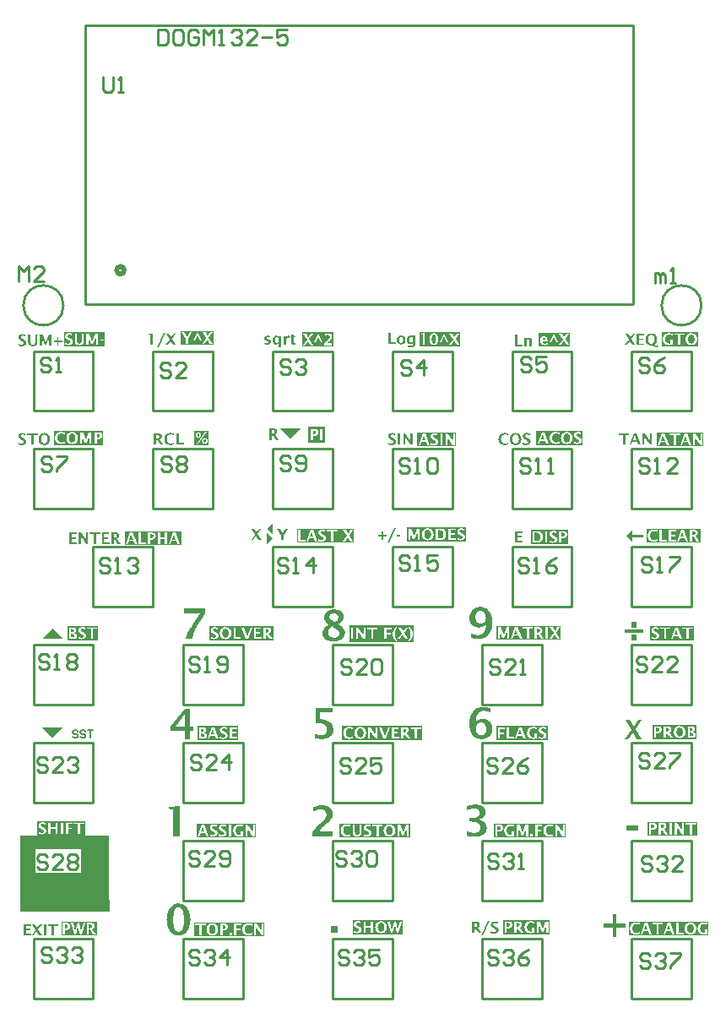
<source format=gto>
G04*
G04 #@! TF.GenerationSoftware,Altium Limited,Altium Designer,24.7.2 (38)*
G04*
G04 Layer_Color=65535*
%FSLAX44Y44*%
%MOMM*%
G71*
G04*
G04 #@! TF.SameCoordinates,966AE77D-DC0C-403A-A995-9434F704E8A8*
G04*
G04*
G04 #@! TF.FilePolarity,Positive*
G04*
G01*
G75*
%ADD10C,0.5080*%
%ADD11C,0.2540*%
%ADD12C,0.1270*%
%ADD13R,9.0170X1.1430*%
%ADD14R,7.2390X3.1750*%
%ADD15R,2.4130X6.0960*%
%ADD16R,7.4930X1.2700*%
%ADD17R,6.3490X0.5250*%
%ADD18R,1.3970X7.6200*%
%ADD19R,1.7780X7.6200*%
G36*
X278130Y566420D02*
X266700Y576580D01*
X288290D01*
X278130Y566420D01*
D02*
G37*
G36*
X312040Y562610D02*
X295910D01*
Y578090D01*
X312040D01*
Y562610D01*
D02*
G37*
G36*
X260140Y470540D02*
X253790Y475620D01*
X260140Y481970D01*
Y470540D01*
D02*
G37*
G36*
X621030Y470101D02*
X631663D01*
Y467360D01*
X621030D01*
Y463550D01*
X614680Y468630D01*
X621030Y474980D01*
Y470101D01*
D02*
G37*
G36*
X260350Y466725D02*
X254000Y460375D01*
Y471805D01*
X260350Y466725D01*
D02*
G37*
G36*
X625278Y377190D02*
X619760D01*
Y382708D01*
X625278D01*
Y377190D01*
D02*
G37*
G36*
X631459Y372110D02*
X613410D01*
Y375535D01*
X631459D01*
Y372110D01*
D02*
G37*
G36*
X50165Y365760D02*
X28575D01*
X38735Y375920D01*
X50165Y365760D01*
D02*
G37*
G36*
X625278Y364490D02*
X619760D01*
Y370008D01*
X625278D01*
Y364490D01*
D02*
G37*
G36*
X39370Y266700D02*
X27940Y276860D01*
X49530D01*
X39370Y266700D01*
D02*
G37*
G36*
X682583Y364490D02*
X638810D01*
Y378537D01*
X682583D01*
Y364490D01*
D02*
G37*
G36*
X685023Y265430D02*
X641350D01*
Y279477D01*
X685023D01*
Y265430D01*
D02*
G37*
G36*
X623737Y275508D02*
X629845Y265430D01*
X625209D01*
X621100Y272260D01*
X616658Y265430D01*
X613410D01*
X619545Y274841D01*
X613688Y284558D01*
X618296D01*
X622183Y278117D01*
X626375Y284558D01*
X629651D01*
X623737Y275508D01*
D02*
G37*
G36*
X685841Y168910D02*
X636270D01*
Y182390D01*
X685841D01*
Y168910D01*
D02*
G37*
G36*
X626179Y173990D02*
X614680D01*
Y178767D01*
X626179D01*
Y173990D01*
D02*
G37*
G36*
X697100Y68580D02*
X617220D01*
Y82627D01*
X697100D01*
Y68580D01*
D02*
G37*
G36*
X604925Y80415D02*
X614210D01*
Y76595D01*
X604925D01*
Y67310D01*
X601105D01*
Y76595D01*
X591820D01*
Y80415D01*
X601105D01*
Y89700D01*
X604925D01*
Y80415D01*
D02*
G37*
G36*
X537595Y69850D02*
X491490D01*
Y83897D01*
X537595D01*
Y69850D01*
D02*
G37*
G36*
X482951Y82626D02*
X483101D01*
X483284Y82610D01*
X483484Y82593D01*
X483717Y82576D01*
X483951Y82543D01*
X484217Y82510D01*
X484484Y82476D01*
X485084Y82376D01*
X485717Y82243D01*
Y80394D01*
X485700D01*
X485633Y80427D01*
X485550Y80460D01*
X485417Y80494D01*
X485267Y80560D01*
X485100Y80610D01*
X484900Y80677D01*
X484684Y80744D01*
X484234Y80860D01*
X483750Y80977D01*
X483284Y81044D01*
X483067Y81077D01*
X482717D01*
X482567Y81060D01*
X482368Y81027D01*
X482151Y80977D01*
X481934Y80910D01*
X481718Y80827D01*
X481534Y80694D01*
X481518Y80677D01*
X481468Y80627D01*
X481385Y80544D01*
X481318Y80444D01*
X481235Y80310D01*
X481151Y80160D01*
X481101Y79977D01*
X481085Y79794D01*
Y79777D01*
Y79727D01*
X481101Y79644D01*
X481118Y79544D01*
X481151Y79427D01*
X481201Y79294D01*
X481268Y79161D01*
X481351Y79027D01*
X481368Y79011D01*
X481418Y78961D01*
X481501Y78877D01*
X481634Y78777D01*
X481818Y78644D01*
X482051Y78478D01*
X482184Y78394D01*
X482351Y78294D01*
X482518Y78194D01*
X482717Y78078D01*
X483551Y77611D01*
X483567Y77594D01*
X483634Y77561D01*
X483734Y77511D01*
X483851Y77428D01*
X484001Y77344D01*
X484184Y77244D01*
X484567Y76995D01*
X484983Y76695D01*
X485367Y76395D01*
X485550Y76245D01*
X485717Y76078D01*
X485850Y75928D01*
X485967Y75778D01*
Y75761D01*
X485983Y75745D01*
X486017Y75695D01*
X486050Y75645D01*
X486133Y75478D01*
X486233Y75262D01*
X486333Y74995D01*
X486417Y74695D01*
X486483Y74362D01*
X486500Y73995D01*
Y73979D01*
Y73929D01*
Y73862D01*
X486483Y73762D01*
X486466Y73629D01*
X486450Y73495D01*
X486417Y73329D01*
X486367Y73162D01*
X486233Y72779D01*
X486150Y72579D01*
X486050Y72379D01*
X485917Y72179D01*
X485767Y71962D01*
X485600Y71779D01*
X485417Y71579D01*
X485400Y71563D01*
X485367Y71529D01*
X485300Y71496D01*
X485217Y71429D01*
X485100Y71346D01*
X484950Y71263D01*
X484784Y71179D01*
X484584Y71096D01*
X484350Y70996D01*
X484100Y70913D01*
X483817Y70829D01*
X483517Y70746D01*
X483167Y70679D01*
X482801Y70646D01*
X482417Y70613D01*
X481984Y70596D01*
X481734D01*
X481601Y70613D01*
X481451D01*
X481268Y70630D01*
X481051Y70646D01*
X480818Y70663D01*
X480585Y70696D01*
X480301Y70729D01*
X480018Y70763D01*
X479402Y70846D01*
X478735Y70979D01*
Y72945D01*
X478752D01*
X478802Y72929D01*
X478868Y72896D01*
X478952Y72862D01*
X479068Y72812D01*
X479202Y72762D01*
X479502Y72646D01*
X479818Y72529D01*
X480151Y72412D01*
X480468Y72329D01*
X480751Y72262D01*
X480785D01*
X480868Y72246D01*
X480985Y72229D01*
X481151Y72212D01*
X481334Y72196D01*
X481551Y72179D01*
X481968Y72162D01*
X482134D01*
X482318Y72179D01*
X482534Y72212D01*
X482784Y72279D01*
X483034Y72346D01*
X483284Y72462D01*
X483484Y72612D01*
X483501Y72629D01*
X483567Y72696D01*
X483651Y72796D01*
X483734Y72912D01*
X483834Y73079D01*
X483900Y73246D01*
X483967Y73462D01*
X483984Y73679D01*
Y73695D01*
Y73762D01*
X483967Y73845D01*
X483951Y73979D01*
X483917Y74112D01*
X483867Y74262D01*
X483801Y74412D01*
X483700Y74562D01*
X483684Y74578D01*
X483634Y74629D01*
X483551Y74712D01*
X483417Y74828D01*
X483251Y74962D01*
X483001Y75128D01*
X482867Y75228D01*
X482701Y75328D01*
X482534Y75428D01*
X482334Y75545D01*
X481551Y75978D01*
X481534Y75995D01*
X481484Y76011D01*
X481401Y76061D01*
X481284Y76128D01*
X481151Y76211D01*
X481001Y76311D01*
X480651Y76528D01*
X480285Y76795D01*
X479902Y77078D01*
X479735Y77228D01*
X479568Y77378D01*
X479418Y77528D01*
X479302Y77678D01*
Y77694D01*
X479285Y77711D01*
X479252Y77761D01*
X479218Y77811D01*
X479118Y77978D01*
X479018Y78194D01*
X478902Y78461D01*
X478818Y78777D01*
X478752Y79127D01*
X478718Y79494D01*
Y79510D01*
Y79544D01*
Y79627D01*
X478735Y79710D01*
X478752Y79827D01*
X478769Y79960D01*
X478835Y80260D01*
X478952Y80610D01*
X479035Y80794D01*
X479135Y80977D01*
X479252Y81160D01*
X479385Y81360D01*
X479535Y81527D01*
X479702Y81710D01*
X479718Y81727D01*
X479752Y81743D01*
X479801Y81793D01*
X479885Y81860D01*
X479985Y81927D01*
X480118Y82010D01*
X480268Y82093D01*
X480435Y82177D01*
X480635Y82260D01*
X480835Y82343D01*
X481085Y82427D01*
X481334Y82493D01*
X481618Y82560D01*
X481901Y82610D01*
X482234Y82626D01*
X482567Y82643D01*
X482817D01*
X482951Y82626D01*
D02*
G37*
G36*
X464356Y82343D02*
X464489D01*
X464772Y82326D01*
X465105Y82276D01*
X465438Y82226D01*
X465755Y82143D01*
X466038Y82027D01*
X466072Y82010D01*
X466155Y81960D01*
X466288Y81893D01*
X466438Y81777D01*
X466622Y81627D01*
X466805Y81460D01*
X466972Y81243D01*
X467138Y81010D01*
X467155Y80977D01*
X467205Y80893D01*
X467271Y80760D01*
X467338Y80577D01*
X467405Y80344D01*
X467471Y80094D01*
X467521Y79811D01*
X467538Y79510D01*
Y79494D01*
Y79461D01*
Y79411D01*
X467521Y79344D01*
Y79244D01*
X467505Y79144D01*
X467471Y78894D01*
X467388Y78594D01*
X467288Y78278D01*
X467155Y77928D01*
X466955Y77594D01*
Y77578D01*
X466922Y77561D01*
X466888Y77511D01*
X466855Y77444D01*
X466721Y77294D01*
X466538Y77094D01*
X466288Y76878D01*
X466022Y76645D01*
X465689Y76428D01*
X465305Y76228D01*
X469054Y70879D01*
X466155D01*
X463289Y75578D01*
X461989D01*
Y70879D01*
X459740D01*
Y82360D01*
X464239D01*
X464356Y82343D01*
D02*
G37*
G36*
X471120Y68580D02*
X469371D01*
X476169Y83126D01*
X477919D01*
X471120Y68580D01*
D02*
G37*
G36*
X390398Y69850D02*
X340360D01*
Y83897D01*
X390398D01*
Y69850D01*
D02*
G37*
G36*
X325389Y71120D02*
X318770D01*
Y77739D01*
X325389D01*
Y71120D01*
D02*
G37*
G36*
X251827Y67702D02*
X181111D01*
Y81749D01*
X251827D01*
Y67702D01*
D02*
G37*
G36*
X166153Y100655D02*
X166464D01*
X166820Y100610D01*
X167220Y100521D01*
X167708Y100432D01*
X168685Y100210D01*
X169752Y99855D01*
X170818Y99322D01*
X171351Y99011D01*
X171840Y98656D01*
X171884Y98611D01*
X171973Y98567D01*
X172106Y98433D01*
X172284Y98300D01*
X172506Y98078D01*
X172773Y97811D01*
X173084Y97500D01*
X173395Y97145D01*
X173706Y96745D01*
X174061Y96345D01*
X174727Y95324D01*
X175394Y94124D01*
X175971Y92791D01*
Y92747D01*
X176016Y92614D01*
X176104Y92392D01*
X176193Y92125D01*
X176327Y91770D01*
X176415Y91370D01*
X176549Y90881D01*
X176726Y90348D01*
X176860Y89770D01*
X176993Y89104D01*
X177215Y87727D01*
X177393Y86217D01*
X177437Y84617D01*
Y84573D01*
Y84440D01*
Y84218D01*
Y83906D01*
X177393Y83551D01*
X177348Y83107D01*
X177304Y82618D01*
X177260Y82041D01*
X177215Y81463D01*
X177082Y80841D01*
X176860Y79464D01*
X176504Y78042D01*
X176060Y76621D01*
Y76576D01*
X176016Y76443D01*
X175927Y76266D01*
X175793Y75999D01*
X175660Y75688D01*
X175483Y75332D01*
X175038Y74489D01*
X174461Y73511D01*
X173794Y72534D01*
X172950Y71601D01*
X172017Y70712D01*
X171973Y70668D01*
X171884Y70623D01*
X171751Y70535D01*
X171529Y70401D01*
X171262Y70224D01*
X170996Y70046D01*
X170596Y69868D01*
X170196Y69646D01*
X169752Y69468D01*
X169263Y69246D01*
X168152Y68935D01*
X166908Y68669D01*
X166242Y68624D01*
X165531Y68580D01*
X165176D01*
X164909Y68624D01*
X164599D01*
X164243Y68669D01*
X163799Y68758D01*
X163355Y68847D01*
X162377Y69069D01*
X161311Y69424D01*
X160200Y69957D01*
X159712Y70268D01*
X159179Y70623D01*
X159134Y70668D01*
X159045Y70712D01*
X158912Y70846D01*
X158734Y71023D01*
X158512Y71201D01*
X158246Y71468D01*
X157979Y71779D01*
X157668Y72134D01*
X157357Y72534D01*
X157002Y72934D01*
X156335Y73955D01*
X155669Y75155D01*
X155092Y76488D01*
Y76532D01*
X155047Y76665D01*
X154958Y76887D01*
X154869Y77154D01*
X154781Y77509D01*
X154647Y77909D01*
X154514Y78398D01*
X154381Y78931D01*
X154248Y79509D01*
X154114Y80175D01*
X153892Y81552D01*
X153714Y83018D01*
X153670Y84617D01*
Y84662D01*
Y84795D01*
Y85062D01*
X153714Y85372D01*
Y85728D01*
X153759Y86172D01*
X153803Y86705D01*
X153848Y87238D01*
X153937Y87860D01*
X154025Y88482D01*
X154248Y89859D01*
X154603Y91281D01*
X155047Y92747D01*
Y92791D01*
X155136Y92925D01*
X155180Y93102D01*
X155314Y93369D01*
X155447Y93680D01*
X155625Y94080D01*
X156113Y94924D01*
X156691Y95857D01*
X157402Y96834D01*
X158246Y97767D01*
X159179Y98611D01*
X159223Y98656D01*
X159312Y98700D01*
X159445Y98789D01*
X159667Y98922D01*
X159934Y99100D01*
X160245Y99277D01*
X160600Y99455D01*
X161000Y99677D01*
X161933Y100033D01*
X162999Y100388D01*
X164199Y100610D01*
X164865Y100699D01*
X165887D01*
X166153Y100655D01*
D02*
G37*
G36*
X83685Y68580D02*
X48260D01*
Y82060D01*
X83685D01*
Y68580D01*
D02*
G37*
G36*
X24856Y74629D02*
X28522Y68580D01*
X25739D01*
X23273Y72679D01*
X20607Y68580D01*
X18658D01*
X22340Y74229D01*
X18824Y80060D01*
X21590D01*
X23923Y76195D01*
X26439Y80060D01*
X28405D01*
X24856Y74629D01*
D02*
G37*
G36*
X44951Y78478D02*
X40835D01*
Y68580D01*
X38453D01*
Y78478D01*
X34337D01*
Y80060D01*
X44951D01*
Y78478D01*
D02*
G37*
G36*
X32688Y68580D02*
X30305D01*
Y80060D01*
X32688D01*
Y68580D01*
D02*
G37*
G36*
X17541Y78478D02*
X12543D01*
Y75278D01*
X16675D01*
Y73695D01*
X12543D01*
Y70213D01*
X17908D01*
Y68580D01*
X10160D01*
Y80060D01*
X17541D01*
Y78478D01*
D02*
G37*
G36*
X72018Y168910D02*
X24130D01*
Y182957D01*
X72018D01*
Y168910D01*
D02*
G37*
G36*
X464389Y199715D02*
X464789D01*
X465277Y199670D01*
X465766Y199581D01*
X466344Y199492D01*
X467543Y199270D01*
X468787Y198915D01*
X469986Y198426D01*
X470520Y198115D01*
X471053Y197760D01*
X471097D01*
X471186Y197671D01*
X471275Y197538D01*
X471452Y197404D01*
X471897Y196960D01*
X472385Y196338D01*
X472830Y195583D01*
X473274Y194650D01*
X473452Y194161D01*
X473540Y193628D01*
X473629Y193051D01*
X473674Y192429D01*
Y192384D01*
Y192296D01*
Y192162D01*
X473629Y191985D01*
X473585Y191452D01*
X473452Y190830D01*
X473274Y190119D01*
X472963Y189319D01*
X472563Y188564D01*
X471986Y187809D01*
X471897Y187720D01*
X471675Y187498D01*
X471275Y187142D01*
X470697Y186698D01*
X469986Y186254D01*
X469098Y185721D01*
X468076Y185232D01*
X466877Y184788D01*
X466921D01*
X467010Y184743D01*
X467143Y184699D01*
X467365Y184655D01*
X467898Y184521D01*
X468565Y184299D01*
X469276Y184033D01*
X470031Y183722D01*
X470786Y183322D01*
X471408Y182878D01*
X471497Y182833D01*
X471675Y182656D01*
X471941Y182433D01*
X472297Y182078D01*
X472696Y181678D01*
X473096Y181189D01*
X473452Y180612D01*
X473807Y180035D01*
X473851Y179946D01*
X473940Y179768D01*
X474074Y179412D01*
X474251Y178968D01*
X474384Y178435D01*
X474518Y177858D01*
X474607Y177191D01*
X474651Y176525D01*
Y176481D01*
Y176392D01*
Y176169D01*
X474607Y175947D01*
X474562Y175636D01*
X474518Y175281D01*
X474296Y174437D01*
X473985Y173504D01*
X473763Y172971D01*
X473496Y172438D01*
X473185Y171949D01*
X472785Y171416D01*
X472385Y170883D01*
X471897Y170350D01*
X471852Y170306D01*
X471763Y170217D01*
X471586Y170083D01*
X471364Y169950D01*
X471053Y169728D01*
X470697Y169506D01*
X470253Y169239D01*
X469764Y169017D01*
X469187Y168751D01*
X468521Y168484D01*
X467810Y168262D01*
X467010Y168084D01*
X466121Y167906D01*
X465144Y167773D01*
X464122Y167684D01*
X463012Y167640D01*
X461990D01*
X461457Y167684D01*
X460879D01*
X460257Y167729D01*
X459591Y167773D01*
X459502D01*
X459280Y167818D01*
X458836Y167862D01*
X458303Y167906D01*
X457592Y168040D01*
X456748Y168173D01*
X455771Y168351D01*
X454660Y168617D01*
Y173193D01*
X454704D01*
X454882Y173104D01*
X455104Y173015D01*
X455415Y172927D01*
X455815Y172793D01*
X456259Y172660D01*
X456748Y172482D01*
X457326Y172349D01*
X458480Y171994D01*
X459769Y171727D01*
X461013Y171549D01*
X462212Y171460D01*
X462479D01*
X462656Y171505D01*
X463145Y171549D01*
X463723Y171638D01*
X464433Y171816D01*
X465144Y172038D01*
X465855Y172393D01*
X466521Y172838D01*
X466610Y172882D01*
X466788Y173104D01*
X467054Y173415D01*
X467410Y173815D01*
X467721Y174348D01*
X467987Y175014D01*
X468165Y175725D01*
X468254Y176569D01*
Y176658D01*
Y176880D01*
X468209Y177191D01*
X468121Y177591D01*
X468032Y178080D01*
X467854Y178613D01*
X467632Y179146D01*
X467321Y179679D01*
X467277Y179723D01*
X467143Y179901D01*
X466966Y180168D01*
X466655Y180479D01*
X466299Y180834D01*
X465855Y181189D01*
X465322Y181545D01*
X464744Y181856D01*
X464655Y181900D01*
X464433Y181989D01*
X464034Y182122D01*
X463456Y182256D01*
X462701Y182389D01*
X462257Y182478D01*
X461768Y182522D01*
X461235Y182567D01*
X460657Y182611D01*
X460035Y182656D01*
X457503D01*
Y186298D01*
X459058Y186343D01*
X459902D01*
X460257Y186387D01*
X461013Y186432D01*
X461812Y186476D01*
X462656Y186609D01*
X463412Y186743D01*
X463767Y186876D01*
X464078Y186965D01*
X464167Y187009D01*
X464345Y187098D01*
X464611Y187231D01*
X464967Y187453D01*
X465366Y187720D01*
X465766Y188031D01*
X466166Y188431D01*
X466521Y188875D01*
X466566Y188919D01*
X466655Y189097D01*
X466788Y189364D01*
X466966Y189719D01*
X467143Y190163D01*
X467277Y190652D01*
X467365Y191185D01*
X467410Y191763D01*
Y191851D01*
Y192073D01*
X467365Y192384D01*
X467232Y192829D01*
X467099Y193273D01*
X466877Y193806D01*
X466566Y194295D01*
X466121Y194739D01*
X466077Y194783D01*
X465899Y194917D01*
X465588Y195139D01*
X465189Y195361D01*
X464611Y195539D01*
X463945Y195761D01*
X463145Y195894D01*
X462212Y195938D01*
X461901D01*
X461635Y195894D01*
X461324D01*
X460968Y195850D01*
X460524Y195805D01*
X460080Y195716D01*
X459547Y195627D01*
X459014Y195539D01*
X457770Y195228D01*
X456481Y194783D01*
X455060Y194206D01*
Y198382D01*
X455104D01*
X455149Y198426D01*
X455371Y198471D01*
X455726Y198604D01*
X456170Y198737D01*
X456659Y198871D01*
X457148Y199004D01*
X457636Y199137D01*
X458081Y199226D01*
X458125D01*
X458303Y199270D01*
X458525Y199315D01*
X458836Y199359D01*
X459236Y199404D01*
X459680Y199492D01*
X460213Y199537D01*
X460746Y199581D01*
X460835D01*
X461013Y199626D01*
X461279D01*
X461679Y199670D01*
X462123Y199715D01*
X462568D01*
X463589Y199759D01*
X464034D01*
X464389Y199715D01*
D02*
G37*
G36*
X553800Y166762D02*
X482101D01*
Y180809D01*
X553800D01*
Y166762D01*
D02*
G37*
G36*
X310338Y198959D02*
X310737Y198915D01*
X311226Y198871D01*
X311759Y198826D01*
X312292Y198737D01*
X313536Y198426D01*
X314824Y198026D01*
X315491Y197760D01*
X316113Y197449D01*
X316735Y197094D01*
X317312Y196694D01*
X317357Y196649D01*
X317445Y196605D01*
X317579Y196472D01*
X317801Y196294D01*
X318023Y196027D01*
X318245Y195761D01*
X318512Y195450D01*
X318823Y195050D01*
X319089Y194650D01*
X319356Y194161D01*
X319844Y193095D01*
X320022Y192518D01*
X320155Y191896D01*
X320244Y191229D01*
X320289Y190519D01*
Y190474D01*
Y190430D01*
Y190296D01*
Y190119D01*
X320244Y189630D01*
X320111Y189008D01*
X319978Y188297D01*
X319755Y187542D01*
X319445Y186743D01*
X319000Y185898D01*
Y185854D01*
X318956Y185810D01*
X318867Y185676D01*
X318734Y185499D01*
X318378Y185054D01*
X318156Y184743D01*
X317890Y184433D01*
X317579Y184077D01*
X317179Y183677D01*
X316779Y183233D01*
X316290Y182744D01*
X315757Y182256D01*
X315180Y181723D01*
X314513Y181145D01*
X313803Y180568D01*
X311759Y178924D01*
X311715Y178879D01*
X311537Y178746D01*
X311226Y178480D01*
X310871Y178169D01*
X310426Y177724D01*
X309893Y177236D01*
X309360Y176703D01*
X308738Y176081D01*
X308649Y175992D01*
X308472Y175770D01*
X308205Y175459D01*
X307894Y175014D01*
X307539Y174481D01*
X307183Y173859D01*
X306872Y173193D01*
X306650Y172482D01*
X320155D01*
Y167640D01*
X299720D01*
Y172482D01*
X299764Y172527D01*
X299853Y172660D01*
X299986Y172838D01*
X300209Y173104D01*
X300431Y173415D01*
X300742Y173771D01*
X301408Y174615D01*
X302252Y175548D01*
X303141Y176569D01*
X304118Y177547D01*
X305095Y178435D01*
X307583Y180656D01*
X307628Y180701D01*
X307716Y180745D01*
X307850Y180879D01*
X308027Y181056D01*
X308516Y181545D01*
X309138Y182167D01*
X309849Y182878D01*
X310604Y183677D01*
X311315Y184521D01*
X312026Y185365D01*
Y185410D01*
X312115Y185454D01*
X312203Y185588D01*
X312292Y185765D01*
X312603Y186254D01*
X312914Y186831D01*
X313225Y187587D01*
X313536Y188386D01*
X313714Y189319D01*
X313803Y190252D01*
Y190296D01*
Y190341D01*
Y190607D01*
X313714Y191052D01*
X313625Y191540D01*
X313447Y192118D01*
X313181Y192696D01*
X312781Y193273D01*
X312292Y193762D01*
X312248Y193806D01*
X312026Y193984D01*
X311715Y194161D01*
X311226Y194428D01*
X310693Y194650D01*
X309982Y194872D01*
X309182Y195006D01*
X308294Y195050D01*
X307939D01*
X307716Y195006D01*
X307405D01*
X307006Y194917D01*
X306561Y194872D01*
X306073Y194783D01*
X305540Y194650D01*
X304918Y194517D01*
X304296Y194339D01*
X303629Y194117D01*
X302874Y193850D01*
X302119Y193584D01*
X301319Y193229D01*
X300520Y192829D01*
Y197271D01*
X300564D01*
X300742Y197360D01*
X300964Y197449D01*
X301319Y197538D01*
X301719Y197671D01*
X302208Y197804D01*
X302785Y197982D01*
X303407Y198160D01*
X304074Y198293D01*
X304784Y198471D01*
X306295Y198737D01*
X307894Y198915D01*
X309538Y199004D01*
X309982D01*
X310338Y198959D01*
D02*
G37*
G36*
X397544Y166762D02*
X327161D01*
Y180809D01*
X397544D01*
Y166762D01*
D02*
G37*
G36*
X166561Y167640D02*
X160430D01*
Y194695D01*
X156343D01*
X156210Y197760D01*
X166561Y198648D01*
Y167640D01*
D02*
G37*
G36*
X243186Y166762D02*
X183651D01*
Y180809D01*
X243186D01*
Y166762D01*
D02*
G37*
G36*
X472438Y297505D02*
X472971Y297460D01*
X474081Y297371D01*
X474170D01*
X474348Y297327D01*
X474748Y297282D01*
X475236Y297194D01*
X475903Y297060D01*
X476702Y296883D01*
X477680Y296705D01*
X478790Y296438D01*
Y291996D01*
X478746D01*
X478613Y292085D01*
X478391Y292174D01*
X478080Y292262D01*
X477724Y292396D01*
X477280Y292529D01*
X476791Y292707D01*
X476258Y292884D01*
X475103Y293195D01*
X473859Y293462D01*
X472571Y293640D01*
X471283Y293729D01*
X470883D01*
X470438Y293684D01*
X469861Y293595D01*
X469195Y293417D01*
X468528Y293195D01*
X467862Y292884D01*
X467196Y292485D01*
X467107Y292440D01*
X466929Y292262D01*
X466618Y291952D01*
X466263Y291552D01*
X465818Y290974D01*
X465374Y290352D01*
X464930Y289553D01*
X464530Y288620D01*
Y288575D01*
X464486Y288486D01*
X464441Y288353D01*
X464397Y288175D01*
X464308Y287909D01*
X464219Y287598D01*
X464130Y287287D01*
X464041Y286887D01*
X463864Y285954D01*
X463686Y284932D01*
X463597Y283733D01*
X463553Y282400D01*
X463597Y282445D01*
X463730Y282622D01*
X463997Y282889D01*
X464263Y283200D01*
X464619Y283555D01*
X464974Y283866D01*
X465374Y284222D01*
X465774Y284488D01*
X465818Y284533D01*
X465952Y284621D01*
X466174Y284710D01*
X466485Y284888D01*
X466840Y285021D01*
X467240Y285199D01*
X468173Y285510D01*
X468217D01*
X468395Y285554D01*
X468661Y285643D01*
X469017Y285732D01*
X469417Y285777D01*
X469861Y285865D01*
X470883Y285910D01*
X471327D01*
X471816Y285865D01*
X472438Y285777D01*
X473148Y285599D01*
X473948Y285377D01*
X474792Y285066D01*
X475636Y284666D01*
X475681D01*
X475725Y284621D01*
X475992Y284444D01*
X476436Y284177D01*
X476925Y283777D01*
X477502Y283333D01*
X478080Y282756D01*
X478657Y282045D01*
X479146Y281290D01*
Y281245D01*
X479190Y281201D01*
X479279Y281068D01*
X479324Y280890D01*
X479546Y280445D01*
X479768Y279868D01*
X479990Y279113D01*
X480212Y278313D01*
X480345Y277380D01*
X480390Y276359D01*
Y276314D01*
Y276225D01*
Y276092D01*
Y275870D01*
X480345Y275603D01*
X480301Y275292D01*
X480212Y274582D01*
X480034Y273737D01*
X479812Y272849D01*
X479457Y271872D01*
X479012Y270894D01*
Y270850D01*
X478968Y270761D01*
X478879Y270628D01*
X478746Y270450D01*
X478435Y270006D01*
X478035Y269428D01*
X477502Y268762D01*
X476836Y268095D01*
X476081Y267429D01*
X475236Y266852D01*
X475192D01*
X475148Y266807D01*
X475014Y266718D01*
X474792Y266630D01*
X474570Y266541D01*
X474304Y266407D01*
X473948Y266274D01*
X473593Y266141D01*
X472749Y265874D01*
X471727Y265652D01*
X470572Y265474D01*
X469283Y265430D01*
X469017D01*
X468706Y265474D01*
X468262Y265519D01*
X467773Y265563D01*
X467196Y265652D01*
X466529Y265785D01*
X465863Y265963D01*
X465108Y266185D01*
X464352Y266496D01*
X463597Y266852D01*
X462842Y267251D01*
X462131Y267785D01*
X461420Y268362D01*
X460754Y269028D01*
X460176Y269784D01*
X460132Y269828D01*
X460043Y270006D01*
X459910Y270228D01*
X459732Y270583D01*
X459466Y271028D01*
X459244Y271516D01*
X458977Y272138D01*
X458710Y272805D01*
X458400Y273560D01*
X458133Y274404D01*
X457911Y275292D01*
X457689Y276270D01*
X457467Y277291D01*
X457333Y278402D01*
X457244Y279557D01*
X457200Y280756D01*
Y280801D01*
Y280979D01*
Y281201D01*
X457244Y281556D01*
Y281956D01*
X457289Y282445D01*
X457333Y282978D01*
X457378Y283600D01*
X457467Y284222D01*
X457555Y284932D01*
X457822Y286354D01*
X458222Y287864D01*
X458710Y289330D01*
Y289375D01*
X458799Y289508D01*
X458888Y289686D01*
X459021Y289997D01*
X459155Y290308D01*
X459377Y290663D01*
X459865Y291552D01*
X460487Y292529D01*
X461243Y293551D01*
X462131Y294484D01*
X463153Y295372D01*
X463197Y295417D01*
X463286Y295461D01*
X463464Y295594D01*
X463686Y295728D01*
X463997Y295861D01*
X464352Y296083D01*
X464752Y296261D01*
X465241Y296483D01*
X465774Y296660D01*
X466352Y296883D01*
X467018Y297060D01*
X467729Y297194D01*
X468439Y297371D01*
X469283Y297460D01*
X470128Y297505D01*
X471016Y297549D01*
X471993D01*
X472438Y297505D01*
D02*
G37*
G36*
X535662Y264552D02*
X484641D01*
Y278599D01*
X535662D01*
Y264552D01*
D02*
G37*
G36*
X320385Y291952D02*
X307280D01*
X306969Y285332D01*
X307635D01*
X308124Y285288D01*
X308746Y285243D01*
X309412Y285199D01*
X310168Y285110D01*
X310967Y284977D01*
X312700Y284621D01*
X313588Y284399D01*
X314432Y284088D01*
X315276Y283777D01*
X316120Y283377D01*
X316876Y282933D01*
X317542Y282400D01*
X317586Y282356D01*
X317675Y282267D01*
X317853Y282089D01*
X318075Y281867D01*
X318342Y281601D01*
X318653Y281245D01*
X318964Y280845D01*
X319275Y280401D01*
X319586Y279868D01*
X319897Y279335D01*
X320207Y278713D01*
X320474Y278091D01*
X320696Y277380D01*
X320874Y276669D01*
X320963Y275870D01*
X321007Y275070D01*
Y275026D01*
Y274892D01*
Y274670D01*
X320963Y274404D01*
X320918Y274048D01*
X320830Y273649D01*
X320741Y273160D01*
X320607Y272671D01*
X320474Y272138D01*
X320252Y271605D01*
X320030Y271028D01*
X319719Y270450D01*
X319363Y269872D01*
X318964Y269295D01*
X318475Y268717D01*
X317942Y268184D01*
X317897Y268140D01*
X317809Y268051D01*
X317631Y267918D01*
X317364Y267740D01*
X317053Y267562D01*
X316654Y267296D01*
X316209Y267074D01*
X315676Y266807D01*
X315054Y266541D01*
X314388Y266318D01*
X313677Y266052D01*
X312833Y265874D01*
X311945Y265697D01*
X311012Y265563D01*
X309990Y265474D01*
X308879Y265430D01*
X308346D01*
X308035Y265474D01*
X307635D01*
X307191Y265519D01*
X306258Y265608D01*
X306214D01*
X306036Y265652D01*
X305725Y265697D01*
X305325Y265741D01*
X304792Y265830D01*
X304081Y265963D01*
X303237Y266141D01*
X302260Y266318D01*
Y270761D01*
X302304D01*
X302438Y270716D01*
X302660Y270628D01*
X302926Y270539D01*
X303237Y270406D01*
X303637Y270272D01*
X304081Y270139D01*
X304526Y270006D01*
X305592Y269739D01*
X306658Y269473D01*
X307769Y269295D01*
X308790Y269251D01*
X309057D01*
X309279Y269295D01*
X309768Y269339D01*
X310434Y269473D01*
X311101Y269650D01*
X311811Y269961D01*
X312522Y270361D01*
X313100Y270939D01*
X313144Y271028D01*
X313322Y271250D01*
X313544Y271605D01*
X313810Y272094D01*
X314077Y272716D01*
X314299Y273382D01*
X314477Y274182D01*
X314521Y275026D01*
Y275070D01*
Y275159D01*
Y275292D01*
X314477Y275514D01*
X314432Y275781D01*
X314388Y276047D01*
X314210Y276714D01*
X313944Y277469D01*
X313544Y278269D01*
X313277Y278668D01*
X312966Y279068D01*
X312567Y279424D01*
X312167Y279779D01*
X312122D01*
X312078Y279868D01*
X311900Y279957D01*
X311722Y280046D01*
X311456Y280223D01*
X311189Y280357D01*
X310790Y280534D01*
X310390Y280712D01*
X309901Y280845D01*
X309368Y281023D01*
X308790Y281201D01*
X308169Y281334D01*
X307458Y281423D01*
X306702Y281512D01*
X305903Y281601D01*
X304303D01*
X303993Y281556D01*
X303593Y281512D01*
X302793Y281423D01*
Y296794D01*
X320385D01*
Y291952D01*
D02*
G37*
G36*
X409998Y264552D02*
X329701D01*
Y278599D01*
X409998D01*
Y264552D01*
D02*
G37*
G36*
X177116Y278180D02*
X180714D01*
Y273604D01*
X177116D01*
Y265430D01*
X171740D01*
Y273604D01*
X157480D01*
Y278180D01*
X171518Y296038D01*
X177116D01*
Y278180D01*
D02*
G37*
G36*
X225461Y264552D02*
X184921D01*
Y278599D01*
X225461D01*
Y264552D01*
D02*
G37*
G36*
X468839Y397835D02*
X469283Y397790D01*
X469817Y397746D01*
X470394Y397657D01*
X471060Y397524D01*
X471727Y397346D01*
X472482Y397079D01*
X473237Y396813D01*
X473993Y396457D01*
X474748Y396013D01*
X475503Y395480D01*
X476169Y394902D01*
X476836Y394236D01*
X477413Y393437D01*
X477458Y393392D01*
X477547Y393214D01*
X477680Y392992D01*
X477902Y392637D01*
X478124Y392237D01*
X478346Y391704D01*
X478613Y391126D01*
X478924Y390460D01*
X479190Y389705D01*
X479457Y388861D01*
X479679Y388017D01*
X479945Y387039D01*
X480123Y386018D01*
X480256Y384951D01*
X480345Y383841D01*
X480390Y382686D01*
Y382641D01*
Y382464D01*
Y382197D01*
X480345Y381886D01*
Y381442D01*
X480301Y380953D01*
X480256Y380420D01*
X480168Y379798D01*
X480079Y379132D01*
X479990Y378421D01*
X479679Y376955D01*
X479235Y375400D01*
X478657Y373890D01*
Y373845D01*
X478568Y373712D01*
X478479Y373490D01*
X478346Y373223D01*
X478168Y372912D01*
X477946Y372513D01*
X477458Y371624D01*
X476791Y370647D01*
X475992Y369625D01*
X475059Y368648D01*
X474526Y368203D01*
X473993Y367803D01*
X473948D01*
X473859Y367715D01*
X473681Y367626D01*
X473459Y367493D01*
X473148Y367315D01*
X472793Y367137D01*
X472393Y366959D01*
X471904Y366782D01*
X471371Y366604D01*
X470794Y366426D01*
X470128Y366249D01*
X469461Y366071D01*
X468706Y365938D01*
X467906Y365849D01*
X467018Y365804D01*
X466129Y365760D01*
X465596D01*
X465330Y365804D01*
X464974D01*
X464619Y365849D01*
X464130Y365893D01*
X463642Y365938D01*
X463108Y365982D01*
X462486Y366071D01*
X461820Y366160D01*
X461154Y366293D01*
X460399Y366426D01*
X458799Y366737D01*
Y371180D01*
X458844D01*
X458977Y371091D01*
X459199Y371046D01*
X459466Y370913D01*
X459821Y370824D01*
X460221Y370691D01*
X460665Y370513D01*
X461198Y370380D01*
X462309Y370069D01*
X463553Y369847D01*
X464841Y369669D01*
X466129Y369580D01*
X466485D01*
X466751Y369625D01*
X467062Y369669D01*
X467418Y369758D01*
X468217Y369980D01*
X468706Y370114D01*
X469150Y370336D01*
X469639Y370558D01*
X470128Y370869D01*
X470616Y371224D01*
X471060Y371624D01*
X471505Y372113D01*
X471904Y372646D01*
X471949Y372690D01*
X471993Y372779D01*
X472082Y372957D01*
X472215Y373223D01*
X472393Y373534D01*
X472571Y373890D01*
X472749Y374334D01*
X472971Y374823D01*
X473148Y375356D01*
X473326Y375978D01*
X473504Y376644D01*
X473681Y377355D01*
X473815Y378154D01*
X473904Y378954D01*
X473993Y379843D01*
Y380731D01*
X473948Y380687D01*
X473770Y380509D01*
X473548Y380242D01*
X473237Y379931D01*
X472882Y379576D01*
X472482Y379265D01*
X472082Y378910D01*
X471682Y378643D01*
X471638Y378599D01*
X471505Y378554D01*
X471283Y378421D01*
X471016Y378288D01*
X470661Y378110D01*
X470261Y377932D01*
X469372Y377621D01*
X469328D01*
X469150Y377577D01*
X468884Y377533D01*
X468573Y377444D01*
X468173Y377399D01*
X467729Y377310D01*
X466751Y377266D01*
X466307D01*
X465818Y377355D01*
X465196Y377444D01*
X464441Y377577D01*
X463642Y377799D01*
X462753Y378110D01*
X461909Y378510D01*
X461865D01*
X461820Y378554D01*
X461554Y378732D01*
X461154Y379043D01*
X460665Y379443D01*
X460088Y379931D01*
X459510Y380553D01*
X458933Y381220D01*
X458444Y382019D01*
Y382064D01*
X458400Y382108D01*
X458311Y382242D01*
X458266Y382419D01*
X458044Y382864D01*
X457822Y383485D01*
X457600Y384196D01*
X457378Y385040D01*
X457244Y385973D01*
X457200Y386950D01*
Y386995D01*
Y387084D01*
Y387217D01*
X457244Y387439D01*
Y387706D01*
X457289Y387972D01*
X457378Y388683D01*
X457511Y389527D01*
X457777Y390460D01*
X458088Y391393D01*
X458533Y392370D01*
Y392415D01*
X458577Y392504D01*
X458666Y392637D01*
X458799Y392815D01*
X459110Y393259D01*
X459510Y393836D01*
X460043Y394503D01*
X460709Y395169D01*
X461465Y395835D01*
X462309Y396413D01*
X462353D01*
X462442Y396457D01*
X462575Y396546D01*
X462753Y396635D01*
X462975Y396768D01*
X463286Y396857D01*
X463597Y396991D01*
X463952Y397168D01*
X464841Y397435D01*
X465863Y397657D01*
X467018Y397835D01*
X468262Y397879D01*
X468528D01*
X468839Y397835D01*
D02*
G37*
G36*
X548759Y364882D02*
X484641D01*
Y378363D01*
X548759D01*
Y364882D01*
D02*
G37*
G36*
X401655Y362342D02*
X337321D01*
Y379055D01*
X401655D01*
Y362342D01*
D02*
G37*
G36*
X322452Y395295D02*
X322808D01*
X323252Y395250D01*
X323741Y395161D01*
X324274Y395072D01*
X325384Y394850D01*
X326539Y394495D01*
X327650Y394006D01*
X328183Y393695D01*
X328672Y393340D01*
X328716D01*
X328760Y393251D01*
X329071Y392985D01*
X329427Y392585D01*
X329916Y392007D01*
X330360Y391296D01*
X330715Y390452D01*
X331026Y389519D01*
X331071Y388986D01*
X331115Y388453D01*
Y388364D01*
Y388142D01*
X331071Y387787D01*
X330982Y387298D01*
X330848Y386721D01*
X330671Y386099D01*
X330404Y385432D01*
X330049Y384721D01*
X330004Y384633D01*
X329827Y384411D01*
X329560Y384055D01*
X329160Y383567D01*
X328583Y382944D01*
X327872Y382278D01*
X327028Y381567D01*
X326495Y381167D01*
X325962Y380768D01*
X326051Y380723D01*
X326228Y380590D01*
X326584Y380412D01*
X326983Y380146D01*
X327472Y379835D01*
X328005Y379435D01*
X328583Y378946D01*
X329205Y378413D01*
X329827Y377836D01*
X330404Y377169D01*
X330937Y376459D01*
X331426Y375703D01*
X331870Y374904D01*
X332181Y374060D01*
X332359Y373127D01*
X332448Y372194D01*
Y372149D01*
Y372016D01*
Y371838D01*
X332403Y371572D01*
X332359Y371261D01*
X332270Y370905D01*
X332181Y370506D01*
X332092Y370061D01*
X331737Y369040D01*
X331470Y368551D01*
X331204Y368018D01*
X330848Y367440D01*
X330449Y366907D01*
X330004Y366419D01*
X329471Y365886D01*
X329427Y365841D01*
X329338Y365752D01*
X329160Y365619D01*
X328938Y365486D01*
X328627Y365263D01*
X328227Y365041D01*
X327783Y364819D01*
X327294Y364553D01*
X326717Y364286D01*
X326095Y364064D01*
X325384Y363842D01*
X324629Y363620D01*
X323785Y363487D01*
X322896Y363353D01*
X321964Y363264D01*
X320942Y363220D01*
X320409D01*
X320053Y363264D01*
X319565Y363309D01*
X319032Y363353D01*
X318454Y363442D01*
X317832Y363531D01*
X316455Y363842D01*
X315078Y364286D01*
X314411Y364553D01*
X313789Y364908D01*
X313167Y365263D01*
X312634Y365708D01*
X312590Y365752D01*
X312501Y365841D01*
X312368Y365974D01*
X312190Y366152D01*
X312012Y366374D01*
X311746Y366685D01*
X311257Y367351D01*
X310769Y368196D01*
X310324Y369217D01*
X310147Y369750D01*
X310013Y370284D01*
X309924Y370861D01*
X309880Y371483D01*
Y371527D01*
Y371572D01*
Y371705D01*
X309924Y371883D01*
X309969Y372371D01*
X310058Y372993D01*
X310235Y373704D01*
X310502Y374504D01*
X310902Y375348D01*
X311390Y376236D01*
Y376281D01*
X311479Y376325D01*
X311568Y376459D01*
X311657Y376636D01*
X312012Y377080D01*
X312546Y377658D01*
X313167Y378280D01*
X313967Y378991D01*
X314900Y379701D01*
X316011Y380368D01*
X315966Y380412D01*
X315833Y380501D01*
X315611Y380679D01*
X315300Y380901D01*
X314989Y381167D01*
X314589Y381523D01*
X314189Y381923D01*
X313789Y382367D01*
X313389Y382856D01*
X312990Y383389D01*
X312590Y383966D01*
X312279Y384588D01*
X311968Y385210D01*
X311746Y385921D01*
X311613Y386632D01*
X311568Y387387D01*
Y387431D01*
Y387476D01*
Y387742D01*
X311657Y388187D01*
X311746Y388720D01*
X311879Y389342D01*
X312101Y390008D01*
X312412Y390719D01*
X312812Y391474D01*
Y391519D01*
X312856Y391563D01*
X313034Y391785D01*
X313345Y392140D01*
X313745Y392585D01*
X314234Y393029D01*
X314856Y393518D01*
X315566Y393962D01*
X316366Y394362D01*
X316410D01*
X316455Y394406D01*
X316588Y394450D01*
X316766Y394495D01*
X316988Y394584D01*
X317255Y394673D01*
X317876Y394850D01*
X318676Y395028D01*
X319565Y395206D01*
X320586Y395295D01*
X321697Y395339D01*
X322141D01*
X322452Y395295D01*
D02*
G37*
G36*
X192418Y391393D02*
X192374Y391349D01*
X192241Y391126D01*
X191974Y390860D01*
X191663Y390460D01*
X191308Y389971D01*
X190864Y389394D01*
X190375Y388772D01*
X189886Y388061D01*
X189309Y387306D01*
X188731Y386506D01*
X187576Y384818D01*
X186421Y383041D01*
X185355Y381309D01*
X185310Y381264D01*
X185222Y381087D01*
X185088Y380864D01*
X184911Y380553D01*
X184688Y380154D01*
X184422Y379665D01*
X184155Y379132D01*
X183845Y378554D01*
X183533Y377932D01*
X183178Y377266D01*
X182467Y375844D01*
X181756Y374334D01*
X181135Y372868D01*
Y372823D01*
X181046Y372690D01*
X181001Y372468D01*
X180868Y372202D01*
X180779Y371846D01*
X180646Y371446D01*
X180468Y371002D01*
X180335Y370513D01*
X180024Y369403D01*
X179802Y368203D01*
X179624Y367004D01*
X179535Y365760D01*
X172738D01*
Y365804D01*
Y365849D01*
X172783Y366115D01*
X172872Y366515D01*
X172916Y367048D01*
X173049Y367626D01*
X173183Y368248D01*
X173316Y368870D01*
X173493Y369492D01*
X173538Y369580D01*
X173582Y369758D01*
X173716Y370114D01*
X173893Y370558D01*
X174160Y371091D01*
X174426Y371713D01*
X174782Y372424D01*
X175182Y373179D01*
Y373223D01*
X175226Y373268D01*
X175315Y373401D01*
X175448Y373623D01*
X175581Y373845D01*
X175759Y374156D01*
X175981Y374512D01*
X176248Y374956D01*
X176559Y375445D01*
X176914Y376022D01*
X177314Y376644D01*
X177803Y377355D01*
X178291Y378154D01*
X178869Y378998D01*
X179491Y379887D01*
X180157Y380909D01*
X187398Y391393D01*
X171450D01*
Y396368D01*
X192418D01*
Y391393D01*
D02*
G37*
G36*
X260851Y364490D02*
X196850D01*
Y378537D01*
X260851D01*
Y364490D01*
D02*
G37*
G36*
X85086D02*
X54610D01*
Y378537D01*
X85086D01*
Y364490D01*
D02*
G37*
G36*
X688803Y462280D02*
X635000D01*
Y476327D01*
X688803D01*
Y462280D01*
D02*
G37*
G36*
X556171Y461010D02*
X519430D01*
Y475057D01*
X556171D01*
Y461010D01*
D02*
G37*
G36*
X510301Y472178D02*
X505303D01*
Y468978D01*
X509435D01*
Y467395D01*
X505303D01*
Y463913D01*
X510668D01*
Y462280D01*
X502920D01*
Y473760D01*
X510301D01*
Y472178D01*
D02*
G37*
G36*
X453739Y463550D02*
X394970D01*
Y477597D01*
X453739D01*
Y463550D01*
D02*
G37*
G36*
X387838Y468745D02*
X384389D01*
Y470178D01*
X387838D01*
Y468745D01*
D02*
G37*
G36*
X370675Y469878D02*
X374158D01*
Y468445D01*
X370675D01*
Y464963D01*
X369242D01*
Y468445D01*
X365760D01*
Y469878D01*
X369242D01*
Y473360D01*
X370675D01*
Y469878D01*
D02*
G37*
G36*
X376890Y462280D02*
X375141D01*
X381939Y476826D01*
X383689D01*
X376890Y462280D01*
D02*
G37*
G36*
X341333D02*
X284480D01*
Y476327D01*
X341333D01*
Y462280D01*
D02*
G37*
G36*
X244958Y470868D02*
X248624Y464820D01*
X245842D01*
X243375Y468919D01*
X240709Y464820D01*
X238760D01*
X242442Y470469D01*
X238927Y476300D01*
X241693D01*
X244025Y472435D01*
X246541Y476300D01*
X248507D01*
X244958Y470868D01*
D02*
G37*
G36*
X270752Y469635D02*
Y464820D01*
X268369D01*
Y469619D01*
X264520Y476300D01*
X267169D01*
X269952Y471452D01*
X272868Y476300D01*
X274767D01*
X270752Y469635D01*
D02*
G37*
G36*
X168163Y459740D02*
X111760D01*
Y473220D01*
X168163D01*
Y459740D01*
D02*
G37*
G36*
X74759Y461010D02*
X72609D01*
X67344Y468841D01*
Y461010D01*
X65428D01*
Y472490D01*
X67544D01*
X72842Y464642D01*
Y472490D01*
X74759D01*
Y461010D01*
D02*
G37*
G36*
X102768Y472474D02*
X102901D01*
X103185Y472457D01*
X103518Y472407D01*
X103851Y472357D01*
X104168Y472274D01*
X104451Y472157D01*
X104484Y472141D01*
X104567Y472090D01*
X104701Y472024D01*
X104851Y471907D01*
X105034Y471757D01*
X105217Y471591D01*
X105384Y471374D01*
X105551Y471141D01*
X105567Y471107D01*
X105617Y471024D01*
X105684Y470891D01*
X105751Y470708D01*
X105817Y470474D01*
X105884Y470224D01*
X105934Y469941D01*
X105950Y469641D01*
Y469624D01*
Y469591D01*
Y469541D01*
X105934Y469474D01*
Y469375D01*
X105917Y469275D01*
X105884Y469025D01*
X105801Y468725D01*
X105701Y468408D01*
X105567Y468058D01*
X105367Y467725D01*
Y467708D01*
X105334Y467692D01*
X105301Y467642D01*
X105267Y467575D01*
X105134Y467425D01*
X104951Y467225D01*
X104701Y467009D01*
X104434Y466775D01*
X104101Y466559D01*
X103718Y466359D01*
X107467Y461010D01*
X104567D01*
X101702Y465709D01*
X100402D01*
Y461010D01*
X98153D01*
Y472490D01*
X102651D01*
X102768Y472474D01*
D02*
G37*
G36*
X95986Y470908D02*
X90988D01*
Y467708D01*
X95120D01*
Y466125D01*
X90988D01*
Y462643D01*
X96353D01*
Y461010D01*
X88605D01*
Y472490D01*
X95986D01*
Y470908D01*
D02*
G37*
G36*
X87022D02*
X82906D01*
Y461010D01*
X80524D01*
Y470908D01*
X76408D01*
Y472490D01*
X87022D01*
Y470908D01*
D02*
G37*
G36*
X63261D02*
X58263D01*
Y467708D01*
X62395D01*
Y466125D01*
X58263D01*
Y462643D01*
X63628D01*
Y461010D01*
X55880D01*
Y472490D01*
X63261D01*
Y470908D01*
D02*
G37*
G36*
X692082Y558800D02*
X645160D01*
Y572280D01*
X692082D01*
Y558800D01*
D02*
G37*
G36*
X640217Y560405D02*
X638067D01*
X632802Y568237D01*
Y560405D01*
X630886D01*
Y571886D01*
X633002D01*
X638300Y564038D01*
Y571886D01*
X640217D01*
Y560405D01*
D02*
G37*
G36*
X629286D02*
X626803D01*
X625620Y563455D01*
X620872D01*
X619688Y560405D01*
X617956D01*
X622421Y571886D01*
X624821D01*
X629286Y560405D01*
D02*
G37*
G36*
X617606Y570303D02*
X613490D01*
Y560405D01*
X611107D01*
Y570303D01*
X606992D01*
Y571886D01*
X617606D01*
Y570303D01*
D02*
G37*
G36*
X570965Y560070D02*
X524510D01*
Y574117D01*
X570965D01*
Y560070D01*
D02*
G37*
G36*
X515086Y572100D02*
X515236D01*
X515419Y572084D01*
X515619Y572067D01*
X515853Y572050D01*
X516086Y572017D01*
X516352Y571984D01*
X516619Y571950D01*
X517219Y571850D01*
X517852Y571717D01*
Y569868D01*
X517835D01*
X517769Y569901D01*
X517685Y569934D01*
X517552Y569967D01*
X517402Y570034D01*
X517235Y570084D01*
X517035Y570151D01*
X516819Y570217D01*
X516369Y570334D01*
X515886Y570451D01*
X515419Y570517D01*
X515203Y570551D01*
X514853D01*
X514703Y570534D01*
X514503Y570501D01*
X514286Y570451D01*
X514070Y570384D01*
X513853Y570301D01*
X513670Y570167D01*
X513653Y570151D01*
X513603Y570101D01*
X513520Y570018D01*
X513453Y569917D01*
X513370Y569784D01*
X513287Y569634D01*
X513237Y569451D01*
X513220Y569268D01*
Y569251D01*
Y569201D01*
X513237Y569118D01*
X513253Y569018D01*
X513287Y568901D01*
X513336Y568768D01*
X513403Y568634D01*
X513486Y568501D01*
X513503Y568484D01*
X513553Y568434D01*
X513636Y568351D01*
X513770Y568251D01*
X513953Y568118D01*
X514186Y567951D01*
X514319Y567868D01*
X514486Y567768D01*
X514653Y567668D01*
X514853Y567551D01*
X515686Y567085D01*
X515703Y567068D01*
X515769Y567035D01*
X515869Y566985D01*
X515986Y566902D01*
X516136Y566818D01*
X516319Y566718D01*
X516702Y566468D01*
X517119Y566168D01*
X517502Y565868D01*
X517685Y565719D01*
X517852Y565552D01*
X517985Y565402D01*
X518102Y565252D01*
Y565235D01*
X518119Y565219D01*
X518152Y565169D01*
X518185Y565119D01*
X518269Y564952D01*
X518368Y564735D01*
X518469Y564469D01*
X518552Y564169D01*
X518618Y563836D01*
X518635Y563469D01*
Y563452D01*
Y563402D01*
Y563336D01*
X518618Y563236D01*
X518602Y563103D01*
X518585Y562969D01*
X518552Y562803D01*
X518502Y562636D01*
X518368Y562253D01*
X518285Y562053D01*
X518185Y561853D01*
X518052Y561653D01*
X517902Y561436D01*
X517735Y561253D01*
X517552Y561053D01*
X517535Y561036D01*
X517502Y561003D01*
X517435Y560970D01*
X517352Y560903D01*
X517235Y560820D01*
X517085Y560737D01*
X516919Y560653D01*
X516719Y560570D01*
X516486Y560470D01*
X516236Y560387D01*
X515952Y560303D01*
X515653Y560220D01*
X515303Y560153D01*
X514936Y560120D01*
X514553Y560087D01*
X514120Y560070D01*
X513870D01*
X513736Y560087D01*
X513586D01*
X513403Y560103D01*
X513186Y560120D01*
X512953Y560137D01*
X512720Y560170D01*
X512437Y560203D01*
X512153Y560237D01*
X511537Y560320D01*
X510870Y560453D01*
Y562419D01*
X510887D01*
X510937Y562403D01*
X511004Y562369D01*
X511087Y562336D01*
X511204Y562286D01*
X511337Y562236D01*
X511637Y562119D01*
X511954Y562003D01*
X512287Y561886D01*
X512603Y561803D01*
X512887Y561736D01*
X512920D01*
X513003Y561720D01*
X513120Y561703D01*
X513287Y561686D01*
X513470Y561670D01*
X513686Y561653D01*
X514103Y561636D01*
X514269D01*
X514453Y561653D01*
X514669Y561686D01*
X514919Y561753D01*
X515169Y561820D01*
X515419Y561936D01*
X515619Y562086D01*
X515636Y562103D01*
X515703Y562169D01*
X515786Y562269D01*
X515869Y562386D01*
X515969Y562553D01*
X516036Y562719D01*
X516102Y562936D01*
X516119Y563153D01*
Y563169D01*
Y563236D01*
X516102Y563319D01*
X516086Y563452D01*
X516052Y563586D01*
X516002Y563736D01*
X515936Y563886D01*
X515836Y564036D01*
X515819Y564052D01*
X515769Y564102D01*
X515686Y564186D01*
X515552Y564302D01*
X515386Y564436D01*
X515136Y564602D01*
X515003Y564702D01*
X514836Y564802D01*
X514669Y564902D01*
X514469Y565019D01*
X513686Y565452D01*
X513670Y565469D01*
X513620Y565485D01*
X513536Y565535D01*
X513420Y565602D01*
X513287Y565685D01*
X513136Y565785D01*
X512787Y566002D01*
X512420Y566268D01*
X512037Y566552D01*
X511870Y566702D01*
X511703Y566852D01*
X511554Y567002D01*
X511437Y567151D01*
Y567168D01*
X511420Y567185D01*
X511387Y567235D01*
X511354Y567285D01*
X511254Y567451D01*
X511154Y567668D01*
X511037Y567935D01*
X510954Y568251D01*
X510887Y568601D01*
X510854Y568968D01*
Y568984D01*
Y569018D01*
Y569101D01*
X510870Y569184D01*
X510887Y569301D01*
X510904Y569434D01*
X510970Y569734D01*
X511087Y570084D01*
X511170Y570267D01*
X511270Y570451D01*
X511387Y570634D01*
X511520Y570834D01*
X511670Y571001D01*
X511837Y571184D01*
X511853Y571200D01*
X511887Y571217D01*
X511937Y571267D01*
X512020Y571334D01*
X512120Y571400D01*
X512253Y571484D01*
X512403Y571567D01*
X512570Y571650D01*
X512770Y571734D01*
X512970Y571817D01*
X513220Y571900D01*
X513470Y571967D01*
X513753Y572034D01*
X514036Y572084D01*
X514370Y572100D01*
X514703Y572117D01*
X514953D01*
X515086Y572100D01*
D02*
G37*
G36*
X493008D02*
X493208D01*
X493442Y572084D01*
X493691Y572067D01*
X493958Y572034D01*
X494258Y572000D01*
X494874Y571934D01*
X495558Y571817D01*
X496241Y571667D01*
Y569801D01*
X496224D01*
X496208Y569818D01*
X496157Y569834D01*
X496091Y569851D01*
X495924Y569901D01*
X495724Y569967D01*
X495491Y570051D01*
X495241Y570117D01*
X495008Y570184D01*
X494775Y570251D01*
X494758D01*
X494675Y570284D01*
X494575Y570301D01*
X494441Y570334D01*
X494275Y570367D01*
X494091Y570401D01*
X493708Y570467D01*
X493691D01*
X493625Y570484D01*
X493525Y570501D01*
X493391Y570517D01*
X493242D01*
X493075Y570534D01*
X492692Y570551D01*
X492508D01*
X492375Y570534D01*
X492209Y570517D01*
X492025Y570484D01*
X491825Y570451D01*
X491592Y570384D01*
X491359Y570317D01*
X491125Y570234D01*
X490892Y570134D01*
X490659Y570018D01*
X490426Y569868D01*
X490209Y569684D01*
X490009Y569501D01*
X489826Y569268D01*
X489809Y569251D01*
X489793Y569218D01*
X489743Y569134D01*
X489692Y569034D01*
X489626Y568918D01*
X489543Y568768D01*
X489459Y568601D01*
X489393Y568401D01*
X489309Y568185D01*
X489226Y567935D01*
X489143Y567685D01*
X489076Y567402D01*
X489026Y567102D01*
X488976Y566802D01*
X488959Y566468D01*
X488943Y566119D01*
Y566102D01*
Y566035D01*
Y565935D01*
X488959Y565785D01*
X488976Y565619D01*
X488993Y565435D01*
X489026Y565219D01*
X489076Y564985D01*
X489193Y564486D01*
X489276Y564219D01*
X489359Y563952D01*
X489476Y563686D01*
X489609Y563419D01*
X489759Y563169D01*
X489942Y562936D01*
X489959Y562919D01*
X489992Y562886D01*
X490042Y562819D01*
X490126Y562753D01*
X490242Y562653D01*
X490376Y562553D01*
X490526Y562436D01*
X490709Y562336D01*
X490909Y562219D01*
X491125Y562103D01*
X491375Y562003D01*
X491642Y561903D01*
X491942Y561836D01*
X492258Y561770D01*
X492592Y561736D01*
X492958Y561720D01*
X493125D01*
X493242Y561736D01*
X493391Y561753D01*
X493575Y561770D01*
X493775Y561786D01*
X494008Y561820D01*
X494258Y561870D01*
X494525Y561920D01*
X495091Y562086D01*
X495408Y562169D01*
X495708Y562286D01*
X496041Y562419D01*
X496357Y562569D01*
Y560803D01*
X496324Y560787D01*
X496224Y560753D01*
X496091Y560686D01*
X495908Y560620D01*
X495691Y560553D01*
X495474Y560470D01*
X495241Y560403D01*
X495024Y560353D01*
X495008D01*
X494925Y560337D01*
X494808Y560320D01*
X494658Y560287D01*
X494475Y560253D01*
X494258Y560220D01*
X494025Y560187D01*
X493758Y560153D01*
X493725D01*
X493642Y560137D01*
X493508Y560120D01*
X493325D01*
X493108Y560103D01*
X492875Y560087D01*
X492375Y560070D01*
X492242D01*
X492092Y560087D01*
X491875Y560103D01*
X491625Y560120D01*
X491342Y560153D01*
X491026Y560203D01*
X490676Y560287D01*
X490326Y560370D01*
X489959Y560487D01*
X489576Y560620D01*
X489209Y560787D01*
X488843Y560970D01*
X488493Y561203D01*
X488176Y561453D01*
X487876Y561753D01*
X487860Y561770D01*
X487810Y561836D01*
X487743Y561920D01*
X487643Y562053D01*
X487543Y562236D01*
X487410Y562436D01*
X487276Y562669D01*
X487143Y562936D01*
X487010Y563236D01*
X486876Y563552D01*
X486743Y563919D01*
X486643Y564302D01*
X486543Y564702D01*
X486477Y565135D01*
X486427Y565602D01*
X486410Y566085D01*
Y566119D01*
Y566202D01*
X486427Y566335D01*
Y566518D01*
X486460Y566752D01*
X486493Y567018D01*
X486527Y567301D01*
X486593Y567618D01*
X486677Y567951D01*
X486777Y568301D01*
X486893Y568668D01*
X487026Y569034D01*
X487193Y569401D01*
X487393Y569751D01*
X487626Y570084D01*
X487876Y570417D01*
X487893Y570434D01*
X487943Y570484D01*
X488026Y570567D01*
X488160Y570684D01*
X488310Y570817D01*
X488509Y570951D01*
X488743Y571117D01*
X489009Y571267D01*
X489326Y571434D01*
X489659Y571584D01*
X490042Y571717D01*
X490459Y571850D01*
X490925Y571967D01*
X491409Y572050D01*
X491959Y572100D01*
X492525Y572117D01*
X492842D01*
X493008Y572100D01*
D02*
G37*
G36*
X503839D02*
X503989D01*
X504172Y572084D01*
X504372Y572050D01*
X504589Y572017D01*
X505072Y571934D01*
X505588Y571800D01*
X506122Y571617D01*
X506388Y571500D01*
X506638Y571367D01*
X506655D01*
X506705Y571334D01*
X506772Y571284D01*
X506855Y571234D01*
X506971Y571151D01*
X507105Y571067D01*
X507405Y570834D01*
X507721Y570517D01*
X508071Y570151D01*
X508388Y569734D01*
X508671Y569234D01*
X508688Y569218D01*
X508704Y569168D01*
X508738Y569101D01*
X508788Y568984D01*
X508838Y568851D01*
X508888Y568701D01*
X508954Y568518D01*
X509021Y568318D01*
X509087Y568101D01*
X509154Y567851D01*
X509204Y567585D01*
X509254Y567318D01*
X509338Y566718D01*
X509371Y566085D01*
Y566068D01*
Y566002D01*
Y565919D01*
X509354Y565785D01*
Y565635D01*
X509338Y565452D01*
X509321Y565252D01*
X509287Y565035D01*
X509204Y564535D01*
X509071Y564002D01*
X508904Y563452D01*
X508671Y562919D01*
Y562903D01*
X508638Y562853D01*
X508604Y562786D01*
X508538Y562686D01*
X508471Y562569D01*
X508388Y562436D01*
X508171Y562136D01*
X507871Y561803D01*
X507538Y561436D01*
X507121Y561103D01*
X506655Y560803D01*
X506638D01*
X506588Y560770D01*
X506521Y560737D01*
X506422Y560686D01*
X506288Y560636D01*
X506138Y560570D01*
X505972Y560503D01*
X505772Y560437D01*
X505555Y560370D01*
X505322Y560303D01*
X505055Y560237D01*
X504789Y560187D01*
X504189Y560103D01*
X503872Y560087D01*
X503539Y560070D01*
X503372D01*
X503239Y560087D01*
X503089D01*
X502906Y560103D01*
X502706Y560137D01*
X502489Y560170D01*
X501989Y560253D01*
X501473Y560387D01*
X500940Y560570D01*
X500673Y560670D01*
X500423Y560803D01*
X500406Y560820D01*
X500373Y560836D01*
X500290Y560886D01*
X500206Y560936D01*
X500090Y561020D01*
X499973Y561103D01*
X499673Y561336D01*
X499340Y561636D01*
X499007Y562003D01*
X498690Y562436D01*
X498407Y562919D01*
Y562936D01*
X498374Y562986D01*
X498340Y563053D01*
X498307Y563169D01*
X498257Y563302D01*
X498190Y563452D01*
X498124Y563636D01*
X498074Y563836D01*
X498007Y564069D01*
X497940Y564302D01*
X497890Y564569D01*
X497824Y564852D01*
X497757Y565435D01*
X497724Y566085D01*
Y566102D01*
Y566168D01*
Y566252D01*
X497740Y566385D01*
Y566535D01*
X497757Y566718D01*
X497774Y566918D01*
X497807Y567135D01*
X497890Y567618D01*
X498007Y568151D01*
X498174Y568701D01*
X498407Y569234D01*
X498424Y569251D01*
X498440Y569301D01*
X498474Y569368D01*
X498540Y569468D01*
X498607Y569584D01*
X498690Y569717D01*
X498923Y570034D01*
X499207Y570367D01*
X499540Y570717D01*
X499957Y571067D01*
X500423Y571367D01*
X500440Y571384D01*
X500490Y571400D01*
X500556Y571434D01*
X500656Y571484D01*
X500790Y571534D01*
X500940Y571600D01*
X501123Y571667D01*
X501323Y571750D01*
X501539Y571817D01*
X501773Y571884D01*
X502039Y571950D01*
X502306Y572000D01*
X502906Y572084D01*
X503206Y572117D01*
X503706D01*
X503839Y572100D01*
D02*
G37*
G36*
X380152D02*
X380302D01*
X380485Y572084D01*
X380685Y572067D01*
X380919Y572050D01*
X381152Y572017D01*
X381419Y571984D01*
X381685Y571950D01*
X382285Y571850D01*
X382918Y571717D01*
Y569868D01*
X382901D01*
X382835Y569901D01*
X382752Y569934D01*
X382618Y569967D01*
X382468Y570034D01*
X382302Y570084D01*
X382102Y570151D01*
X381885Y570217D01*
X381435Y570334D01*
X380952Y570451D01*
X380485Y570517D01*
X380269Y570551D01*
X379919D01*
X379769Y570534D01*
X379569Y570501D01*
X379352Y570451D01*
X379136Y570384D01*
X378919Y570301D01*
X378736Y570167D01*
X378719Y570151D01*
X378669Y570101D01*
X378586Y570018D01*
X378519Y569917D01*
X378436Y569784D01*
X378353Y569634D01*
X378303Y569451D01*
X378286Y569268D01*
Y569251D01*
Y569201D01*
X378303Y569118D01*
X378319Y569018D01*
X378353Y568901D01*
X378403Y568768D01*
X378469Y568634D01*
X378553Y568501D01*
X378569Y568484D01*
X378619Y568434D01*
X378703Y568351D01*
X378836Y568251D01*
X379019Y568118D01*
X379253Y567951D01*
X379386Y567868D01*
X379552Y567768D01*
X379719Y567668D01*
X379919Y567551D01*
X380752Y567085D01*
X380769Y567068D01*
X380835Y567035D01*
X380935Y566985D01*
X381052Y566902D01*
X381202Y566818D01*
X381385Y566718D01*
X381768Y566468D01*
X382185Y566168D01*
X382568Y565868D01*
X382752Y565719D01*
X382918Y565552D01*
X383051Y565402D01*
X383168Y565252D01*
Y565235D01*
X383185Y565219D01*
X383218Y565169D01*
X383251Y565119D01*
X383335Y564952D01*
X383435Y564735D01*
X383535Y564469D01*
X383618Y564169D01*
X383685Y563836D01*
X383701Y563469D01*
Y563452D01*
Y563402D01*
Y563336D01*
X383685Y563236D01*
X383668Y563103D01*
X383651Y562969D01*
X383618Y562803D01*
X383568Y562636D01*
X383435Y562253D01*
X383351Y562053D01*
X383251Y561853D01*
X383118Y561653D01*
X382968Y561436D01*
X382802Y561253D01*
X382618Y561053D01*
X382602Y561036D01*
X382568Y561003D01*
X382502Y560970D01*
X382418Y560903D01*
X382302Y560820D01*
X382152Y560737D01*
X381985Y560653D01*
X381785Y560570D01*
X381552Y560470D01*
X381302Y560387D01*
X381019Y560303D01*
X380719Y560220D01*
X380369Y560153D01*
X380002Y560120D01*
X379619Y560087D01*
X379186Y560070D01*
X378936D01*
X378803Y560087D01*
X378653D01*
X378469Y560103D01*
X378253Y560120D01*
X378019Y560137D01*
X377786Y560170D01*
X377503Y560203D01*
X377220Y560237D01*
X376603Y560320D01*
X375937Y560453D01*
Y562419D01*
X375953D01*
X376003Y562403D01*
X376070Y562369D01*
X376153Y562336D01*
X376270Y562286D01*
X376403Y562236D01*
X376703Y562119D01*
X377020Y562003D01*
X377353Y561886D01*
X377670Y561803D01*
X377953Y561736D01*
X377986D01*
X378069Y561720D01*
X378186Y561703D01*
X378353Y561686D01*
X378536Y561670D01*
X378753Y561653D01*
X379169Y561636D01*
X379336D01*
X379519Y561653D01*
X379736Y561686D01*
X379986Y561753D01*
X380236Y561820D01*
X380485Y561936D01*
X380685Y562086D01*
X380702Y562103D01*
X380769Y562169D01*
X380852Y562269D01*
X380935Y562386D01*
X381035Y562553D01*
X381102Y562719D01*
X381169Y562936D01*
X381185Y563153D01*
Y563169D01*
Y563236D01*
X381169Y563319D01*
X381152Y563452D01*
X381119Y563586D01*
X381069Y563736D01*
X381002Y563886D01*
X380902Y564036D01*
X380885Y564052D01*
X380835Y564102D01*
X380752Y564186D01*
X380619Y564302D01*
X380452Y564436D01*
X380202Y564602D01*
X380069Y564702D01*
X379902Y564802D01*
X379736Y564902D01*
X379536Y565019D01*
X378753Y565452D01*
X378736Y565469D01*
X378686Y565485D01*
X378603Y565535D01*
X378486Y565602D01*
X378353Y565685D01*
X378203Y565785D01*
X377853Y566002D01*
X377486Y566268D01*
X377103Y566552D01*
X376936Y566702D01*
X376770Y566852D01*
X376620Y567002D01*
X376503Y567151D01*
Y567168D01*
X376487Y567185D01*
X376453Y567235D01*
X376420Y567285D01*
X376320Y567451D01*
X376220Y567668D01*
X376103Y567935D01*
X376020Y568251D01*
X375953Y568601D01*
X375920Y568968D01*
Y568984D01*
Y569018D01*
Y569101D01*
X375937Y569184D01*
X375953Y569301D01*
X375970Y569434D01*
X376037Y569734D01*
X376153Y570084D01*
X376237Y570267D01*
X376337Y570451D01*
X376453Y570634D01*
X376586Y570834D01*
X376736Y571001D01*
X376903Y571184D01*
X376920Y571200D01*
X376953Y571217D01*
X377003Y571267D01*
X377086Y571334D01*
X377186Y571400D01*
X377320Y571484D01*
X377470Y571567D01*
X377636Y571650D01*
X377836Y571734D01*
X378036Y571817D01*
X378286Y571900D01*
X378536Y571967D01*
X378819Y572034D01*
X379103Y572084D01*
X379436Y572100D01*
X379769Y572117D01*
X380019D01*
X380152Y572100D01*
D02*
G37*
G36*
X400247Y560353D02*
X398098D01*
X392832Y568185D01*
Y560353D01*
X390916D01*
Y571834D01*
X393032D01*
X398331Y563986D01*
Y571834D01*
X400247D01*
Y560353D01*
D02*
G37*
G36*
X388034D02*
X385651D01*
Y571834D01*
X388034D01*
Y560353D01*
D02*
G37*
G36*
X443737Y558800D02*
X405130D01*
Y572847D01*
X443737D01*
Y558800D01*
D02*
G37*
G36*
X261155Y576614D02*
X261289D01*
X261572Y576597D01*
X261905Y576547D01*
X262239Y576497D01*
X262555Y576414D01*
X262838Y576297D01*
X262872Y576281D01*
X262955Y576231D01*
X263088Y576164D01*
X263238Y576047D01*
X263422Y575897D01*
X263605Y575731D01*
X263771Y575514D01*
X263938Y575281D01*
X263955Y575247D01*
X264005Y575164D01*
X264071Y575031D01*
X264138Y574847D01*
X264205Y574614D01*
X264271Y574364D01*
X264321Y574081D01*
X264338Y573781D01*
Y573764D01*
Y573731D01*
Y573681D01*
X264321Y573615D01*
Y573515D01*
X264305Y573415D01*
X264271Y573165D01*
X264188Y572865D01*
X264088Y572548D01*
X263955Y572198D01*
X263755Y571865D01*
Y571848D01*
X263722Y571832D01*
X263688Y571782D01*
X263655Y571715D01*
X263521Y571565D01*
X263338Y571365D01*
X263088Y571148D01*
X262822Y570915D01*
X262488Y570699D01*
X262105Y570499D01*
X265854Y565150D01*
X262955D01*
X260089Y569849D01*
X258789D01*
Y565150D01*
X256540D01*
Y576630D01*
X261039D01*
X261155Y576614D01*
D02*
G37*
G36*
X157832Y572100D02*
X158032D01*
X158266Y572084D01*
X158516Y572067D01*
X158782Y572034D01*
X159082Y572000D01*
X159698Y571934D01*
X160382Y571817D01*
X161065Y571667D01*
Y569801D01*
X161048D01*
X161031Y569818D01*
X160982Y569834D01*
X160915Y569851D01*
X160748Y569901D01*
X160548Y569967D01*
X160315Y570051D01*
X160065Y570117D01*
X159832Y570184D01*
X159599Y570251D01*
X159582D01*
X159499Y570284D01*
X159399Y570301D01*
X159265Y570334D01*
X159099Y570367D01*
X158915Y570401D01*
X158532Y570467D01*
X158516D01*
X158449Y570484D01*
X158349Y570501D01*
X158216Y570517D01*
X158066D01*
X157899Y570534D01*
X157516Y570551D01*
X157332D01*
X157199Y570534D01*
X157033Y570517D01*
X156849Y570484D01*
X156649Y570451D01*
X156416Y570384D01*
X156183Y570317D01*
X155949Y570234D01*
X155716Y570134D01*
X155483Y570018D01*
X155250Y569868D01*
X155033Y569684D01*
X154833Y569501D01*
X154650Y569268D01*
X154633Y569251D01*
X154616Y569218D01*
X154566Y569134D01*
X154516Y569034D01*
X154450Y568918D01*
X154367Y568768D01*
X154283Y568601D01*
X154217Y568401D01*
X154133Y568185D01*
X154050Y567935D01*
X153967Y567685D01*
X153900Y567402D01*
X153850Y567102D01*
X153800Y566802D01*
X153783Y566468D01*
X153767Y566119D01*
Y566102D01*
Y566035D01*
Y565935D01*
X153783Y565785D01*
X153800Y565619D01*
X153817Y565435D01*
X153850Y565219D01*
X153900Y564985D01*
X154017Y564486D01*
X154100Y564219D01*
X154183Y563952D01*
X154300Y563686D01*
X154433Y563419D01*
X154583Y563169D01*
X154767Y562936D01*
X154783Y562919D01*
X154817Y562886D01*
X154866Y562819D01*
X154950Y562753D01*
X155066Y562653D01*
X155200Y562553D01*
X155350Y562436D01*
X155533Y562336D01*
X155733Y562219D01*
X155949Y562103D01*
X156199Y562003D01*
X156466Y561903D01*
X156766Y561836D01*
X157083Y561770D01*
X157416Y561736D01*
X157782Y561720D01*
X157949D01*
X158066Y561736D01*
X158216Y561753D01*
X158399Y561770D01*
X158599Y561786D01*
X158832Y561820D01*
X159082Y561870D01*
X159349Y561920D01*
X159915Y562086D01*
X160232Y562169D01*
X160532Y562286D01*
X160865Y562419D01*
X161182Y562569D01*
Y560803D01*
X161148Y560787D01*
X161048Y560753D01*
X160915Y560686D01*
X160732Y560620D01*
X160515Y560553D01*
X160298Y560470D01*
X160065Y560403D01*
X159848Y560353D01*
X159832D01*
X159748Y560337D01*
X159632Y560320D01*
X159482Y560287D01*
X159299Y560253D01*
X159082Y560220D01*
X158849Y560187D01*
X158582Y560153D01*
X158549D01*
X158465Y560137D01*
X158332Y560120D01*
X158149D01*
X157932Y560103D01*
X157699Y560087D01*
X157199Y560070D01*
X157066D01*
X156916Y560087D01*
X156699Y560103D01*
X156449Y560120D01*
X156166Y560153D01*
X155850Y560203D01*
X155500Y560287D01*
X155150Y560370D01*
X154783Y560487D01*
X154400Y560620D01*
X154033Y560787D01*
X153667Y560970D01*
X153317Y561203D01*
X153000Y561453D01*
X152700Y561753D01*
X152684Y561770D01*
X152634Y561836D01*
X152567Y561920D01*
X152467Y562053D01*
X152367Y562236D01*
X152234Y562436D01*
X152100Y562669D01*
X151967Y562936D01*
X151834Y563236D01*
X151701Y563552D01*
X151567Y563919D01*
X151467Y564302D01*
X151367Y564702D01*
X151301Y565135D01*
X151251Y565602D01*
X151234Y566085D01*
Y566119D01*
Y566202D01*
X151251Y566335D01*
Y566518D01*
X151284Y566752D01*
X151317Y567018D01*
X151351Y567301D01*
X151417Y567618D01*
X151501Y567951D01*
X151601Y568301D01*
X151717Y568668D01*
X151851Y569034D01*
X152017Y569401D01*
X152217Y569751D01*
X152450Y570084D01*
X152700Y570417D01*
X152717Y570434D01*
X152767Y570484D01*
X152850Y570567D01*
X152984Y570684D01*
X153134Y570817D01*
X153334Y570951D01*
X153567Y571117D01*
X153833Y571267D01*
X154150Y571434D01*
X154483Y571584D01*
X154866Y571717D01*
X155283Y571850D01*
X155750Y571967D01*
X156233Y572050D01*
X156783Y572100D01*
X157349Y572117D01*
X157666D01*
X157832Y572100D01*
D02*
G37*
G36*
X165630Y561986D02*
X170779D01*
Y560353D01*
X163248D01*
Y571834D01*
X165630D01*
Y561986D01*
D02*
G37*
G36*
X145585Y571817D02*
X145719D01*
X146002Y571800D01*
X146335Y571750D01*
X146669Y571700D01*
X146985Y571617D01*
X147268Y571500D01*
X147302Y571484D01*
X147385Y571434D01*
X147518Y571367D01*
X147668Y571250D01*
X147852Y571101D01*
X148035Y570934D01*
X148202Y570717D01*
X148368Y570484D01*
X148385Y570451D01*
X148435Y570367D01*
X148501Y570234D01*
X148568Y570051D01*
X148635Y569818D01*
X148701Y569568D01*
X148751Y569284D01*
X148768Y568984D01*
Y568968D01*
Y568934D01*
Y568884D01*
X148751Y568818D01*
Y568718D01*
X148735Y568618D01*
X148701Y568368D01*
X148618Y568068D01*
X148518Y567751D01*
X148385Y567402D01*
X148185Y567068D01*
Y567052D01*
X148152Y567035D01*
X148118Y566985D01*
X148085Y566918D01*
X147951Y566768D01*
X147768Y566568D01*
X147518Y566352D01*
X147252Y566119D01*
X146918Y565902D01*
X146535Y565702D01*
X150284Y560353D01*
X147385D01*
X144519Y565052D01*
X143219D01*
Y560353D01*
X140970D01*
Y571834D01*
X145469D01*
X145585Y571817D01*
D02*
G37*
G36*
X195657Y560070D02*
X181610D01*
Y574117D01*
X195657D01*
Y560070D01*
D02*
G37*
G36*
X9312Y572100D02*
X9462D01*
X9646Y572084D01*
X9845Y572067D01*
X10079Y572050D01*
X10312Y572017D01*
X10579Y571984D01*
X10845Y571950D01*
X11445Y571850D01*
X12078Y571717D01*
Y569868D01*
X12062D01*
X11995Y569901D01*
X11912Y569934D01*
X11778Y569967D01*
X11628Y570034D01*
X11462Y570084D01*
X11262Y570151D01*
X11045Y570217D01*
X10595Y570334D01*
X10112Y570451D01*
X9646Y570517D01*
X9429Y570551D01*
X9079D01*
X8929Y570534D01*
X8729Y570501D01*
X8512Y570451D01*
X8296Y570384D01*
X8079Y570301D01*
X7896Y570167D01*
X7879Y570151D01*
X7829Y570101D01*
X7746Y570018D01*
X7679Y569917D01*
X7596Y569784D01*
X7513Y569634D01*
X7463Y569451D01*
X7446Y569268D01*
Y569251D01*
Y569201D01*
X7463Y569118D01*
X7479Y569018D01*
X7513Y568901D01*
X7563Y568768D01*
X7629Y568634D01*
X7713Y568501D01*
X7729Y568484D01*
X7779Y568434D01*
X7863Y568351D01*
X7996Y568251D01*
X8179Y568118D01*
X8413Y567951D01*
X8546Y567868D01*
X8712Y567768D01*
X8879Y567668D01*
X9079Y567551D01*
X9912Y567085D01*
X9929Y567068D01*
X9995Y567035D01*
X10095Y566985D01*
X10212Y566902D01*
X10362Y566818D01*
X10545Y566718D01*
X10928Y566468D01*
X11345Y566168D01*
X11728Y565868D01*
X11912Y565719D01*
X12078Y565552D01*
X12212Y565402D01*
X12328Y565252D01*
Y565235D01*
X12345Y565219D01*
X12378Y565169D01*
X12412Y565119D01*
X12495Y564952D01*
X12595Y564735D01*
X12695Y564469D01*
X12778Y564169D01*
X12845Y563836D01*
X12861Y563469D01*
Y563452D01*
Y563402D01*
Y563336D01*
X12845Y563236D01*
X12828Y563103D01*
X12811Y562969D01*
X12778Y562803D01*
X12728Y562636D01*
X12595Y562253D01*
X12511Y562053D01*
X12412Y561853D01*
X12278Y561653D01*
X12128Y561436D01*
X11962Y561253D01*
X11778Y561053D01*
X11762Y561036D01*
X11728Y561003D01*
X11662Y560970D01*
X11578Y560903D01*
X11462Y560820D01*
X11312Y560737D01*
X11145Y560653D01*
X10945Y560570D01*
X10712Y560470D01*
X10462Y560387D01*
X10179Y560303D01*
X9879Y560220D01*
X9529Y560153D01*
X9162Y560120D01*
X8779Y560087D01*
X8346Y560070D01*
X8096D01*
X7963Y560087D01*
X7813D01*
X7629Y560103D01*
X7413Y560120D01*
X7179Y560137D01*
X6946Y560170D01*
X6663Y560203D01*
X6380Y560237D01*
X5763Y560320D01*
X5097Y560453D01*
Y562419D01*
X5113D01*
X5163Y562403D01*
X5230Y562369D01*
X5313Y562336D01*
X5430Y562286D01*
X5563Y562236D01*
X5863Y562119D01*
X6180Y562003D01*
X6513Y561886D01*
X6830Y561803D01*
X7113Y561736D01*
X7146D01*
X7229Y561720D01*
X7346Y561703D01*
X7513Y561686D01*
X7696Y561670D01*
X7913Y561653D01*
X8329Y561636D01*
X8496D01*
X8679Y561653D01*
X8896Y561686D01*
X9146Y561753D01*
X9396Y561820D01*
X9646Y561936D01*
X9845Y562086D01*
X9862Y562103D01*
X9929Y562169D01*
X10012Y562269D01*
X10095Y562386D01*
X10195Y562553D01*
X10262Y562719D01*
X10329Y562936D01*
X10345Y563153D01*
Y563169D01*
Y563236D01*
X10329Y563319D01*
X10312Y563452D01*
X10279Y563586D01*
X10229Y563736D01*
X10162Y563886D01*
X10062Y564036D01*
X10045Y564052D01*
X9995Y564102D01*
X9912Y564186D01*
X9779Y564302D01*
X9612Y564436D01*
X9362Y564602D01*
X9229Y564702D01*
X9062Y564802D01*
X8896Y564902D01*
X8696Y565019D01*
X7913Y565452D01*
X7896Y565469D01*
X7846Y565485D01*
X7763Y565535D01*
X7646Y565602D01*
X7513Y565685D01*
X7363Y565785D01*
X7013Y566002D01*
X6646Y566268D01*
X6263Y566552D01*
X6096Y566702D01*
X5930Y566852D01*
X5780Y567002D01*
X5663Y567151D01*
Y567168D01*
X5646Y567185D01*
X5613Y567235D01*
X5580Y567285D01*
X5480Y567451D01*
X5380Y567668D01*
X5263Y567935D01*
X5180Y568251D01*
X5113Y568601D01*
X5080Y568968D01*
Y568984D01*
Y569018D01*
Y569101D01*
X5097Y569184D01*
X5113Y569301D01*
X5130Y569434D01*
X5197Y569734D01*
X5313Y570084D01*
X5397Y570267D01*
X5497Y570451D01*
X5613Y570634D01*
X5746Y570834D01*
X5896Y571001D01*
X6063Y571184D01*
X6080Y571200D01*
X6113Y571217D01*
X6163Y571267D01*
X6246Y571334D01*
X6346Y571400D01*
X6480Y571484D01*
X6630Y571567D01*
X6796Y571650D01*
X6996Y571734D01*
X7196Y571817D01*
X7446Y571900D01*
X7696Y571967D01*
X7979Y572034D01*
X8263Y572084D01*
X8596Y572100D01*
X8929Y572117D01*
X9179D01*
X9312Y572100D01*
D02*
G37*
G36*
X24192Y570251D02*
X20076D01*
Y560353D01*
X17693D01*
Y570251D01*
X13578D01*
Y571834D01*
X24192D01*
Y570251D01*
D02*
G37*
G36*
X31190Y572100D02*
X31340D01*
X31523Y572084D01*
X31723Y572050D01*
X31940Y572017D01*
X32423Y571934D01*
X32940Y571800D01*
X33473Y571617D01*
X33739Y571500D01*
X33989Y571367D01*
X34006D01*
X34056Y571334D01*
X34123Y571284D01*
X34206Y571234D01*
X34323Y571151D01*
X34456Y571067D01*
X34756Y570834D01*
X35072Y570517D01*
X35422Y570151D01*
X35739Y569734D01*
X36022Y569234D01*
X36039Y569218D01*
X36055Y569168D01*
X36089Y569101D01*
X36139Y568984D01*
X36189Y568851D01*
X36239Y568701D01*
X36305Y568518D01*
X36372Y568318D01*
X36439Y568101D01*
X36505Y567851D01*
X36555Y567585D01*
X36605Y567318D01*
X36689Y566718D01*
X36722Y566085D01*
Y566068D01*
Y566002D01*
Y565919D01*
X36705Y565785D01*
Y565635D01*
X36689Y565452D01*
X36672Y565252D01*
X36639Y565035D01*
X36555Y564535D01*
X36422Y564002D01*
X36255Y563452D01*
X36022Y562919D01*
Y562903D01*
X35989Y562853D01*
X35955Y562786D01*
X35889Y562686D01*
X35822Y562569D01*
X35739Y562436D01*
X35522Y562136D01*
X35222Y561803D01*
X34889Y561436D01*
X34472Y561103D01*
X34006Y560803D01*
X33989D01*
X33939Y560770D01*
X33873Y560737D01*
X33773Y560686D01*
X33639Y560636D01*
X33489Y560570D01*
X33323Y560503D01*
X33123Y560437D01*
X32906Y560370D01*
X32673Y560303D01*
X32406Y560237D01*
X32140Y560187D01*
X31540Y560103D01*
X31223Y560087D01*
X30890Y560070D01*
X30723D01*
X30590Y560087D01*
X30440D01*
X30257Y560103D01*
X30057Y560137D01*
X29840Y560170D01*
X29341Y560253D01*
X28824Y560387D01*
X28291Y560570D01*
X28024Y560670D01*
X27774Y560803D01*
X27757Y560820D01*
X27724Y560836D01*
X27641Y560886D01*
X27558Y560936D01*
X27441Y561020D01*
X27324Y561103D01*
X27024Y561336D01*
X26691Y561636D01*
X26358Y562003D01*
X26041Y562436D01*
X25758Y562919D01*
Y562936D01*
X25725Y562986D01*
X25691Y563053D01*
X25658Y563169D01*
X25608Y563302D01*
X25541Y563452D01*
X25475Y563636D01*
X25425Y563836D01*
X25358Y564069D01*
X25292Y564302D01*
X25241Y564569D01*
X25175Y564852D01*
X25108Y565435D01*
X25075Y566085D01*
Y566102D01*
Y566168D01*
Y566252D01*
X25092Y566385D01*
Y566535D01*
X25108Y566718D01*
X25125Y566918D01*
X25158Y567135D01*
X25241Y567618D01*
X25358Y568151D01*
X25525Y568701D01*
X25758Y569234D01*
X25775Y569251D01*
X25791Y569301D01*
X25825Y569368D01*
X25891Y569468D01*
X25958Y569584D01*
X26041Y569717D01*
X26275Y570034D01*
X26558Y570367D01*
X26891Y570717D01*
X27308Y571067D01*
X27774Y571367D01*
X27791Y571384D01*
X27841Y571400D01*
X27908Y571434D01*
X28008Y571484D01*
X28141Y571534D01*
X28291Y571600D01*
X28474Y571667D01*
X28674Y571750D01*
X28891Y571817D01*
X29124Y571884D01*
X29390Y571950D01*
X29657Y572000D01*
X30257Y572084D01*
X30557Y572117D01*
X31057D01*
X31190Y572100D01*
D02*
G37*
G36*
X89944Y560070D02*
X40640D01*
Y574117D01*
X89944D01*
Y560070D01*
D02*
G37*
G36*
X619608Y666208D02*
X623274Y660159D01*
X620491D01*
X618026Y664258D01*
X615359Y660159D01*
X613410D01*
X617092Y665808D01*
X613577Y671640D01*
X616343D01*
X618675Y667774D01*
X621191Y671640D01*
X623158D01*
X619608Y666208D01*
D02*
G37*
G36*
X632439Y670057D02*
X627440D01*
Y666858D01*
X631572D01*
Y665275D01*
X627440D01*
Y661792D01*
X632805D01*
Y660159D01*
X625057D01*
Y671640D01*
X632439D01*
Y670057D01*
D02*
G37*
G36*
X640020Y671906D02*
X640170D01*
X640353Y671890D01*
X640553Y671856D01*
X640770Y671823D01*
X641253Y671740D01*
X641786Y671607D01*
X642319Y671423D01*
X642586Y671307D01*
X642836Y671173D01*
X642852D01*
X642902Y671140D01*
X642969Y671090D01*
X643052Y671040D01*
X643169Y670957D01*
X643302Y670857D01*
X643436Y670757D01*
X643602Y670623D01*
X643919Y670323D01*
X644269Y669957D01*
X644585Y669524D01*
X644869Y669024D01*
Y669007D01*
X644902Y668957D01*
X644935Y668891D01*
X644969Y668774D01*
X645035Y668657D01*
X645085Y668491D01*
X645152Y668307D01*
X645219Y668107D01*
X645268Y667891D01*
X645335Y667641D01*
X645402Y667391D01*
X645452Y667108D01*
X645518Y666508D01*
X645552Y665858D01*
Y665841D01*
Y665775D01*
Y665675D01*
X645535Y665541D01*
Y665391D01*
X645518Y665191D01*
X645485Y664992D01*
X645452Y664758D01*
X645368Y664242D01*
X645235Y663708D01*
X645035Y663142D01*
X644919Y662859D01*
X644785Y662592D01*
X644769Y662576D01*
X644752Y662525D01*
X644702Y662459D01*
X644635Y662359D01*
X644569Y662242D01*
X644469Y662109D01*
X644352Y661959D01*
X644219Y661792D01*
X644052Y661626D01*
X643885Y661442D01*
X643702Y661259D01*
X643486Y661076D01*
X643269Y660909D01*
X643019Y660726D01*
X642769Y660559D01*
X642486Y660409D01*
X642503D01*
X642536Y660393D01*
X642602Y660376D01*
X642686Y660343D01*
X642786Y660309D01*
X642902Y660276D01*
X643186Y660193D01*
X643502Y660093D01*
X643869Y659993D01*
X644235Y659893D01*
X644602Y659793D01*
X644619D01*
X644652Y659776D01*
X644702D01*
X644785Y659760D01*
X644869Y659743D01*
X644985Y659709D01*
X645135Y659693D01*
X645285Y659660D01*
X645452Y659626D01*
X645635Y659593D01*
X646068Y659526D01*
X646552Y659476D01*
X647085Y659410D01*
X645518Y657860D01*
X645502D01*
X645469Y657877D01*
X645402Y657893D01*
X645302Y657927D01*
X645202Y657943D01*
X645069Y657993D01*
X644785Y658077D01*
X644452Y658177D01*
X644119Y658277D01*
X643769Y658393D01*
X643452Y658493D01*
X643436D01*
X643419Y658510D01*
X643319Y658543D01*
X643169Y658593D01*
X642986Y658660D01*
X642753Y658743D01*
X642519Y658843D01*
X642003Y659060D01*
X641969Y659076D01*
X641886Y659110D01*
X641753Y659176D01*
X641570Y659276D01*
X641336Y659393D01*
X641070Y659543D01*
X640786Y659709D01*
X640470Y659910D01*
X640370D01*
X640270Y659893D01*
X640153D01*
X639887Y659876D01*
X639470D01*
X639353Y659893D01*
X639220D01*
X639037Y659910D01*
X638853Y659943D01*
X638637Y659959D01*
X638187Y660059D01*
X637671Y660176D01*
X637154Y660359D01*
X636887Y660459D01*
X636637Y660593D01*
X636621Y660609D01*
X636571Y660626D01*
X636504Y660676D01*
X636421Y660726D01*
X636304Y660809D01*
X636171Y660893D01*
X635871Y661143D01*
X635538Y661442D01*
X635204Y661809D01*
X634871Y662225D01*
X634588Y662725D01*
Y662742D01*
X634555Y662792D01*
X634521Y662859D01*
X634488Y662975D01*
X634438Y663109D01*
X634371Y663259D01*
X634305Y663442D01*
X634255Y663642D01*
X634188Y663875D01*
X634121Y664108D01*
X634071Y664375D01*
X634005Y664658D01*
X633938Y665241D01*
X633905Y665891D01*
Y665908D01*
Y665975D01*
Y666058D01*
X633921Y666191D01*
Y666341D01*
X633938Y666524D01*
X633955Y666724D01*
X633988Y666941D01*
X634071Y667424D01*
X634188Y667957D01*
X634355Y668507D01*
X634588Y669041D01*
X634605Y669057D01*
X634621Y669107D01*
X634655Y669174D01*
X634721Y669274D01*
X634788Y669390D01*
X634871Y669524D01*
X635104Y669840D01*
X635388Y670173D01*
X635721Y670523D01*
X636138Y670873D01*
X636604Y671173D01*
X636621Y671190D01*
X636671Y671207D01*
X636737Y671240D01*
X636837Y671290D01*
X636971Y671340D01*
X637121Y671406D01*
X637304Y671473D01*
X637504Y671556D01*
X637720Y671623D01*
X637954Y671690D01*
X638220Y671756D01*
X638487Y671806D01*
X639087Y671890D01*
X639387Y671923D01*
X639887D01*
X640020Y671906D01*
D02*
G37*
G36*
X686698Y659130D02*
X650240D01*
Y673177D01*
X686698D01*
Y659130D01*
D02*
G37*
G36*
X517516Y667811D02*
X517716Y667794D01*
X517949Y667745D01*
X518216Y667678D01*
X518516Y667561D01*
X518799Y667395D01*
X519082Y667178D01*
X519099D01*
X519116Y667145D01*
X519199Y667061D01*
X519316Y666895D01*
X519449Y666678D01*
X519516Y666545D01*
X519582Y666395D01*
X519649Y666228D01*
X519699Y666045D01*
X519749Y665845D01*
X519782Y665612D01*
X519816Y665378D01*
Y665128D01*
Y659130D01*
X517516D01*
Y664579D01*
Y664612D01*
Y664695D01*
Y664812D01*
X517500Y664945D01*
X517466Y665262D01*
X517433Y665395D01*
X517383Y665512D01*
Y665528D01*
X517366Y665562D01*
X517283Y665662D01*
X517183Y665778D01*
X517033Y665895D01*
X517016D01*
X517000Y665912D01*
X516900Y665962D01*
X516733Y666012D01*
X516550Y666028D01*
X516466D01*
X516367Y666012D01*
X516250Y665995D01*
X516100Y665945D01*
X515917Y665895D01*
X515750Y665812D01*
X515550Y665712D01*
X515533Y665695D01*
X515467Y665645D01*
X515367Y665562D01*
X515233Y665445D01*
X515067Y665278D01*
X514884Y665062D01*
X514684Y664795D01*
X514467Y664479D01*
Y659130D01*
X512168D01*
Y667645D01*
X514467D01*
Y666045D01*
X514500Y666078D01*
X514534Y666128D01*
X514584Y666195D01*
X514700Y666361D01*
X514867Y666578D01*
X515067Y666795D01*
X515300Y667028D01*
X515567Y667245D01*
X515833Y667411D01*
X515850D01*
X515867Y667428D01*
X515967Y667478D01*
X516117Y667544D01*
X516300Y667628D01*
X516533Y667694D01*
X516783Y667761D01*
X517066Y667811D01*
X517350Y667828D01*
X517450D01*
X517516Y667811D01*
D02*
G37*
G36*
X505303Y660763D02*
X510451D01*
Y659130D01*
X502920D01*
Y670610D01*
X505303D01*
Y660763D01*
D02*
G37*
G36*
X558059Y659130D02*
X527050D01*
Y672794D01*
X558059D01*
Y659130D01*
D02*
G37*
G36*
X378303Y662742D02*
X383451D01*
Y661109D01*
X375920D01*
Y672590D01*
X378303D01*
Y662742D01*
D02*
G37*
G36*
X389150Y669790D02*
X389300Y669774D01*
X389450Y669757D01*
X389617Y669740D01*
X390000Y669674D01*
X390400Y669574D01*
X390799Y669440D01*
X391183Y669257D01*
X391199D01*
X391233Y669224D01*
X391283Y669207D01*
X391349Y669157D01*
X391533Y669024D01*
X391749Y668857D01*
X391999Y668624D01*
X392249Y668357D01*
X392482Y668024D01*
X392699Y667657D01*
Y667641D01*
X392716Y667607D01*
X392749Y667558D01*
X392782Y667474D01*
X392816Y667374D01*
X392866Y667258D01*
X392916Y667124D01*
X392966Y666991D01*
X393049Y666641D01*
X393132Y666258D01*
X393199Y665825D01*
X393216Y665358D01*
Y665341D01*
Y665308D01*
Y665241D01*
Y665142D01*
X393199Y665025D01*
X393182Y664892D01*
X393166Y664742D01*
X393149Y664592D01*
X393082Y664225D01*
X392999Y663825D01*
X392866Y663425D01*
X392682Y663025D01*
Y663009D01*
X392666Y662975D01*
X392632Y662925D01*
X392582Y662859D01*
X392466Y662675D01*
X392299Y662442D01*
X392082Y662192D01*
X391833Y661926D01*
X391533Y661676D01*
X391183Y661459D01*
X391166D01*
X391133Y661442D01*
X391083Y661409D01*
X391016Y661376D01*
X390916Y661342D01*
X390799Y661292D01*
X390666Y661243D01*
X390516Y661192D01*
X390166Y661093D01*
X389767Y661009D01*
X389300Y660943D01*
X388800Y660926D01*
X388667D01*
X388567Y660943D01*
X388450D01*
X388317Y660959D01*
X388150Y660976D01*
X387984Y660993D01*
X387617Y661059D01*
X387217Y661159D01*
X386817Y661276D01*
X386434Y661459D01*
X386417D01*
X386384Y661492D01*
X386334Y661509D01*
X386267Y661559D01*
X386101Y661676D01*
X385884Y661859D01*
X385634Y662076D01*
X385384Y662342D01*
X385151Y662659D01*
X384934Y663025D01*
Y663042D01*
X384918Y663075D01*
X384884Y663125D01*
X384851Y663209D01*
X384818Y663309D01*
X384768Y663425D01*
X384718Y663559D01*
X384684Y663708D01*
X384584Y664058D01*
X384501Y664458D01*
X384435Y664892D01*
X384418Y665358D01*
Y665375D01*
Y665408D01*
Y665475D01*
X384435Y665575D01*
Y665691D01*
X384451Y665808D01*
X384484Y666125D01*
X384534Y666475D01*
X384634Y666858D01*
X384751Y667258D01*
X384918Y667657D01*
Y667674D01*
X384934Y667708D01*
X384968Y667757D01*
X385018Y667824D01*
X385134Y668024D01*
X385301Y668257D01*
X385518Y668507D01*
X385768Y668774D01*
X386067Y669024D01*
X386417Y669257D01*
X386434D01*
X386467Y669274D01*
X386517Y669307D01*
X386601Y669340D01*
X386684Y669390D01*
X386800Y669424D01*
X386934Y669474D01*
X387084Y669540D01*
X387434Y669640D01*
X387850Y669724D01*
X388300Y669790D01*
X388800Y669807D01*
X389033D01*
X389150Y669790D01*
D02*
G37*
G36*
X398514D02*
X398647D01*
X398781Y669774D01*
X399064Y669707D01*
X399081D01*
X399131Y669690D01*
X399197Y669674D01*
X399297Y669640D01*
X399531Y669540D01*
X399797Y669407D01*
X399814D01*
X399864Y669374D01*
X399930Y669324D01*
X400031Y669257D01*
X400164Y669174D01*
X400297Y669057D01*
X400464Y668924D01*
X400647Y668757D01*
X400880Y669624D01*
X402946D01*
Y663125D01*
Y663092D01*
Y663009D01*
Y662875D01*
Y662709D01*
X402930Y662509D01*
X402913Y662275D01*
Y662009D01*
X402880Y661726D01*
X402830Y661159D01*
X402730Y660593D01*
X402680Y660326D01*
X402613Y660076D01*
X402530Y659859D01*
X402447Y659676D01*
Y659660D01*
X402430Y659643D01*
X402397Y659593D01*
X402347Y659526D01*
X402230Y659376D01*
X402063Y659176D01*
X401847Y658960D01*
X401597Y658726D01*
X401280Y658510D01*
X400914Y658326D01*
X400897D01*
X400864Y658310D01*
X400814Y658277D01*
X400730Y658260D01*
X400630Y658227D01*
X400530Y658177D01*
X400397Y658143D01*
X400247Y658093D01*
X399897Y658010D01*
X399497Y657927D01*
X399047Y657877D01*
X398564Y657860D01*
X398414D01*
X398314Y657877D01*
X398164D01*
X397998Y657893D01*
X397814Y657910D01*
X397614Y657943D01*
X397381Y657960D01*
X397131Y658010D01*
X396598Y658110D01*
X396015Y658260D01*
X395382Y658460D01*
X395565Y660126D01*
X395582D01*
X395632Y660093D01*
X395698Y660059D01*
X395798Y660026D01*
X395932Y659976D01*
X396082Y659926D01*
X396248Y659859D01*
X396431Y659809D01*
X396831Y659676D01*
X397281Y659576D01*
X397764Y659510D01*
X398248Y659476D01*
X398364D01*
X398448Y659493D01*
X398548D01*
X398647Y659510D01*
X398914Y659543D01*
X399197Y659610D01*
X399497Y659693D01*
X399781Y659826D01*
X400031Y659993D01*
X400064Y660009D01*
X400131Y660093D01*
X400230Y660226D01*
X400347Y660409D01*
X400447Y660643D01*
X400497Y660793D01*
X400547Y660959D01*
X400597Y661143D01*
X400614Y661326D01*
X400647Y661542D01*
Y661776D01*
Y662925D01*
X400630Y662909D01*
X400580Y662809D01*
X400480Y662659D01*
X400364Y662476D01*
X400214Y662259D01*
X400014Y662042D01*
X399797Y661809D01*
X399547Y661609D01*
X399514Y661592D01*
X399431Y661526D01*
X399281Y661459D01*
X399081Y661359D01*
X398831Y661276D01*
X398548Y661192D01*
X398231Y661126D01*
X397881Y661109D01*
X397714D01*
X397531Y661143D01*
X397298Y661176D01*
X397031Y661226D01*
X396731Y661309D01*
X396431Y661426D01*
X396148Y661592D01*
X396115Y661609D01*
X396031Y661692D01*
X395898Y661809D01*
X395732Y661959D01*
X395532Y662176D01*
X395348Y662426D01*
X395165Y662725D01*
X394998Y663075D01*
Y663092D01*
X394982Y663125D01*
X394965Y663175D01*
X394932Y663259D01*
X394898Y663342D01*
X394865Y663459D01*
X394832Y663592D01*
X394799Y663725D01*
X394732Y664058D01*
X394665Y664442D01*
X394615Y664858D01*
X394599Y665308D01*
Y665325D01*
Y665391D01*
Y665491D01*
X394615Y665625D01*
X394632Y665791D01*
X394649Y665975D01*
X394682Y666191D01*
X394715Y666424D01*
X394832Y666924D01*
X394915Y667191D01*
X394998Y667474D01*
X395115Y667741D01*
X395232Y668007D01*
X395382Y668257D01*
X395548Y668507D01*
X395565Y668524D01*
X395598Y668557D01*
X395648Y668624D01*
X395732Y668707D01*
X395832Y668807D01*
X395948Y668924D01*
X396082Y669041D01*
X396248Y669157D01*
X396431Y669274D01*
X396631Y669390D01*
X396848Y669507D01*
X397081Y669607D01*
X397348Y669690D01*
X397631Y669757D01*
X397914Y669790D01*
X398231Y669807D01*
X398398D01*
X398514Y669790D01*
D02*
G37*
G36*
X447960Y659130D02*
X407670D01*
Y673177D01*
X447960D01*
Y659130D01*
D02*
G37*
G36*
X276454Y669607D02*
X276620Y669590D01*
Y667524D01*
X276604Y667541D01*
X276537Y667558D01*
X276437Y667591D01*
X276320Y667624D01*
X276187Y667657D01*
X276037Y667674D01*
X275870Y667708D01*
X275587D01*
X275454Y667691D01*
X275287Y667657D01*
X275104Y667624D01*
X274904Y667558D01*
X274687Y667474D01*
X274471Y667358D01*
X274454Y667341D01*
X274371Y667291D01*
X274271Y667208D01*
X274137Y667091D01*
X273988Y666958D01*
X273821Y666774D01*
X273654Y666558D01*
X273488Y666324D01*
Y660926D01*
X271188D01*
Y669440D01*
X273488D01*
Y667841D01*
X273504Y667857D01*
X273554Y667957D01*
X273654Y668107D01*
X273771Y668291D01*
X273938Y668507D01*
X274121Y668724D01*
X274354Y668924D01*
X274604Y669124D01*
X274621D01*
X274637Y669140D01*
X274737Y669207D01*
X274871Y669290D01*
X275071Y669374D01*
X275304Y669474D01*
X275571Y669540D01*
X275870Y669607D01*
X276187Y669624D01*
X276320D01*
X276454Y669607D01*
D02*
G37*
G36*
X255292D02*
X255559D01*
X255709Y669590D01*
X255875Y669574D01*
X256075Y669557D01*
X256492Y669490D01*
X256975Y669424D01*
X257492Y669324D01*
Y667708D01*
X257475D01*
X257425Y667724D01*
X257358Y667757D01*
X257258Y667791D01*
X257142Y667824D01*
X257009Y667857D01*
X256675Y667957D01*
X256309Y668041D01*
X255926Y668124D01*
X255542Y668174D01*
X255192Y668191D01*
X255076D01*
X254942Y668174D01*
X254792Y668157D01*
X254609Y668124D01*
X254426Y668091D01*
X254259Y668024D01*
X254109Y667941D01*
X254093Y667924D01*
X254059Y667891D01*
X253993Y667841D01*
X253943Y667774D01*
X253876Y667674D01*
X253809Y667574D01*
X253776Y667441D01*
X253759Y667308D01*
Y667291D01*
Y667258D01*
X253776Y667208D01*
X253793Y667124D01*
X253859Y666958D01*
X253909Y666858D01*
X253993Y666774D01*
X254009Y666758D01*
X254043Y666741D01*
X254093Y666691D01*
X254176Y666624D01*
X254293Y666558D01*
X254426Y666491D01*
X254609Y666408D01*
X254809Y666324D01*
X255476Y666058D01*
X255492D01*
X255542Y666025D01*
X255626Y665991D01*
X255742Y665958D01*
X255875Y665891D01*
X256026Y665825D01*
X256359Y665675D01*
X256725Y665491D01*
X257092Y665291D01*
X257258Y665175D01*
X257409Y665075D01*
X257525Y664958D01*
X257642Y664842D01*
X257658Y664808D01*
X257725Y664742D01*
X257808Y664608D01*
X257908Y664442D01*
X257992Y664242D01*
X258075Y663992D01*
X258142Y663725D01*
X258158Y663425D01*
Y663409D01*
Y663375D01*
Y663325D01*
X258142Y663242D01*
X258125Y663159D01*
X258108Y663042D01*
X258042Y662792D01*
X257925Y662492D01*
X257758Y662176D01*
X257658Y662026D01*
X257542Y661859D01*
X257392Y661692D01*
X257225Y661542D01*
X257208Y661526D01*
X257175Y661509D01*
X257125Y661476D01*
X257059Y661426D01*
X256959Y661359D01*
X256842Y661292D01*
X256692Y661226D01*
X256542Y661143D01*
X256359Y661076D01*
X256159Y660993D01*
X255942Y660926D01*
X255692Y660876D01*
X255426Y660809D01*
X255142Y660776D01*
X254842Y660759D01*
X254526Y660743D01*
X254276D01*
X254126Y660759D01*
X253976Y660776D01*
X253793D01*
X253576Y660809D01*
X253360Y660826D01*
X253126Y660859D01*
X252593Y660943D01*
X252043Y661059D01*
X251460Y661209D01*
Y662892D01*
X251477D01*
X251543Y662859D01*
X251627Y662825D01*
X251743Y662775D01*
X251893Y662725D01*
X252060Y662659D01*
X252260Y662609D01*
X252460Y662542D01*
X252926Y662409D01*
X253410Y662292D01*
X253909Y662209D01*
X254143Y662192D01*
X254376Y662176D01*
X254476D01*
X254592Y662192D01*
X254743Y662209D01*
X254909Y662242D01*
X255076Y662292D01*
X255242Y662359D01*
X255392Y662442D01*
X255409Y662459D01*
X255459Y662492D01*
X255526Y662542D01*
X255592Y662625D01*
X255659Y662725D01*
X255726Y662842D01*
X255776Y662975D01*
X255792Y663125D01*
Y663142D01*
Y663192D01*
X255776Y663259D01*
X255759Y663342D01*
X255726Y663442D01*
X255659Y663542D01*
X255592Y663642D01*
X255492Y663742D01*
X255476Y663758D01*
X255442Y663775D01*
X255376Y663825D01*
X255276Y663892D01*
X255159Y663958D01*
X255009Y664042D01*
X254826Y664125D01*
X254626Y664208D01*
X253843Y664525D01*
X253826D01*
X253793Y664542D01*
X253726Y664575D01*
X253643Y664608D01*
X253543Y664658D01*
X253426Y664708D01*
X253176Y664825D01*
X252876Y664992D01*
X252593Y665158D01*
X252310Y665358D01*
X252060Y665575D01*
X252043Y665608D01*
X251977Y665675D01*
X251877Y665808D01*
X251777Y665975D01*
X251677Y666191D01*
X251577Y666458D01*
X251510Y666741D01*
X251493Y667074D01*
Y667091D01*
Y667124D01*
Y667174D01*
X251510Y667258D01*
X251527Y667358D01*
X251543Y667458D01*
X251610Y667708D01*
X251710Y668007D01*
X251860Y668307D01*
X251960Y668457D01*
X252076Y668607D01*
X252210Y668757D01*
X252360Y668891D01*
X252376Y668907D01*
X252393Y668924D01*
X252460Y668957D01*
X252526Y669007D01*
X252610Y669057D01*
X252726Y669124D01*
X252860Y669190D01*
X253010Y669257D01*
X253193Y669324D01*
X253393Y669390D01*
X253609Y669457D01*
X253843Y669507D01*
X254109Y669557D01*
X254376Y669590D01*
X254692Y669624D01*
X255192D01*
X255292Y669607D01*
D02*
G37*
G36*
X280802Y669440D02*
X282619D01*
Y668007D01*
X280802D01*
Y663825D01*
Y663809D01*
Y663792D01*
Y663742D01*
Y663675D01*
X280819Y663525D01*
X280836Y663325D01*
X280886Y663125D01*
X280936Y662925D01*
X281019Y662742D01*
X281119Y662592D01*
X281136Y662576D01*
X281186Y662542D01*
X281252Y662492D01*
X281369Y662442D01*
X281502Y662375D01*
X281669Y662326D01*
X281852Y662292D01*
X282069Y662275D01*
X282185D01*
X282269Y662292D01*
X282369D01*
X282502Y662309D01*
X282785Y662359D01*
Y660976D01*
X282769D01*
X282752Y660959D01*
X282652Y660943D01*
X282502Y660909D01*
X282319Y660859D01*
X282102Y660809D01*
X281886Y660776D01*
X281669Y660759D01*
X281486Y660743D01*
X281302D01*
X281202Y660759D01*
X281102D01*
X280836Y660776D01*
X280569Y660826D01*
X280269Y660876D01*
X279986Y660959D01*
X279736Y661059D01*
X279703Y661076D01*
X279636Y661126D01*
X279520Y661192D01*
X279386Y661292D01*
X279236Y661409D01*
X279086Y661559D01*
X278936Y661726D01*
X278803Y661909D01*
X278786Y661942D01*
X278753Y662009D01*
X278703Y662142D01*
X278653Y662326D01*
X278603Y662542D01*
X278553Y662825D01*
X278520Y663142D01*
X278503Y663525D01*
Y668007D01*
X277553D01*
Y669440D01*
X278503D01*
Y670873D01*
X280802Y671123D01*
Y669440D01*
D02*
G37*
G36*
X263807Y669607D02*
X263940D01*
X264090Y669590D01*
X264373Y669524D01*
X264390D01*
X264440Y669507D01*
X264507Y669490D01*
X264607Y669457D01*
X264840Y669357D01*
X265107Y669224D01*
X265123Y669207D01*
X265173Y669190D01*
X265240Y669140D01*
X265340Y669074D01*
X265456Y668974D01*
X265606Y668874D01*
X265773Y668724D01*
X265940Y668574D01*
X266223Y669440D01*
X268239D01*
Y657860D01*
X265940D01*
Y662509D01*
X265923Y662492D01*
X265890Y662442D01*
X265856Y662375D01*
X265756Y662225D01*
X265623Y662026D01*
X265473Y661809D01*
X265273Y661576D01*
X265056Y661359D01*
X264807Y661176D01*
X264773Y661159D01*
X264690Y661109D01*
X264540Y661042D01*
X264340Y660959D01*
X264107Y660876D01*
X263824Y660809D01*
X263524Y660759D01*
X263174Y660743D01*
X263024D01*
X262924Y660759D01*
X262790Y660776D01*
X262640Y660809D01*
X262307Y660893D01*
X262107Y660943D01*
X261924Y661026D01*
X261724Y661109D01*
X261524Y661226D01*
X261324Y661359D01*
X261141Y661509D01*
X260958Y661692D01*
X260791Y661892D01*
X260774Y661909D01*
X260758Y661942D01*
X260708Y662009D01*
X260658Y662109D01*
X260591Y662225D01*
X260524Y662359D01*
X260441Y662525D01*
X260374Y662709D01*
X260291Y662909D01*
X260208Y663142D01*
X260141Y663392D01*
X260075Y663659D01*
X260025Y663958D01*
X259974Y664258D01*
X259958Y664592D01*
X259941Y664941D01*
Y664958D01*
Y665025D01*
Y665142D01*
X259958Y665275D01*
X259974Y665441D01*
X259991Y665641D01*
X260025Y665875D01*
X260058Y666108D01*
X260174Y666641D01*
X260258Y666908D01*
X260341Y667191D01*
X260458Y667474D01*
X260574Y667741D01*
X260724Y668024D01*
X260891Y668274D01*
X260908Y668291D01*
X260941Y668341D01*
X260991Y668407D01*
X261074Y668491D01*
X261157Y668591D01*
X261274Y668707D01*
X261424Y668824D01*
X261574Y668957D01*
X261757Y669074D01*
X261957Y669190D01*
X262174Y669307D01*
X262407Y669407D01*
X262657Y669507D01*
X262940Y669574D01*
X263224Y669607D01*
X263540Y669624D01*
X263707D01*
X263807Y669607D01*
D02*
G37*
G36*
X320636Y659130D02*
X289560D01*
Y672894D01*
X320636D01*
Y659130D01*
D02*
G37*
G36*
X158884Y666208D02*
X162550Y660159D01*
X159767D01*
X157301Y664258D01*
X154635Y660159D01*
X152686D01*
X156368Y665808D01*
X152852Y671640D01*
X155618D01*
X157951Y667774D01*
X160467Y671640D01*
X162433D01*
X158884Y666208D01*
D02*
G37*
G36*
X139772Y660159D02*
X137473D01*
Y670307D01*
X135940D01*
X135890Y671457D01*
X139772Y671790D01*
Y660159D01*
D02*
G37*
G36*
X145487Y657860D02*
X143738D01*
X150536Y672406D01*
X152286D01*
X145487Y657860D01*
D02*
G37*
G36*
X200599Y660400D02*
X167640D01*
Y673880D01*
X200599D01*
Y660400D01*
D02*
G37*
G36*
X91340Y659130D02*
X50800D01*
Y673177D01*
X91340D01*
Y659130D01*
D02*
G37*
G36*
X9312Y671160D02*
X9462D01*
X9646Y671144D01*
X9845Y671127D01*
X10079Y671110D01*
X10312Y671077D01*
X10579Y671044D01*
X10845Y671010D01*
X11445Y670910D01*
X12078Y670777D01*
Y668928D01*
X12062D01*
X11995Y668961D01*
X11912Y668994D01*
X11778Y669027D01*
X11628Y669094D01*
X11462Y669144D01*
X11262Y669211D01*
X11045Y669277D01*
X10595Y669394D01*
X10112Y669511D01*
X9646Y669577D01*
X9429Y669611D01*
X9079D01*
X8929Y669594D01*
X8729Y669561D01*
X8512Y669511D01*
X8296Y669444D01*
X8079Y669361D01*
X7896Y669227D01*
X7879Y669211D01*
X7829Y669161D01*
X7746Y669078D01*
X7679Y668978D01*
X7596Y668844D01*
X7513Y668694D01*
X7463Y668511D01*
X7446Y668328D01*
Y668311D01*
Y668261D01*
X7463Y668178D01*
X7479Y668078D01*
X7513Y667961D01*
X7563Y667828D01*
X7629Y667694D01*
X7713Y667561D01*
X7729Y667544D01*
X7779Y667495D01*
X7863Y667411D01*
X7996Y667311D01*
X8179Y667178D01*
X8413Y667011D01*
X8546Y666928D01*
X8712Y666828D01*
X8879Y666728D01*
X9079Y666611D01*
X9912Y666145D01*
X9929Y666128D01*
X9995Y666095D01*
X10095Y666045D01*
X10212Y665962D01*
X10362Y665878D01*
X10545Y665778D01*
X10928Y665528D01*
X11345Y665228D01*
X11728Y664929D01*
X11912Y664779D01*
X12078Y664612D01*
X12212Y664462D01*
X12328Y664312D01*
Y664295D01*
X12345Y664279D01*
X12378Y664229D01*
X12412Y664179D01*
X12495Y664012D01*
X12595Y663795D01*
X12695Y663529D01*
X12778Y663229D01*
X12845Y662896D01*
X12861Y662529D01*
Y662513D01*
Y662462D01*
Y662396D01*
X12845Y662296D01*
X12828Y662163D01*
X12811Y662029D01*
X12778Y661863D01*
X12728Y661696D01*
X12595Y661313D01*
X12511Y661113D01*
X12412Y660913D01*
X12278Y660713D01*
X12128Y660496D01*
X11962Y660313D01*
X11778Y660113D01*
X11762Y660096D01*
X11728Y660063D01*
X11662Y660030D01*
X11578Y659963D01*
X11462Y659880D01*
X11312Y659797D01*
X11145Y659713D01*
X10945Y659630D01*
X10712Y659530D01*
X10462Y659447D01*
X10179Y659363D01*
X9879Y659280D01*
X9529Y659213D01*
X9162Y659180D01*
X8779Y659147D01*
X8346Y659130D01*
X8096D01*
X7963Y659147D01*
X7813D01*
X7629Y659163D01*
X7413Y659180D01*
X7179Y659197D01*
X6946Y659230D01*
X6663Y659263D01*
X6380Y659297D01*
X5763Y659380D01*
X5097Y659513D01*
Y661479D01*
X5113D01*
X5163Y661463D01*
X5230Y661429D01*
X5313Y661396D01*
X5430Y661346D01*
X5563Y661296D01*
X5863Y661180D01*
X6180Y661063D01*
X6513Y660946D01*
X6830Y660863D01*
X7113Y660796D01*
X7146D01*
X7229Y660780D01*
X7346Y660763D01*
X7513Y660746D01*
X7696Y660730D01*
X7913Y660713D01*
X8329Y660696D01*
X8496D01*
X8679Y660713D01*
X8896Y660746D01*
X9146Y660813D01*
X9396Y660880D01*
X9646Y660996D01*
X9845Y661146D01*
X9862Y661163D01*
X9929Y661229D01*
X10012Y661329D01*
X10095Y661446D01*
X10195Y661613D01*
X10262Y661779D01*
X10329Y661996D01*
X10345Y662213D01*
Y662229D01*
Y662296D01*
X10329Y662379D01*
X10312Y662513D01*
X10279Y662646D01*
X10229Y662796D01*
X10162Y662946D01*
X10062Y663096D01*
X10045Y663112D01*
X9995Y663162D01*
X9912Y663246D01*
X9779Y663362D01*
X9612Y663495D01*
X9362Y663662D01*
X9229Y663762D01*
X9062Y663862D01*
X8896Y663962D01*
X8696Y664079D01*
X7913Y664512D01*
X7896Y664529D01*
X7846Y664545D01*
X7763Y664595D01*
X7646Y664662D01*
X7513Y664745D01*
X7363Y664845D01*
X7013Y665062D01*
X6646Y665328D01*
X6263Y665612D01*
X6096Y665762D01*
X5930Y665912D01*
X5780Y666062D01*
X5663Y666211D01*
Y666228D01*
X5646Y666245D01*
X5613Y666295D01*
X5580Y666345D01*
X5480Y666511D01*
X5380Y666728D01*
X5263Y666995D01*
X5180Y667311D01*
X5113Y667661D01*
X5080Y668028D01*
Y668044D01*
Y668078D01*
Y668161D01*
X5097Y668244D01*
X5113Y668361D01*
X5130Y668494D01*
X5197Y668794D01*
X5313Y669144D01*
X5397Y669327D01*
X5497Y669511D01*
X5613Y669694D01*
X5746Y669894D01*
X5896Y670061D01*
X6063Y670244D01*
X6080Y670260D01*
X6113Y670277D01*
X6163Y670327D01*
X6246Y670394D01*
X6346Y670460D01*
X6480Y670544D01*
X6630Y670627D01*
X6796Y670710D01*
X6996Y670794D01*
X7196Y670877D01*
X7446Y670960D01*
X7696Y671027D01*
X7979Y671094D01*
X8263Y671144D01*
X8596Y671160D01*
X8929Y671177D01*
X9179D01*
X9312Y671160D01*
D02*
G37*
G36*
X38055Y659413D02*
X35856D01*
Y668078D01*
X33040Y660180D01*
X31123D01*
X28391Y668194D01*
Y659413D01*
X26508D01*
Y670894D01*
X29657D01*
X32423Y662812D01*
X35289Y670894D01*
X38055D01*
Y659413D01*
D02*
G37*
G36*
X23759Y663829D02*
Y663812D01*
Y663745D01*
Y663645D01*
Y663512D01*
X23742Y663346D01*
X23725Y663162D01*
X23709Y662946D01*
X23692Y662729D01*
X23625Y662262D01*
X23542Y661796D01*
X23475Y661563D01*
X23409Y661346D01*
X23325Y661163D01*
X23242Y660980D01*
Y660963D01*
X23225Y660946D01*
X23192Y660896D01*
X23142Y660830D01*
X23042Y660680D01*
X22875Y660480D01*
X22675Y660263D01*
X22426Y660046D01*
X22126Y659813D01*
X21792Y659613D01*
X21776D01*
X21742Y659596D01*
X21692Y659563D01*
X21626Y659547D01*
X21526Y659497D01*
X21426Y659463D01*
X21293Y659413D01*
X21143Y659380D01*
X20976Y659330D01*
X20809Y659280D01*
X20393Y659213D01*
X19926Y659147D01*
X19410Y659130D01*
X19176D01*
X19043Y659147D01*
X18910D01*
X18743Y659163D01*
X18560Y659180D01*
X18177Y659247D01*
X17760Y659313D01*
X17343Y659430D01*
X16944Y659580D01*
X16927D01*
X16894Y659596D01*
X16844Y659630D01*
X16777Y659663D01*
X16594Y659780D01*
X16360Y659930D01*
X16111Y660113D01*
X15827Y660346D01*
X15577Y660630D01*
X15327Y660946D01*
Y660963D01*
X15311Y660996D01*
X15277Y661046D01*
X15244Y661130D01*
X15194Y661213D01*
X15144Y661346D01*
X15094Y661479D01*
X15044Y661663D01*
X14978Y661846D01*
X14928Y662063D01*
X14878Y662296D01*
X14844Y662562D01*
X14794Y662846D01*
X14777Y663162D01*
X14744Y663495D01*
Y663862D01*
Y670894D01*
X17127D01*
Y663846D01*
Y663829D01*
Y663762D01*
Y663662D01*
X17144Y663529D01*
Y663379D01*
X17160Y663212D01*
X17210Y662812D01*
X17277Y662379D01*
X17393Y661963D01*
X17460Y661779D01*
X17543Y661596D01*
X17643Y661446D01*
X17760Y661313D01*
X17793Y661279D01*
X17877Y661213D01*
X18027Y661113D01*
X18210Y661013D01*
X18460Y660896D01*
X18743Y660796D01*
X19076Y660730D01*
X19443Y660696D01*
X19543D01*
X19610Y660713D01*
X19793Y660730D01*
X20026Y660780D01*
X20293Y660846D01*
X20559Y660946D01*
X20826Y661096D01*
X21059Y661296D01*
X21093Y661329D01*
X21109Y661363D01*
X21159Y661413D01*
X21209Y661496D01*
X21259Y661579D01*
X21309Y661696D01*
X21376Y661829D01*
X21426Y661979D01*
X21476Y662146D01*
X21526Y662346D01*
X21576Y662562D01*
X21626Y662796D01*
X21642Y663062D01*
X21676Y663346D01*
Y663662D01*
Y670894D01*
X23759D01*
Y663829D01*
D02*
G37*
G36*
X45270Y664712D02*
X48752D01*
Y663279D01*
X45270D01*
Y659797D01*
X43837D01*
Y663279D01*
X40354D01*
Y664712D01*
X43837D01*
Y668194D01*
X45270D01*
Y664712D01*
D02*
G37*
%LPC*%
G36*
X310040Y576090D02*
X307658D01*
Y564610D01*
X310040D01*
Y576090D01*
D02*
G37*
G36*
X302142D02*
X297910D01*
Y564610D01*
X300259D01*
Y569126D01*
X301226D01*
X301609Y569142D01*
X301959Y569175D01*
X302292Y569226D01*
X302609Y569276D01*
X302892Y569359D01*
X303159Y569442D01*
X303409Y569525D01*
X303625Y569625D01*
X303825Y569725D01*
X303992Y569809D01*
X304142Y569892D01*
X304275Y569975D01*
X304358Y570025D01*
X304442Y570075D01*
X304475Y570109D01*
X304492Y570125D01*
X304708Y570325D01*
X304891Y570542D01*
X305058Y570758D01*
X305191Y571008D01*
X305308Y571242D01*
X305408Y571492D01*
X305491Y571725D01*
X305558Y571958D01*
X305608Y572175D01*
X305641Y572375D01*
X305675Y572575D01*
X305691Y572725D01*
X305708Y572858D01*
Y573041D01*
X305691Y573408D01*
X305658Y573724D01*
X305591Y574008D01*
X305525Y574241D01*
X305458Y574441D01*
X305391Y574574D01*
X305358Y574657D01*
X305341Y574691D01*
X305191Y574924D01*
X305025Y575141D01*
X304858Y575307D01*
X304675Y575457D01*
X304525Y575574D01*
X304392Y575657D01*
X304308Y575707D01*
X304292Y575724D01*
X304275D01*
X304125Y575790D01*
X303975Y575840D01*
X303608Y575940D01*
X303209Y576007D01*
X302809Y576040D01*
X302442Y576074D01*
X302276D01*
X302142Y576090D01*
D02*
G37*
%LPD*%
G36*
X301476Y574507D02*
X301742Y574491D01*
X301959Y574458D01*
X302142Y574408D01*
X302292Y574357D01*
X302376Y574324D01*
X302442Y574308D01*
X302459Y574291D01*
X302609Y574207D01*
X302725Y574108D01*
X302842Y574008D01*
X302925Y573908D01*
X302992Y573808D01*
X303042Y573741D01*
X303059Y573691D01*
X303075Y573674D01*
X303142Y573524D01*
X303192Y573374D01*
X303225Y573224D01*
X303259Y573091D01*
Y572975D01*
X303275Y572891D01*
Y572825D01*
Y572808D01*
X303242Y572491D01*
X303175Y572208D01*
X303075Y571958D01*
X302959Y571741D01*
X302842Y571558D01*
X302742Y571425D01*
X302675Y571342D01*
X302642Y571308D01*
X302376Y571108D01*
X302076Y570958D01*
X301759Y570842D01*
X301442Y570775D01*
X301159Y570725D01*
X301026Y570708D01*
X300926D01*
X300843Y570692D01*
X300259D01*
Y574524D01*
X301159D01*
X301476Y574507D01*
D02*
G37*
%LPC*%
G36*
X643909Y377537D02*
X643659D01*
X643326Y377520D01*
X642992Y377504D01*
X642709Y377454D01*
X642426Y377387D01*
X642176Y377320D01*
X641926Y377237D01*
X641726Y377154D01*
X641526Y377070D01*
X641360Y376987D01*
X641210Y376904D01*
X641076Y376820D01*
X640976Y376754D01*
X640893Y376687D01*
X640843Y376637D01*
X640810Y376620D01*
X640793Y376604D01*
X640627Y376421D01*
X640477Y376254D01*
X640343Y376054D01*
X640227Y375871D01*
X640127Y375687D01*
X640043Y375504D01*
X639927Y375154D01*
X639860Y374854D01*
X639843Y374721D01*
X639827Y374604D01*
X639810Y374521D01*
Y374388D01*
X639843Y374021D01*
X639910Y373671D01*
X639993Y373355D01*
X640110Y373088D01*
X640210Y372871D01*
X640310Y372705D01*
X640343Y372655D01*
X640377Y372605D01*
X640393Y372588D01*
Y372571D01*
X640510Y372422D01*
X640660Y372272D01*
X640826Y372122D01*
X640993Y371972D01*
X641376Y371688D01*
X641743Y371422D01*
X642093Y371205D01*
X642243Y371105D01*
X642376Y371022D01*
X642493Y370955D01*
X642576Y370905D01*
X642626Y370889D01*
X642643Y370872D01*
X643426Y370439D01*
X643626Y370322D01*
X643792Y370222D01*
X643959Y370122D01*
X644092Y370022D01*
X644342Y369855D01*
X644509Y369722D01*
X644642Y369606D01*
X644725Y369522D01*
X644775Y369472D01*
X644792Y369456D01*
X644892Y369306D01*
X644959Y369156D01*
X645009Y369006D01*
X645042Y368872D01*
X645059Y368739D01*
X645075Y368656D01*
Y368589D01*
Y368573D01*
X645059Y368356D01*
X644992Y368139D01*
X644925Y367973D01*
X644825Y367806D01*
X644742Y367689D01*
X644659Y367589D01*
X644592Y367523D01*
X644575Y367506D01*
X644376Y367356D01*
X644126Y367239D01*
X643876Y367173D01*
X643626Y367106D01*
X643409Y367073D01*
X643226Y367056D01*
X643059D01*
X642643Y367073D01*
X642426Y367090D01*
X642243Y367106D01*
X642076Y367123D01*
X641959Y367140D01*
X641876Y367156D01*
X641843D01*
X641560Y367223D01*
X641243Y367306D01*
X640910Y367423D01*
X640593Y367539D01*
X640293Y367656D01*
X640160Y367706D01*
X640043Y367756D01*
X639960Y367789D01*
X639893Y367823D01*
X639843Y367839D01*
X639827D01*
Y365873D01*
X640493Y365740D01*
X641110Y365657D01*
X641393Y365623D01*
X641676Y365590D01*
X641909Y365557D01*
X642143Y365540D01*
X642359Y365523D01*
X642543Y365507D01*
X642693D01*
X642826Y365490D01*
X643076D01*
X643509Y365507D01*
X643892Y365540D01*
X644259Y365573D01*
X644609Y365640D01*
X644909Y365723D01*
X645192Y365807D01*
X645442Y365890D01*
X645675Y365990D01*
X645875Y366073D01*
X646042Y366157D01*
X646192Y366240D01*
X646308Y366323D01*
X646392Y366390D01*
X646458Y366423D01*
X646492Y366456D01*
X646508Y366473D01*
X646692Y366673D01*
X646858Y366856D01*
X647008Y367073D01*
X647141Y367273D01*
X647241Y367473D01*
X647325Y367673D01*
X647458Y368056D01*
X647508Y368223D01*
X647541Y368389D01*
X647558Y368523D01*
X647575Y368656D01*
X647591Y368756D01*
Y368889D01*
X647575Y369256D01*
X647508Y369589D01*
X647425Y369889D01*
X647325Y370155D01*
X647225Y370372D01*
X647141Y370539D01*
X647108Y370589D01*
X647075Y370639D01*
X647058Y370655D01*
Y370672D01*
X646942Y370822D01*
X646808Y370972D01*
X646642Y371139D01*
X646458Y371288D01*
X646075Y371588D01*
X645658Y371888D01*
X645275Y372138D01*
X645092Y372238D01*
X644942Y372322D01*
X644825Y372405D01*
X644725Y372455D01*
X644659Y372488D01*
X644642Y372505D01*
X643809Y372971D01*
X643609Y373088D01*
X643442Y373188D01*
X643276Y373288D01*
X643142Y373371D01*
X642909Y373538D01*
X642726Y373671D01*
X642593Y373771D01*
X642509Y373854D01*
X642459Y373904D01*
X642443Y373921D01*
X642359Y374054D01*
X642293Y374188D01*
X642243Y374321D01*
X642209Y374438D01*
X642193Y374538D01*
X642176Y374621D01*
Y374671D01*
Y374688D01*
X642193Y374871D01*
X642243Y375054D01*
X642326Y375204D01*
X642409Y375337D01*
X642476Y375438D01*
X642559Y375521D01*
X642609Y375571D01*
X642626Y375587D01*
X642809Y375721D01*
X643026Y375804D01*
X643242Y375871D01*
X643459Y375921D01*
X643659Y375954D01*
X643809Y375971D01*
X644159D01*
X644376Y375937D01*
X644842Y375871D01*
X645325Y375754D01*
X645775Y375637D01*
X645992Y375571D01*
X646192Y375504D01*
X646358Y375454D01*
X646508Y375387D01*
X646642Y375354D01*
X646725Y375321D01*
X646792Y375288D01*
X646808D01*
Y377137D01*
X646175Y377270D01*
X645575Y377370D01*
X645309Y377404D01*
X645042Y377437D01*
X644809Y377470D01*
X644575Y377487D01*
X644376Y377504D01*
X644192Y377520D01*
X644042D01*
X643909Y377537D01*
D02*
G37*
G36*
X681583Y377254D02*
X670969D01*
Y375671D01*
X675084D01*
Y365773D01*
X677467D01*
Y375671D01*
X681583D01*
Y377254D01*
D02*
G37*
G36*
X666137D02*
X663737D01*
X659272Y365773D01*
X661005D01*
X662188Y368823D01*
X666936D01*
X668119Y365773D01*
X670602D01*
X666137Y377254D01*
D02*
G37*
G36*
X658922D02*
X648308D01*
Y375671D01*
X652423D01*
Y365773D01*
X654806D01*
Y375671D01*
X658922D01*
Y377254D01*
D02*
G37*
%LPD*%
G36*
X666353Y370355D02*
X662787D01*
X664570Y374938D01*
X666353Y370355D01*
D02*
G37*
%LPC*%
G36*
X680257Y278194D02*
X676141D01*
Y266713D01*
X680640D01*
X680890Y266730D01*
X681107Y266747D01*
X681323Y266763D01*
X681523Y266797D01*
X681690Y266830D01*
X681857Y266863D01*
X681990Y266896D01*
X682123Y266913D01*
X682223Y266947D01*
X682323Y266980D01*
X682390Y267013D01*
X682456Y267030D01*
X682490Y267047D01*
X682523Y267063D01*
X682773Y267213D01*
X682990Y267380D01*
X683173Y267546D01*
X683339Y267713D01*
X683456Y267863D01*
X683556Y267980D01*
X683606Y268063D01*
X683623Y268096D01*
X683756Y268346D01*
X683856Y268613D01*
X683923Y268846D01*
X683973Y269079D01*
X684006Y269263D01*
X684023Y269413D01*
Y269546D01*
X684006Y269813D01*
X683973Y270062D01*
X683906Y270279D01*
X683856Y270479D01*
X683789Y270646D01*
X683723Y270779D01*
X683689Y270846D01*
X683673Y270879D01*
X683540Y271096D01*
X683373Y271312D01*
X683206Y271495D01*
X683056Y271645D01*
X682906Y271779D01*
X682790Y271862D01*
X682706Y271929D01*
X682673Y271945D01*
X682406Y272112D01*
X682106Y272245D01*
X681790Y272379D01*
X681490Y272495D01*
X681223Y272578D01*
X681090Y272612D01*
X680990Y272645D01*
X680907Y272662D01*
X680840Y272678D01*
X680807Y272695D01*
X680790D01*
X681073Y272795D01*
X681323Y272895D01*
X681557Y272995D01*
X681773Y273112D01*
X681973Y273212D01*
X682157Y273328D01*
X682306Y273428D01*
X682440Y273528D01*
X682573Y273612D01*
X682673Y273711D01*
X682756Y273778D01*
X682823Y273845D01*
X682906Y273945D01*
X682940Y273961D01*
Y273978D01*
X683140Y274278D01*
X683289Y274561D01*
X683406Y274844D01*
X683473Y275094D01*
X683523Y275311D01*
X683540Y275478D01*
X683556Y275544D01*
Y275594D01*
Y275611D01*
Y275628D01*
X683540Y275878D01*
X683490Y276127D01*
X683439Y276344D01*
X683373Y276544D01*
X683289Y276711D01*
X683240Y276844D01*
X683189Y276911D01*
X683173Y276944D01*
X683023Y277161D01*
X682840Y277344D01*
X682673Y277511D01*
X682490Y277644D01*
X682340Y277744D01*
X682223Y277810D01*
X682140Y277860D01*
X682106Y277877D01*
X681973Y277927D01*
X681823Y277977D01*
X681490Y278060D01*
X681140Y278110D01*
X680807Y278160D01*
X680507Y278177D01*
X680374D01*
X680257Y278194D01*
D02*
G37*
G36*
X656596D02*
X652097D01*
Y266713D01*
X654347D01*
Y271412D01*
X655647D01*
X658512Y266713D01*
X661412D01*
X657663Y272062D01*
X658046Y272262D01*
X658379Y272478D01*
X658646Y272712D01*
X658896Y272928D01*
X659079Y273128D01*
X659212Y273278D01*
X659246Y273345D01*
X659279Y273395D01*
X659312Y273412D01*
Y273428D01*
X659512Y273762D01*
X659646Y274111D01*
X659745Y274428D01*
X659829Y274728D01*
X659862Y274978D01*
X659879Y275078D01*
Y275178D01*
X659895Y275244D01*
Y275294D01*
Y275328D01*
Y275344D01*
X659879Y275644D01*
X659829Y275928D01*
X659762Y276178D01*
X659696Y276411D01*
X659629Y276594D01*
X659562Y276727D01*
X659512Y276811D01*
X659496Y276844D01*
X659329Y277077D01*
X659162Y277294D01*
X658979Y277460D01*
X658796Y277610D01*
X658646Y277727D01*
X658512Y277794D01*
X658429Y277844D01*
X658396Y277860D01*
X658113Y277977D01*
X657796Y278060D01*
X657463Y278110D01*
X657130Y278160D01*
X656846Y278177D01*
X656713D01*
X656596Y278194D01*
D02*
G37*
G36*
X646582D02*
X642350D01*
Y266713D01*
X644699D01*
Y271229D01*
X645666D01*
X646049Y271245D01*
X646399Y271279D01*
X646732Y271329D01*
X647049Y271379D01*
X647332Y271462D01*
X647599Y271545D01*
X647849Y271629D01*
X648065Y271729D01*
X648265Y271829D01*
X648432Y271912D01*
X648582Y271995D01*
X648715Y272079D01*
X648798Y272129D01*
X648882Y272178D01*
X648915Y272212D01*
X648932Y272229D01*
X649148Y272428D01*
X649332Y272645D01*
X649498Y272862D01*
X649632Y273112D01*
X649748Y273345D01*
X649848Y273595D01*
X649931Y273828D01*
X649998Y274061D01*
X650048Y274278D01*
X650081Y274478D01*
X650115Y274678D01*
X650131Y274828D01*
X650148Y274961D01*
Y275144D01*
X650131Y275511D01*
X650098Y275828D01*
X650031Y276111D01*
X649965Y276344D01*
X649898Y276544D01*
X649831Y276677D01*
X649798Y276761D01*
X649781Y276794D01*
X649632Y277027D01*
X649465Y277244D01*
X649298Y277411D01*
X649115Y277561D01*
X648965Y277677D01*
X648832Y277760D01*
X648748Y277810D01*
X648732Y277827D01*
X648715D01*
X648565Y277894D01*
X648415Y277944D01*
X648048Y278044D01*
X647649Y278110D01*
X647249Y278144D01*
X646882Y278177D01*
X646715D01*
X646582Y278194D01*
D02*
G37*
G36*
X668343Y278477D02*
X667843D01*
X667543Y278444D01*
X666944Y278360D01*
X666677Y278310D01*
X666411Y278244D01*
X666177Y278177D01*
X665961Y278110D01*
X665761Y278027D01*
X665577Y277960D01*
X665427Y277894D01*
X665294Y277844D01*
X665194Y277794D01*
X665127Y277760D01*
X665078Y277744D01*
X665061Y277727D01*
X664594Y277427D01*
X664178Y277077D01*
X663845Y276727D01*
X663561Y276394D01*
X663328Y276077D01*
X663245Y275944D01*
X663178Y275828D01*
X663111Y275728D01*
X663078Y275661D01*
X663061Y275611D01*
X663045Y275594D01*
X662811Y275061D01*
X662645Y274511D01*
X662528Y273978D01*
X662445Y273495D01*
X662411Y273278D01*
X662395Y273078D01*
X662378Y272895D01*
Y272745D01*
X662362Y272612D01*
Y272445D01*
X662395Y271795D01*
X662461Y271212D01*
X662528Y270929D01*
X662578Y270662D01*
X662645Y270429D01*
X662711Y270196D01*
X662761Y269996D01*
X662828Y269813D01*
X662895Y269662D01*
X662945Y269529D01*
X662978Y269413D01*
X663011Y269346D01*
X663045Y269296D01*
Y269279D01*
X663328Y268796D01*
X663644Y268363D01*
X663978Y267996D01*
X664311Y267696D01*
X664611Y267463D01*
X664728Y267380D01*
X664844Y267296D01*
X664928Y267246D01*
X665011Y267197D01*
X665044Y267180D01*
X665061Y267163D01*
X665311Y267030D01*
X665577Y266930D01*
X666111Y266747D01*
X666627Y266613D01*
X667127Y266530D01*
X667344Y266497D01*
X667543Y266463D01*
X667727Y266447D01*
X667877D01*
X668010Y266430D01*
X668177D01*
X668510Y266447D01*
X668827Y266463D01*
X669426Y266547D01*
X669693Y266597D01*
X669960Y266663D01*
X670193Y266730D01*
X670409Y266797D01*
X670609Y266863D01*
X670776Y266930D01*
X670926Y266996D01*
X671059Y267047D01*
X671159Y267097D01*
X671226Y267130D01*
X671276Y267163D01*
X671293D01*
X671759Y267463D01*
X672176Y267796D01*
X672509Y268163D01*
X672809Y268496D01*
X673026Y268796D01*
X673109Y268929D01*
X673175Y269046D01*
X673242Y269146D01*
X673275Y269213D01*
X673309Y269263D01*
Y269279D01*
X673542Y269813D01*
X673709Y270362D01*
X673842Y270896D01*
X673925Y271395D01*
X673959Y271612D01*
X673975Y271812D01*
X673992Y271995D01*
Y272145D01*
X674009Y272278D01*
Y272445D01*
X673975Y273078D01*
X673892Y273678D01*
X673842Y273945D01*
X673792Y274211D01*
X673725Y274461D01*
X673659Y274678D01*
X673592Y274878D01*
X673525Y275061D01*
X673475Y275211D01*
X673425Y275344D01*
X673375Y275461D01*
X673342Y275528D01*
X673325Y275578D01*
X673309Y275594D01*
X673026Y276094D01*
X672709Y276511D01*
X672359Y276877D01*
X672042Y277194D01*
X671742Y277427D01*
X671609Y277511D01*
X671492Y277594D01*
X671409Y277644D01*
X671343Y277694D01*
X671293Y277727D01*
X671276D01*
X671026Y277860D01*
X670759Y277977D01*
X670226Y278160D01*
X669710Y278294D01*
X669226Y278377D01*
X669010Y278410D01*
X668810Y278444D01*
X668627Y278460D01*
X668477D01*
X668343Y278477D01*
D02*
G37*
%LPD*%
G36*
X679574Y276594D02*
X679840Y276577D01*
X680057Y276544D01*
X680207Y276511D01*
X680307Y276477D01*
X680374Y276461D01*
X680390Y276444D01*
X680524Y276378D01*
X680640Y276294D01*
X680740Y276227D01*
X680824Y276144D01*
X680890Y276077D01*
X680923Y276028D01*
X680957Y275994D01*
Y275978D01*
X681057Y275744D01*
X681107Y275511D01*
X681123Y275411D01*
Y275328D01*
Y275278D01*
Y275261D01*
X681107Y274978D01*
X681040Y274728D01*
X680957Y274495D01*
X680857Y274311D01*
X680740Y274161D01*
X680657Y274045D01*
X680590Y273961D01*
X680574Y273945D01*
X680357Y273762D01*
X680090Y273645D01*
X679824Y273545D01*
X679557Y273478D01*
X679324Y273445D01*
X679124Y273428D01*
X679041Y273412D01*
X678441D01*
Y276627D01*
X679257D01*
X679574Y276594D01*
D02*
G37*
G36*
X679257Y271845D02*
X679640Y271779D01*
X679957Y271695D01*
X680240Y271579D01*
X680457Y271462D01*
X680623Y271379D01*
X680723Y271312D01*
X680757Y271279D01*
X680890Y271162D01*
X681007Y271045D01*
X681207Y270795D01*
X681340Y270562D01*
X681423Y270329D01*
X681490Y270129D01*
X681507Y269979D01*
X681523Y269912D01*
Y269862D01*
Y269846D01*
Y269829D01*
X681507Y269679D01*
X681490Y269529D01*
X681457Y269379D01*
X681407Y269263D01*
X681357Y269163D01*
X681323Y269096D01*
X681307Y269046D01*
X681290Y269029D01*
X681190Y268896D01*
X681090Y268796D01*
X680973Y268696D01*
X680857Y268629D01*
X680757Y268563D01*
X680674Y268529D01*
X680607Y268513D01*
X680590Y268496D01*
X680490Y268463D01*
X680390Y268446D01*
X680140Y268413D01*
X679857Y268379D01*
X679574Y268363D01*
X679307D01*
X679191Y268346D01*
X678441D01*
Y271879D01*
X678841D01*
X679257Y271845D01*
D02*
G37*
G36*
X655663Y276611D02*
X655880Y276594D01*
X656063Y276561D01*
X656230Y276527D01*
X656380Y276494D01*
X656513Y276461D01*
X656646Y276427D01*
X656830Y276344D01*
X656946Y276278D01*
X657030Y276227D01*
X657046Y276211D01*
X657196Y276044D01*
X657313Y275861D01*
X657396Y275678D01*
X657463Y275494D01*
X657496Y275328D01*
X657513Y275194D01*
Y275111D01*
Y275094D01*
Y275078D01*
X657496Y274778D01*
X657430Y274511D01*
X657329Y274261D01*
X657230Y274045D01*
X657113Y273861D01*
X657030Y273728D01*
X656963Y273645D01*
X656930Y273612D01*
X656813Y273495D01*
X656680Y273395D01*
X656363Y273245D01*
X656030Y273128D01*
X655697Y273062D01*
X655380Y273012D01*
X655247Y272995D01*
X655113D01*
X655013Y272978D01*
X654347D01*
Y276627D01*
X655430D01*
X655663Y276611D01*
D02*
G37*
G36*
X645916D02*
X646182Y276594D01*
X646399Y276561D01*
X646582Y276511D01*
X646732Y276461D01*
X646815Y276427D01*
X646882Y276411D01*
X646899Y276394D01*
X647049Y276311D01*
X647165Y276211D01*
X647282Y276111D01*
X647365Y276011D01*
X647432Y275911D01*
X647482Y275844D01*
X647499Y275794D01*
X647515Y275778D01*
X647582Y275628D01*
X647632Y275478D01*
X647665Y275328D01*
X647699Y275194D01*
Y275078D01*
X647715Y274995D01*
Y274928D01*
Y274911D01*
X647682Y274595D01*
X647615Y274311D01*
X647515Y274061D01*
X647399Y273845D01*
X647282Y273661D01*
X647182Y273528D01*
X647115Y273445D01*
X647082Y273412D01*
X646815Y273212D01*
X646516Y273062D01*
X646199Y272945D01*
X645882Y272878D01*
X645599Y272828D01*
X645466Y272812D01*
X645366D01*
X645283Y272795D01*
X644699D01*
Y276627D01*
X645599D01*
X645916Y276611D01*
D02*
G37*
G36*
X668477Y276894D02*
X668760Y276861D01*
X669026Y276794D01*
X669276Y276694D01*
X669493Y276594D01*
X669693Y276477D01*
X669876Y276361D01*
X670043Y276244D01*
X670193Y276111D01*
X670310Y275994D01*
X670426Y275878D01*
X670509Y275778D01*
X670576Y275694D01*
X670626Y275628D01*
X670643Y275578D01*
X670659Y275561D01*
X670809Y275311D01*
X670926Y275044D01*
X671043Y274778D01*
X671126Y274511D01*
X671276Y273978D01*
X671376Y273495D01*
X671409Y273278D01*
X671426Y273078D01*
X671459Y272895D01*
Y272745D01*
X671476Y272612D01*
Y272528D01*
Y272462D01*
Y272445D01*
X671459Y272129D01*
X671442Y271812D01*
X671343Y271229D01*
X671293Y270945D01*
X671226Y270696D01*
X671143Y270462D01*
X671076Y270246D01*
X670993Y270046D01*
X670926Y269862D01*
X670843Y269713D01*
X670793Y269579D01*
X670743Y269479D01*
X670693Y269413D01*
X670676Y269363D01*
X670659Y269346D01*
X670493Y269113D01*
X670326Y268896D01*
X670126Y268713D01*
X669926Y268563D01*
X669726Y268430D01*
X669510Y268330D01*
X669310Y268230D01*
X669110Y268163D01*
X668926Y268113D01*
X668743Y268063D01*
X668593Y268046D01*
X668443Y268013D01*
X668343D01*
X668243Y267996D01*
X668177D01*
X667877Y268013D01*
X667594Y268063D01*
X667327Y268130D01*
X667094Y268213D01*
X666860Y268313D01*
X666660Y268430D01*
X666477Y268546D01*
X666311Y268679D01*
X666161Y268796D01*
X666044Y268913D01*
X665927Y269029D01*
X665844Y269129D01*
X665777Y269229D01*
X665727Y269296D01*
X665711Y269329D01*
X665694Y269346D01*
X665561Y269596D01*
X665427Y269862D01*
X665228Y270396D01*
X665094Y270912D01*
X664994Y271395D01*
X664961Y271629D01*
X664944Y271829D01*
X664911Y271995D01*
Y272145D01*
X664894Y272278D01*
Y272362D01*
Y272428D01*
Y272445D01*
X664911Y272778D01*
X664928Y273095D01*
X665027Y273678D01*
X665078Y273945D01*
X665144Y274211D01*
X665228Y274445D01*
X665294Y274661D01*
X665377Y274861D01*
X665444Y275044D01*
X665511Y275194D01*
X665577Y275328D01*
X665627Y275428D01*
X665661Y275494D01*
X665677Y275544D01*
X665694Y275561D01*
X665861Y275794D01*
X666044Y276011D01*
X666227Y276194D01*
X666427Y276344D01*
X666627Y276477D01*
X666844Y276577D01*
X667044Y276677D01*
X667244Y276744D01*
X667427Y276794D01*
X667610Y276844D01*
X667760Y276877D01*
X667910Y276894D01*
X668010D01*
X668110Y276911D01*
X668177D01*
X668477Y276894D01*
D02*
G37*
%LPC*%
G36*
X672578Y181390D02*
X670661D01*
Y173542D01*
X665363Y181390D01*
X663247D01*
Y169910D01*
X665163D01*
Y177741D01*
X670428Y169910D01*
X672578D01*
Y181390D01*
D02*
G37*
G36*
X684841D02*
X674227D01*
Y179807D01*
X678343D01*
Y169910D01*
X680725D01*
Y179807D01*
X684841D01*
Y181390D01*
D02*
G37*
G36*
X660364D02*
X657981D01*
Y169910D01*
X660364D01*
Y181390D01*
D02*
G37*
G36*
X651516D02*
X647018D01*
Y169910D01*
X649267D01*
Y174609D01*
X650567D01*
X653432Y169910D01*
X656332D01*
X652583Y175259D01*
X652966Y175459D01*
X653299Y175675D01*
X653566Y175909D01*
X653816Y176125D01*
X653999Y176325D01*
X654132Y176475D01*
X654166Y176542D01*
X654199Y176592D01*
X654232Y176608D01*
Y176625D01*
X654432Y176958D01*
X654566Y177308D01*
X654666Y177625D01*
X654749Y177925D01*
X654782Y178174D01*
X654799Y178274D01*
Y178375D01*
X654816Y178441D01*
Y178491D01*
Y178524D01*
Y178541D01*
X654799Y178841D01*
X654749Y179124D01*
X654682Y179374D01*
X654616Y179608D01*
X654549Y179791D01*
X654482Y179924D01*
X654432Y180007D01*
X654416Y180041D01*
X654249Y180274D01*
X654082Y180491D01*
X653899Y180657D01*
X653716Y180807D01*
X653566Y180924D01*
X653432Y180991D01*
X653349Y181040D01*
X653316Y181057D01*
X653033Y181174D01*
X652716Y181257D01*
X652383Y181307D01*
X652049Y181357D01*
X651766Y181374D01*
X651633D01*
X651516Y181390D01*
D02*
G37*
G36*
X641502D02*
X637270D01*
Y169910D01*
X639619D01*
Y174426D01*
X640586D01*
X640969Y174442D01*
X641319Y174475D01*
X641652Y174526D01*
X641969Y174576D01*
X642252Y174659D01*
X642519Y174742D01*
X642769Y174825D01*
X642985Y174925D01*
X643185Y175025D01*
X643352Y175109D01*
X643502Y175192D01*
X643635Y175275D01*
X643718Y175325D01*
X643802Y175375D01*
X643835Y175409D01*
X643852Y175425D01*
X644068Y175625D01*
X644251Y175842D01*
X644418Y176058D01*
X644551Y176308D01*
X644668Y176542D01*
X644768Y176792D01*
X644851Y177025D01*
X644918Y177258D01*
X644968Y177475D01*
X645001Y177675D01*
X645035Y177875D01*
X645051Y178025D01*
X645068Y178158D01*
Y178341D01*
X645051Y178708D01*
X645018Y179024D01*
X644951Y179308D01*
X644885Y179541D01*
X644818Y179741D01*
X644751Y179874D01*
X644718Y179957D01*
X644701Y179991D01*
X644551Y180224D01*
X644385Y180441D01*
X644218Y180607D01*
X644035Y180757D01*
X643885Y180874D01*
X643752Y180957D01*
X643668Y181007D01*
X643652Y181024D01*
X643635D01*
X643485Y181091D01*
X643335Y181140D01*
X642969Y181240D01*
X642569Y181307D01*
X642169Y181340D01*
X641802Y181374D01*
X641636D01*
X641502Y181390D01*
D02*
G37*
%LPD*%
G36*
X650583Y179807D02*
X650800Y179791D01*
X650983Y179757D01*
X651150Y179724D01*
X651300Y179691D01*
X651433Y179657D01*
X651566Y179624D01*
X651750Y179541D01*
X651866Y179474D01*
X651950Y179424D01*
X651966Y179408D01*
X652116Y179241D01*
X652233Y179058D01*
X652316Y178874D01*
X652383Y178691D01*
X652416Y178524D01*
X652433Y178391D01*
Y178308D01*
Y178291D01*
Y178274D01*
X652416Y177975D01*
X652349Y177708D01*
X652250Y177458D01*
X652150Y177241D01*
X652033Y177058D01*
X651950Y176925D01*
X651883Y176842D01*
X651850Y176808D01*
X651733Y176692D01*
X651600Y176592D01*
X651283Y176442D01*
X650950Y176325D01*
X650617Y176258D01*
X650300Y176208D01*
X650167Y176192D01*
X650033D01*
X649933Y176175D01*
X649267D01*
Y179824D01*
X650350D01*
X650583Y179807D01*
D02*
G37*
G36*
X640836D02*
X641102Y179791D01*
X641319Y179757D01*
X641502Y179708D01*
X641652Y179657D01*
X641736Y179624D01*
X641802Y179608D01*
X641819Y179591D01*
X641969Y179508D01*
X642085Y179408D01*
X642202Y179308D01*
X642285Y179208D01*
X642352Y179108D01*
X642402Y179041D01*
X642419Y178991D01*
X642435Y178974D01*
X642502Y178824D01*
X642552Y178674D01*
X642585Y178524D01*
X642619Y178391D01*
Y178274D01*
X642635Y178191D01*
Y178125D01*
Y178108D01*
X642602Y177791D01*
X642535Y177508D01*
X642435Y177258D01*
X642319Y177041D01*
X642202Y176858D01*
X642102Y176725D01*
X642035Y176642D01*
X642002Y176608D01*
X641736Y176408D01*
X641436Y176258D01*
X641119Y176142D01*
X640802Y176075D01*
X640519Y176025D01*
X640386Y176008D01*
X640286D01*
X640203Y175992D01*
X639619D01*
Y179824D01*
X640519D01*
X640836Y179807D01*
D02*
G37*
%LPC*%
G36*
X692651Y81627D02*
X691935D01*
X691535Y81594D01*
X691185Y81560D01*
X690835Y81510D01*
X690518Y81444D01*
X690235Y81377D01*
X689968Y81310D01*
X689718Y81244D01*
X689502Y81160D01*
X689318Y81094D01*
X689152Y81027D01*
X689018Y80960D01*
X688919Y80910D01*
X688852Y80877D01*
X688802Y80860D01*
X688785Y80844D01*
X688335Y80527D01*
X687935Y80177D01*
X687602Y79827D01*
X687319Y79478D01*
X687102Y79161D01*
X687019Y79028D01*
X686952Y78928D01*
X686902Y78828D01*
X686869Y78761D01*
X686836Y78711D01*
Y78694D01*
X686619Y78178D01*
X686469Y77645D01*
X686353Y77111D01*
X686286Y76645D01*
X686253Y76428D01*
X686236Y76228D01*
X686219Y76045D01*
Y75895D01*
X686203Y75778D01*
Y75612D01*
X686219Y75129D01*
X686269Y74679D01*
X686336Y74246D01*
X686436Y73829D01*
X686536Y73446D01*
X686669Y73096D01*
X686802Y72762D01*
X686936Y72463D01*
X687069Y72196D01*
X687202Y71963D01*
X687336Y71763D01*
X687436Y71596D01*
X687536Y71463D01*
X687602Y71363D01*
X687652Y71296D01*
X687669Y71280D01*
X687969Y70980D01*
X688285Y70713D01*
X688652Y70496D01*
X689018Y70297D01*
X689402Y70130D01*
X689802Y69997D01*
X690185Y69880D01*
X690568Y69797D01*
X690935Y69730D01*
X691268Y69663D01*
X691568Y69630D01*
X691834Y69613D01*
X692068Y69597D01*
X692234Y69580D01*
X692651D01*
X692934Y69597D01*
X693184Y69613D01*
X693401Y69630D01*
X693584D01*
X693734Y69647D01*
X693817Y69663D01*
X693851D01*
X693984Y69680D01*
X694151Y69713D01*
X694501Y69780D01*
X694867Y69847D01*
X695234Y69930D01*
X695567Y70013D01*
X695717Y70047D01*
X695850Y70080D01*
X695950Y70113D01*
X696033Y70130D01*
X696083Y70146D01*
X696100D01*
Y75079D01*
X693717D01*
Y71280D01*
X693517Y71246D01*
X693317Y71230D01*
X693151Y71196D01*
X693018D01*
X692901Y71180D01*
X692734D01*
X692384Y71196D01*
X692068Y71230D01*
X691751Y71296D01*
X691468Y71363D01*
X691201Y71446D01*
X690968Y71546D01*
X690751Y71663D01*
X690552Y71779D01*
X690368Y71879D01*
X690218Y71996D01*
X690085Y72096D01*
X689985Y72179D01*
X689902Y72246D01*
X689835Y72313D01*
X689802Y72346D01*
X689785Y72363D01*
X689602Y72596D01*
X689435Y72846D01*
X689302Y73112D01*
X689185Y73379D01*
X689085Y73646D01*
X688985Y73912D01*
X688869Y74429D01*
X688819Y74662D01*
X688785Y74895D01*
X688769Y75095D01*
X688752Y75262D01*
X688735Y75395D01*
Y75512D01*
Y75578D01*
Y75595D01*
X688752Y75928D01*
X688769Y76262D01*
X688819Y76578D01*
X688869Y76862D01*
X688935Y77145D01*
X689018Y77411D01*
X689102Y77645D01*
X689185Y77861D01*
X689252Y78061D01*
X689335Y78228D01*
X689418Y78394D01*
X689485Y78511D01*
X689535Y78611D01*
X689585Y78678D01*
X689602Y78728D01*
X689618Y78744D01*
X689802Y78978D01*
X690002Y79177D01*
X690218Y79361D01*
X690452Y79511D01*
X690685Y79627D01*
X690918Y79744D01*
X691168Y79827D01*
X691401Y79894D01*
X691618Y79944D01*
X691834Y79994D01*
X692018Y80027D01*
X692184Y80044D01*
X692334Y80061D01*
X692518D01*
X692984Y80044D01*
X693217Y80027D01*
X693417Y80011D01*
X693584Y79977D01*
X693717Y79961D01*
X693801Y79944D01*
X693834D01*
X693967Y79927D01*
X694134Y79894D01*
X694467Y79811D01*
X694850Y79694D01*
X695217Y79594D01*
X695550Y79478D01*
X695700Y79444D01*
X695834Y79394D01*
X695933Y79361D01*
X696017Y79328D01*
X696067Y79311D01*
X696083D01*
Y81177D01*
X695384Y81327D01*
X694717Y81444D01*
X694084Y81510D01*
X693784Y81544D01*
X693517Y81577D01*
X693251Y81594D01*
X693034Y81610D01*
X692834D01*
X692651Y81627D01*
D02*
G37*
G36*
X624652D02*
X624335D01*
X623769Y81610D01*
X623219Y81560D01*
X622735Y81477D01*
X622269Y81360D01*
X621852Y81227D01*
X621469Y81094D01*
X621136Y80944D01*
X620819Y80777D01*
X620553Y80627D01*
X620320Y80461D01*
X620120Y80327D01*
X619969Y80194D01*
X619836Y80077D01*
X619753Y79994D01*
X619703Y79944D01*
X619686Y79927D01*
X619436Y79594D01*
X619203Y79261D01*
X619003Y78911D01*
X618837Y78544D01*
X618703Y78178D01*
X618587Y77811D01*
X618487Y77461D01*
X618403Y77128D01*
X618337Y76811D01*
X618303Y76528D01*
X618270Y76262D01*
X618237Y76028D01*
Y75845D01*
X618220Y75712D01*
Y75595D01*
X618237Y75112D01*
X618287Y74645D01*
X618353Y74212D01*
X618453Y73812D01*
X618553Y73429D01*
X618686Y73062D01*
X618820Y72746D01*
X618953Y72446D01*
X619086Y72179D01*
X619220Y71946D01*
X619353Y71746D01*
X619453Y71563D01*
X619553Y71430D01*
X619620Y71346D01*
X619670Y71280D01*
X619686Y71263D01*
X619986Y70963D01*
X620303Y70713D01*
X620653Y70480D01*
X621019Y70297D01*
X621386Y70130D01*
X621769Y69997D01*
X622136Y69880D01*
X622486Y69797D01*
X622836Y69713D01*
X623152Y69663D01*
X623435Y69630D01*
X623685Y69613D01*
X623902Y69597D01*
X624052Y69580D01*
X624185D01*
X624685Y69597D01*
X624918Y69613D01*
X625135Y69630D01*
X625318D01*
X625452Y69647D01*
X625535Y69663D01*
X625568D01*
X625835Y69697D01*
X626068Y69730D01*
X626285Y69763D01*
X626468Y69797D01*
X626618Y69830D01*
X626735Y69847D01*
X626818Y69863D01*
X626834D01*
X627051Y69913D01*
X627284Y69980D01*
X627501Y70063D01*
X627718Y70130D01*
X627901Y70196D01*
X628034Y70263D01*
X628134Y70297D01*
X628167Y70313D01*
Y72079D01*
X627851Y71929D01*
X627518Y71796D01*
X627218Y71680D01*
X626901Y71596D01*
X626335Y71430D01*
X626068Y71379D01*
X625818Y71329D01*
X625585Y71296D01*
X625385Y71280D01*
X625201Y71263D01*
X625052Y71246D01*
X624935Y71230D01*
X624768D01*
X624402Y71246D01*
X624068Y71280D01*
X623752Y71346D01*
X623452Y71413D01*
X623185Y71513D01*
X622935Y71613D01*
X622719Y71729D01*
X622519Y71846D01*
X622336Y71946D01*
X622186Y72063D01*
X622052Y72163D01*
X621936Y72263D01*
X621852Y72329D01*
X621802Y72396D01*
X621769Y72429D01*
X621752Y72446D01*
X621569Y72679D01*
X621419Y72929D01*
X621286Y73196D01*
X621169Y73462D01*
X621086Y73729D01*
X621003Y73995D01*
X620886Y74495D01*
X620836Y74729D01*
X620803Y74945D01*
X620786Y75129D01*
X620769Y75295D01*
X620753Y75445D01*
Y75545D01*
Y75612D01*
Y75628D01*
X620769Y75978D01*
X620786Y76312D01*
X620836Y76611D01*
X620886Y76912D01*
X620953Y77195D01*
X621036Y77445D01*
X621119Y77695D01*
X621203Y77911D01*
X621269Y78111D01*
X621353Y78278D01*
X621436Y78428D01*
X621502Y78544D01*
X621553Y78644D01*
X621603Y78728D01*
X621619Y78761D01*
X621636Y78778D01*
X621819Y79011D01*
X622019Y79194D01*
X622236Y79377D01*
X622469Y79528D01*
X622702Y79644D01*
X622935Y79744D01*
X623169Y79827D01*
X623402Y79894D01*
X623635Y79961D01*
X623835Y79994D01*
X624019Y80027D01*
X624185Y80044D01*
X624318Y80061D01*
X624502D01*
X624885Y80044D01*
X625052Y80027D01*
X625201D01*
X625335Y80011D01*
X625435Y79994D01*
X625502Y79977D01*
X625518D01*
X625901Y79911D01*
X626085Y79877D01*
X626251Y79844D01*
X626385Y79811D01*
X626484Y79794D01*
X626568Y79761D01*
X626585D01*
X626818Y79694D01*
X627051Y79627D01*
X627301Y79561D01*
X627534Y79478D01*
X627734Y79411D01*
X627901Y79361D01*
X627967Y79344D01*
X628018Y79328D01*
X628034Y79311D01*
X628051D01*
Y81177D01*
X627368Y81327D01*
X626684Y81444D01*
X626068Y81510D01*
X625768Y81544D01*
X625502Y81577D01*
X625252Y81594D01*
X625018Y81610D01*
X624818D01*
X624652Y81627D01*
D02*
G37*
G36*
X666974Y81344D02*
X664592D01*
Y69863D01*
X672123D01*
Y71496D01*
X666974D01*
Y81344D01*
D02*
G37*
G36*
X658526D02*
X656127D01*
X651661Y69863D01*
X653394D01*
X654577Y72913D01*
X659326D01*
X660509Y69863D01*
X662992D01*
X658526Y81344D01*
D02*
G37*
G36*
X651311D02*
X640698D01*
Y79761D01*
X644813D01*
Y69863D01*
X647196D01*
Y79761D01*
X651311D01*
Y81344D01*
D02*
G37*
G36*
X635866D02*
X633466D01*
X629001Y69863D01*
X630733D01*
X631917Y72913D01*
X636665D01*
X637848Y69863D01*
X640331D01*
X635866Y81344D01*
D02*
G37*
G36*
X679104Y81627D02*
X678605D01*
X678305Y81594D01*
X677705Y81510D01*
X677438Y81460D01*
X677172Y81394D01*
X676938Y81327D01*
X676722Y81260D01*
X676522Y81177D01*
X676338Y81110D01*
X676189Y81044D01*
X676055Y80994D01*
X675955Y80944D01*
X675889Y80910D01*
X675839Y80894D01*
X675822Y80877D01*
X675355Y80577D01*
X674939Y80227D01*
X674606Y79877D01*
X674322Y79544D01*
X674089Y79227D01*
X674006Y79094D01*
X673939Y78978D01*
X673872Y78878D01*
X673839Y78811D01*
X673822Y78761D01*
X673806Y78744D01*
X673572Y78211D01*
X673406Y77661D01*
X673289Y77128D01*
X673206Y76645D01*
X673173Y76428D01*
X673156Y76228D01*
X673139Y76045D01*
Y75895D01*
X673123Y75762D01*
Y75595D01*
X673156Y74945D01*
X673223Y74362D01*
X673289Y74079D01*
X673339Y73812D01*
X673406Y73579D01*
X673473Y73346D01*
X673522Y73146D01*
X673589Y72962D01*
X673656Y72812D01*
X673706Y72679D01*
X673739Y72563D01*
X673772Y72496D01*
X673806Y72446D01*
Y72429D01*
X674089Y71946D01*
X674406Y71513D01*
X674739Y71146D01*
X675072Y70846D01*
X675372Y70613D01*
X675489Y70530D01*
X675605Y70446D01*
X675689Y70396D01*
X675772Y70346D01*
X675805Y70330D01*
X675822Y70313D01*
X676072Y70180D01*
X676338Y70080D01*
X676872Y69897D01*
X677388Y69763D01*
X677888Y69680D01*
X678105Y69647D01*
X678305Y69613D01*
X678488Y69597D01*
X678638D01*
X678771Y69580D01*
X678938D01*
X679271Y69597D01*
X679588Y69613D01*
X680188Y69697D01*
X680454Y69747D01*
X680721Y69813D01*
X680954Y69880D01*
X681171Y69947D01*
X681370Y70013D01*
X681537Y70080D01*
X681687Y70146D01*
X681820Y70196D01*
X681920Y70247D01*
X681987Y70280D01*
X682037Y70313D01*
X682054D01*
X682520Y70613D01*
X682937Y70946D01*
X683270Y71313D01*
X683570Y71646D01*
X683786Y71946D01*
X683870Y72079D01*
X683936Y72196D01*
X684003Y72296D01*
X684036Y72363D01*
X684070Y72413D01*
Y72429D01*
X684303Y72962D01*
X684470Y73512D01*
X684603Y74046D01*
X684686Y74545D01*
X684720Y74762D01*
X684736Y74962D01*
X684753Y75145D01*
Y75295D01*
X684770Y75429D01*
Y75595D01*
X684736Y76228D01*
X684653Y76828D01*
X684603Y77095D01*
X684553Y77361D01*
X684486Y77611D01*
X684420Y77828D01*
X684353Y78028D01*
X684286Y78211D01*
X684236Y78361D01*
X684186Y78494D01*
X684137Y78611D01*
X684103Y78678D01*
X684087Y78728D01*
X684070Y78744D01*
X683786Y79244D01*
X683470Y79661D01*
X683120Y80027D01*
X682803Y80344D01*
X682504Y80577D01*
X682370Y80660D01*
X682254Y80744D01*
X682170Y80794D01*
X682104Y80844D01*
X682054Y80877D01*
X682037D01*
X681787Y81010D01*
X681520Y81127D01*
X680987Y81310D01*
X680471Y81444D01*
X679987Y81527D01*
X679771Y81560D01*
X679571Y81594D01*
X679388Y81610D01*
X679238D01*
X679104Y81627D01*
D02*
G37*
%LPD*%
G36*
X658743Y74445D02*
X655177D01*
X656960Y79028D01*
X658743Y74445D01*
D02*
G37*
G36*
X636082D02*
X632516D01*
X634299Y79028D01*
X636082Y74445D01*
D02*
G37*
G36*
X679238Y80044D02*
X679521Y80011D01*
X679788Y79944D01*
X680038Y79844D01*
X680254Y79744D01*
X680454Y79627D01*
X680637Y79511D01*
X680804Y79394D01*
X680954Y79261D01*
X681071Y79144D01*
X681187Y79028D01*
X681271Y78928D01*
X681337Y78844D01*
X681387Y78778D01*
X681404Y78728D01*
X681421Y78711D01*
X681570Y78461D01*
X681687Y78194D01*
X681804Y77928D01*
X681887Y77661D01*
X682037Y77128D01*
X682137Y76645D01*
X682170Y76428D01*
X682187Y76228D01*
X682220Y76045D01*
Y75895D01*
X682237Y75762D01*
Y75678D01*
Y75612D01*
Y75595D01*
X682220Y75279D01*
X682204Y74962D01*
X682104Y74379D01*
X682054Y74096D01*
X681987Y73846D01*
X681904Y73612D01*
X681837Y73396D01*
X681754Y73196D01*
X681687Y73012D01*
X681604Y72863D01*
X681554Y72729D01*
X681504Y72629D01*
X681454Y72563D01*
X681437Y72513D01*
X681421Y72496D01*
X681254Y72263D01*
X681087Y72046D01*
X680887Y71863D01*
X680687Y71713D01*
X680487Y71579D01*
X680271Y71480D01*
X680071Y71379D01*
X679871Y71313D01*
X679688Y71263D01*
X679504Y71213D01*
X679354Y71196D01*
X679204Y71163D01*
X679104D01*
X679004Y71146D01*
X678938D01*
X678638Y71163D01*
X678355Y71213D01*
X678088Y71280D01*
X677855Y71363D01*
X677622Y71463D01*
X677421Y71579D01*
X677238Y71696D01*
X677072Y71829D01*
X676922Y71946D01*
X676805Y72063D01*
X676688Y72179D01*
X676605Y72279D01*
X676538Y72379D01*
X676488Y72446D01*
X676472Y72479D01*
X676455Y72496D01*
X676322Y72746D01*
X676189Y73012D01*
X675988Y73546D01*
X675855Y74062D01*
X675755Y74545D01*
X675722Y74779D01*
X675705Y74979D01*
X675672Y75145D01*
Y75295D01*
X675655Y75429D01*
Y75512D01*
Y75578D01*
Y75595D01*
X675672Y75928D01*
X675689Y76245D01*
X675789Y76828D01*
X675839Y77095D01*
X675905Y77361D01*
X675988Y77595D01*
X676055Y77811D01*
X676139Y78011D01*
X676205Y78194D01*
X676272Y78344D01*
X676338Y78478D01*
X676388Y78578D01*
X676422Y78644D01*
X676438Y78694D01*
X676455Y78711D01*
X676622Y78944D01*
X676805Y79161D01*
X676988Y79344D01*
X677188Y79494D01*
X677388Y79627D01*
X677605Y79727D01*
X677805Y79827D01*
X678005Y79894D01*
X678188Y79944D01*
X678371Y79994D01*
X678521Y80027D01*
X678671Y80044D01*
X678771D01*
X678871Y80061D01*
X678938D01*
X679238Y80044D01*
D02*
G37*
%LPC*%
G36*
X518950Y82897D02*
X518233D01*
X517834Y82864D01*
X517484Y82830D01*
X517134Y82780D01*
X516817Y82714D01*
X516534Y82647D01*
X516267Y82580D01*
X516017Y82514D01*
X515801Y82430D01*
X515617Y82364D01*
X515451Y82297D01*
X515317Y82230D01*
X515218Y82180D01*
X515151Y82147D01*
X515101Y82130D01*
X515084Y82114D01*
X514634Y81797D01*
X514234Y81447D01*
X513901Y81097D01*
X513618Y80747D01*
X513401Y80431D01*
X513318Y80298D01*
X513251Y80198D01*
X513201Y80098D01*
X513168Y80031D01*
X513135Y79981D01*
Y79964D01*
X512918Y79448D01*
X512768Y78915D01*
X512651Y78381D01*
X512585Y77915D01*
X512551Y77698D01*
X512535Y77498D01*
X512518Y77315D01*
Y77165D01*
X512501Y77048D01*
Y76882D01*
X512518Y76399D01*
X512568Y75949D01*
X512635Y75515D01*
X512735Y75099D01*
X512835Y74716D01*
X512968Y74366D01*
X513101Y74033D01*
X513235Y73733D01*
X513368Y73466D01*
X513501Y73233D01*
X513635Y73033D01*
X513735Y72866D01*
X513834Y72733D01*
X513901Y72633D01*
X513951Y72566D01*
X513968Y72550D01*
X514268Y72250D01*
X514584Y71983D01*
X514951Y71766D01*
X515317Y71567D01*
X515701Y71400D01*
X516101Y71267D01*
X516484Y71150D01*
X516867Y71067D01*
X517234Y71000D01*
X517567Y70933D01*
X517867Y70900D01*
X518133Y70883D01*
X518367Y70867D01*
X518533Y70850D01*
X518950D01*
X519233Y70867D01*
X519483Y70883D01*
X519700Y70900D01*
X519883D01*
X520033Y70917D01*
X520116Y70933D01*
X520150D01*
X520283Y70950D01*
X520449Y70983D01*
X520799Y71050D01*
X521166Y71117D01*
X521533Y71200D01*
X521866Y71283D01*
X522016Y71316D01*
X522149Y71350D01*
X522249Y71383D01*
X522332Y71400D01*
X522382Y71417D01*
X522399D01*
Y76349D01*
X520016D01*
Y72550D01*
X519816Y72516D01*
X519616Y72500D01*
X519450Y72466D01*
X519316D01*
X519200Y72450D01*
X519033D01*
X518683Y72466D01*
X518367Y72500D01*
X518050Y72566D01*
X517767Y72633D01*
X517500Y72716D01*
X517267Y72816D01*
X517050Y72933D01*
X516850Y73049D01*
X516667Y73149D01*
X516517Y73266D01*
X516384Y73366D01*
X516284Y73449D01*
X516201Y73516D01*
X516134Y73583D01*
X516101Y73616D01*
X516084Y73633D01*
X515901Y73866D01*
X515734Y74116D01*
X515601Y74382D01*
X515484Y74649D01*
X515384Y74916D01*
X515284Y75182D01*
X515168Y75699D01*
X515117Y75932D01*
X515084Y76165D01*
X515067Y76365D01*
X515051Y76532D01*
X515034Y76665D01*
Y76782D01*
Y76849D01*
Y76865D01*
X515051Y77198D01*
X515067Y77532D01*
X515117Y77848D01*
X515168Y78131D01*
X515234Y78415D01*
X515317Y78681D01*
X515401Y78915D01*
X515484Y79131D01*
X515551Y79331D01*
X515634Y79498D01*
X515717Y79664D01*
X515784Y79781D01*
X515834Y79881D01*
X515884Y79948D01*
X515901Y79998D01*
X515917Y80014D01*
X516101Y80248D01*
X516301Y80448D01*
X516517Y80631D01*
X516750Y80781D01*
X516984Y80897D01*
X517217Y81014D01*
X517467Y81097D01*
X517700Y81164D01*
X517917Y81214D01*
X518133Y81264D01*
X518317Y81297D01*
X518483Y81314D01*
X518633Y81331D01*
X518817D01*
X519283Y81314D01*
X519516Y81297D01*
X519716Y81281D01*
X519883Y81247D01*
X520016Y81231D01*
X520100Y81214D01*
X520133D01*
X520266Y81197D01*
X520433Y81164D01*
X520766Y81081D01*
X521149Y80964D01*
X521516Y80864D01*
X521849Y80747D01*
X521999Y80714D01*
X522132Y80664D01*
X522232Y80631D01*
X522316Y80597D01*
X522366Y80581D01*
X522382D01*
Y82447D01*
X521683Y82597D01*
X521016Y82714D01*
X520383Y82780D01*
X520083Y82814D01*
X519816Y82847D01*
X519550Y82864D01*
X519333Y82880D01*
X519133D01*
X518950Y82897D01*
D02*
G37*
G36*
X536595Y82614D02*
X533829D01*
X530964Y74532D01*
X528198Y82614D01*
X525048D01*
Y71133D01*
X526931D01*
Y79914D01*
X529664Y71900D01*
X531580D01*
X534396Y79798D01*
Y71133D01*
X536595D01*
Y82614D01*
D02*
G37*
G36*
X506736D02*
X502238D01*
Y71133D01*
X504487D01*
Y75832D01*
X505787D01*
X508652Y71133D01*
X511552D01*
X507803Y76482D01*
X508186Y76682D01*
X508519Y76898D01*
X508786Y77132D01*
X509036Y77348D01*
X509219Y77548D01*
X509352Y77698D01*
X509386Y77765D01*
X509419Y77815D01*
X509452Y77832D01*
Y77848D01*
X509652Y78182D01*
X509786Y78531D01*
X509885Y78848D01*
X509969Y79148D01*
X510002Y79398D01*
X510019Y79498D01*
Y79598D01*
X510036Y79664D01*
Y79714D01*
Y79748D01*
Y79764D01*
X510019Y80064D01*
X509969Y80348D01*
X509902Y80597D01*
X509836Y80831D01*
X509769Y81014D01*
X509702Y81147D01*
X509652Y81231D01*
X509636Y81264D01*
X509469Y81497D01*
X509302Y81714D01*
X509119Y81881D01*
X508936Y82030D01*
X508786Y82147D01*
X508652Y82214D01*
X508569Y82264D01*
X508536Y82280D01*
X508253Y82397D01*
X507936Y82480D01*
X507603Y82530D01*
X507270Y82580D01*
X506986Y82597D01*
X506853D01*
X506736Y82614D01*
D02*
G37*
G36*
X496722D02*
X492490D01*
Y71133D01*
X494839D01*
Y75649D01*
X495806D01*
X496189Y75665D01*
X496539Y75699D01*
X496872Y75749D01*
X497189Y75799D01*
X497472Y75882D01*
X497739Y75965D01*
X497989Y76049D01*
X498205Y76149D01*
X498405Y76249D01*
X498572Y76332D01*
X498722Y76415D01*
X498855Y76499D01*
X498938Y76549D01*
X499022Y76599D01*
X499055Y76632D01*
X499072Y76649D01*
X499288Y76849D01*
X499472Y77065D01*
X499638Y77282D01*
X499771Y77532D01*
X499888Y77765D01*
X499988Y78015D01*
X500071Y78248D01*
X500138Y78481D01*
X500188Y78698D01*
X500221Y78898D01*
X500255Y79098D01*
X500271Y79248D01*
X500288Y79381D01*
Y79564D01*
X500271Y79931D01*
X500238Y80248D01*
X500171Y80531D01*
X500105Y80764D01*
X500038Y80964D01*
X499971Y81097D01*
X499938Y81181D01*
X499921Y81214D01*
X499771Y81447D01*
X499605Y81664D01*
X499438Y81831D01*
X499255Y81980D01*
X499105Y82097D01*
X498972Y82180D01*
X498888Y82230D01*
X498872Y82247D01*
X498855D01*
X498705Y82314D01*
X498555Y82364D01*
X498189Y82464D01*
X497789Y82530D01*
X497389Y82564D01*
X497022Y82597D01*
X496856D01*
X496722Y82614D01*
D02*
G37*
%LPD*%
G36*
X505803Y81031D02*
X506020Y81014D01*
X506203Y80981D01*
X506370Y80947D01*
X506520Y80914D01*
X506653Y80881D01*
X506786Y80847D01*
X506970Y80764D01*
X507086Y80697D01*
X507170Y80647D01*
X507186Y80631D01*
X507336Y80464D01*
X507453Y80281D01*
X507536Y80098D01*
X507603Y79914D01*
X507636Y79748D01*
X507653Y79614D01*
Y79531D01*
Y79514D01*
Y79498D01*
X507636Y79198D01*
X507570Y78931D01*
X507469Y78681D01*
X507369Y78465D01*
X507253Y78281D01*
X507170Y78148D01*
X507103Y78065D01*
X507070Y78032D01*
X506953Y77915D01*
X506820Y77815D01*
X506503Y77665D01*
X506170Y77548D01*
X505837Y77482D01*
X505520Y77432D01*
X505387Y77415D01*
X505253D01*
X505153Y77398D01*
X504487D01*
Y81047D01*
X505570D01*
X505803Y81031D01*
D02*
G37*
G36*
X496056D02*
X496322Y81014D01*
X496539Y80981D01*
X496722Y80931D01*
X496872Y80881D01*
X496955Y80847D01*
X497022Y80831D01*
X497039Y80814D01*
X497189Y80731D01*
X497305Y80631D01*
X497422Y80531D01*
X497505Y80431D01*
X497572Y80331D01*
X497622Y80264D01*
X497639Y80214D01*
X497655Y80198D01*
X497722Y80048D01*
X497772Y79898D01*
X497805Y79748D01*
X497839Y79614D01*
Y79498D01*
X497855Y79415D01*
Y79348D01*
Y79331D01*
X497822Y79015D01*
X497755Y78731D01*
X497655Y78481D01*
X497539Y78265D01*
X497422Y78081D01*
X497322Y77948D01*
X497255Y77865D01*
X497222Y77832D01*
X496955Y77632D01*
X496656Y77482D01*
X496339Y77365D01*
X496022Y77298D01*
X495739Y77248D01*
X495606Y77232D01*
X495506D01*
X495423Y77215D01*
X494839D01*
Y81047D01*
X495739D01*
X496056Y81031D01*
D02*
G37*
%LPC*%
G36*
X463073Y80794D02*
X461989D01*
Y77144D01*
X462656D01*
X462756Y77161D01*
X462889D01*
X463022Y77178D01*
X463339Y77228D01*
X463672Y77294D01*
X464006Y77411D01*
X464322Y77561D01*
X464455Y77661D01*
X464572Y77778D01*
X464605Y77811D01*
X464672Y77894D01*
X464755Y78028D01*
X464872Y78211D01*
X464972Y78428D01*
X465072Y78677D01*
X465139Y78944D01*
X465155Y79244D01*
Y79261D01*
Y79277D01*
Y79361D01*
X465139Y79494D01*
X465105Y79661D01*
X465039Y79844D01*
X464955Y80027D01*
X464839Y80210D01*
X464689Y80377D01*
X464672Y80394D01*
X464589Y80444D01*
X464472Y80510D01*
X464289Y80594D01*
X464156Y80627D01*
X464022Y80660D01*
X463872Y80694D01*
X463706Y80727D01*
X463522Y80760D01*
X463306Y80777D01*
X463073Y80794D01*
D02*
G37*
G36*
X345459Y82897D02*
X345209D01*
X344876Y82880D01*
X344543Y82864D01*
X344259Y82814D01*
X343976Y82747D01*
X343726Y82680D01*
X343476Y82597D01*
X343276Y82514D01*
X343076Y82430D01*
X342910Y82347D01*
X342760Y82264D01*
X342626Y82180D01*
X342526Y82114D01*
X342443Y82047D01*
X342393Y81997D01*
X342360Y81980D01*
X342343Y81964D01*
X342177Y81781D01*
X342026Y81614D01*
X341893Y81414D01*
X341777Y81231D01*
X341677Y81047D01*
X341593Y80864D01*
X341477Y80514D01*
X341410Y80214D01*
X341393Y80081D01*
X341377Y79964D01*
X341360Y79881D01*
Y79748D01*
X341393Y79381D01*
X341460Y79031D01*
X341543Y78715D01*
X341660Y78448D01*
X341760Y78231D01*
X341860Y78065D01*
X341893Y78015D01*
X341926Y77965D01*
X341943Y77948D01*
Y77931D01*
X342060Y77782D01*
X342210Y77632D01*
X342376Y77482D01*
X342543Y77332D01*
X342926Y77048D01*
X343293Y76782D01*
X343643Y76565D01*
X343793Y76465D01*
X343926Y76382D01*
X344043Y76315D01*
X344126Y76265D01*
X344176Y76249D01*
X344193Y76232D01*
X344976Y75799D01*
X345176Y75682D01*
X345342Y75582D01*
X345509Y75482D01*
X345642Y75382D01*
X345892Y75216D01*
X346059Y75082D01*
X346192Y74966D01*
X346275Y74882D01*
X346325Y74832D01*
X346342Y74816D01*
X346442Y74666D01*
X346509Y74516D01*
X346559Y74366D01*
X346592Y74233D01*
X346609Y74099D01*
X346625Y74016D01*
Y73949D01*
Y73932D01*
X346609Y73716D01*
X346542Y73499D01*
X346475Y73333D01*
X346375Y73166D01*
X346292Y73049D01*
X346209Y72950D01*
X346142Y72883D01*
X346125Y72866D01*
X345925Y72716D01*
X345676Y72600D01*
X345426Y72533D01*
X345176Y72466D01*
X344959Y72433D01*
X344776Y72416D01*
X344609D01*
X344193Y72433D01*
X343976Y72450D01*
X343793Y72466D01*
X343626Y72483D01*
X343509Y72500D01*
X343426Y72516D01*
X343393D01*
X343110Y72583D01*
X342793Y72666D01*
X342460Y72783D01*
X342143Y72899D01*
X341843Y73016D01*
X341710Y73066D01*
X341593Y73116D01*
X341510Y73149D01*
X341443Y73183D01*
X341393Y73199D01*
X341377D01*
Y71233D01*
X342043Y71100D01*
X342660Y71017D01*
X342943Y70983D01*
X343226Y70950D01*
X343460Y70917D01*
X343693Y70900D01*
X343909Y70883D01*
X344093Y70867D01*
X344243D01*
X344376Y70850D01*
X344626D01*
X345059Y70867D01*
X345442Y70900D01*
X345809Y70933D01*
X346159Y71000D01*
X346459Y71083D01*
X346742Y71167D01*
X346992Y71250D01*
X347225Y71350D01*
X347425Y71433D01*
X347592Y71516D01*
X347742Y71600D01*
X347858Y71683D01*
X347942Y71750D01*
X348008Y71783D01*
X348042Y71816D01*
X348058Y71833D01*
X348242Y72033D01*
X348408Y72216D01*
X348558Y72433D01*
X348691Y72633D01*
X348791Y72833D01*
X348875Y73033D01*
X349008Y73416D01*
X349058Y73583D01*
X349091Y73749D01*
X349108Y73883D01*
X349125Y74016D01*
X349141Y74116D01*
Y74249D01*
X349125Y74616D01*
X349058Y74949D01*
X348975Y75249D01*
X348875Y75515D01*
X348775Y75732D01*
X348691Y75899D01*
X348658Y75949D01*
X348625Y75999D01*
X348608Y76015D01*
Y76032D01*
X348492Y76182D01*
X348358Y76332D01*
X348192Y76499D01*
X348008Y76649D01*
X347625Y76948D01*
X347209Y77248D01*
X346825Y77498D01*
X346642Y77598D01*
X346492Y77682D01*
X346375Y77765D01*
X346275Y77815D01*
X346209Y77848D01*
X346192Y77865D01*
X345359Y78331D01*
X345159Y78448D01*
X344992Y78548D01*
X344826Y78648D01*
X344692Y78731D01*
X344459Y78898D01*
X344276Y79031D01*
X344143Y79131D01*
X344059Y79215D01*
X344009Y79264D01*
X343993Y79281D01*
X343909Y79415D01*
X343843Y79548D01*
X343793Y79681D01*
X343759Y79798D01*
X343743Y79898D01*
X343726Y79981D01*
Y80031D01*
Y80048D01*
X343743Y80231D01*
X343793Y80414D01*
X343876Y80564D01*
X343959Y80697D01*
X344026Y80798D01*
X344109Y80881D01*
X344159Y80931D01*
X344176Y80947D01*
X344359Y81081D01*
X344576Y81164D01*
X344793Y81231D01*
X345009Y81281D01*
X345209Y81314D01*
X345359Y81331D01*
X345709D01*
X345925Y81297D01*
X346392Y81231D01*
X346875Y81114D01*
X347325Y80997D01*
X347542Y80931D01*
X347742Y80864D01*
X347908Y80814D01*
X348058Y80747D01*
X348192Y80714D01*
X348275Y80681D01*
X348341Y80647D01*
X348358D01*
Y82497D01*
X347725Y82630D01*
X347125Y82730D01*
X346859Y82764D01*
X346592Y82797D01*
X346359Y82830D01*
X346125Y82847D01*
X345925Y82864D01*
X345742Y82880D01*
X345592D01*
X345459Y82897D01*
D02*
G37*
G36*
X360605Y82614D02*
X358222D01*
Y77948D01*
X353474D01*
Y82614D01*
X351091D01*
Y71133D01*
X353474D01*
Y76365D01*
X358222D01*
Y71133D01*
X360605D01*
Y82614D01*
D02*
G37*
G36*
X389398D02*
X387732D01*
X385532Y74266D01*
X383666Y82614D01*
X381683D01*
X379683Y74216D01*
X377584Y82614D01*
X375335D01*
X378201Y71133D01*
X380467D01*
X382333Y79015D01*
X384099Y71133D01*
X386382D01*
X389398Y82614D01*
D02*
G37*
G36*
X368770Y82897D02*
X368270D01*
X367970Y82864D01*
X367370Y82780D01*
X367103Y82730D01*
X366837Y82664D01*
X366604Y82597D01*
X366387Y82530D01*
X366187Y82447D01*
X366004Y82380D01*
X365854Y82314D01*
X365720Y82264D01*
X365620Y82214D01*
X365554Y82180D01*
X365504Y82164D01*
X365487Y82147D01*
X365021Y81847D01*
X364604Y81497D01*
X364271Y81147D01*
X363988Y80814D01*
X363754Y80498D01*
X363671Y80364D01*
X363604Y80248D01*
X363538Y80148D01*
X363504Y80081D01*
X363488Y80031D01*
X363471Y80014D01*
X363238Y79481D01*
X363071Y78931D01*
X362954Y78398D01*
X362871Y77915D01*
X362838Y77698D01*
X362821Y77498D01*
X362804Y77315D01*
Y77165D01*
X362788Y77032D01*
Y76865D01*
X362821Y76215D01*
X362888Y75632D01*
X362954Y75349D01*
X363004Y75082D01*
X363071Y74849D01*
X363138Y74616D01*
X363188Y74416D01*
X363254Y74233D01*
X363321Y74082D01*
X363371Y73949D01*
X363404Y73833D01*
X363438Y73766D01*
X363471Y73716D01*
Y73699D01*
X363754Y73216D01*
X364071Y72783D01*
X364404Y72416D01*
X364737Y72116D01*
X365037Y71883D01*
X365154Y71800D01*
X365271Y71716D01*
X365354Y71666D01*
X365437Y71617D01*
X365471Y71600D01*
X365487Y71583D01*
X365737Y71450D01*
X366004Y71350D01*
X366537Y71167D01*
X367053Y71033D01*
X367553Y70950D01*
X367770Y70917D01*
X367970Y70883D01*
X368153Y70867D01*
X368303D01*
X368436Y70850D01*
X368603D01*
X368936Y70867D01*
X369253Y70883D01*
X369853Y70967D01*
X370119Y71017D01*
X370386Y71083D01*
X370619Y71150D01*
X370836Y71217D01*
X371036Y71283D01*
X371202Y71350D01*
X371352Y71417D01*
X371486Y71466D01*
X371586Y71516D01*
X371652Y71550D01*
X371702Y71583D01*
X371719D01*
X372185Y71883D01*
X372602Y72216D01*
X372935Y72583D01*
X373235Y72916D01*
X373452Y73216D01*
X373535Y73349D01*
X373602Y73466D01*
X373668Y73566D01*
X373702Y73633D01*
X373735Y73683D01*
Y73699D01*
X373968Y74233D01*
X374135Y74782D01*
X374268Y75315D01*
X374352Y75815D01*
X374385Y76032D01*
X374402Y76232D01*
X374418Y76415D01*
Y76565D01*
X374435Y76698D01*
Y76865D01*
X374402Y77498D01*
X374318Y78098D01*
X374268Y78365D01*
X374218Y78631D01*
X374152Y78881D01*
X374085Y79098D01*
X374018Y79298D01*
X373952Y79481D01*
X373902Y79631D01*
X373852Y79764D01*
X373802Y79881D01*
X373768Y79948D01*
X373752Y79998D01*
X373735Y80014D01*
X373452Y80514D01*
X373135Y80931D01*
X372785Y81297D01*
X372469Y81614D01*
X372169Y81847D01*
X372035Y81931D01*
X371919Y82014D01*
X371836Y82064D01*
X371769Y82114D01*
X371719Y82147D01*
X371702D01*
X371452Y82280D01*
X371186Y82397D01*
X370653Y82580D01*
X370136Y82714D01*
X369653Y82797D01*
X369436Y82830D01*
X369236Y82864D01*
X369053Y82880D01*
X368903D01*
X368770Y82897D01*
D02*
G37*
%LPD*%
G36*
X368903Y81314D02*
X369186Y81281D01*
X369453Y81214D01*
X369703Y81114D01*
X369919Y81014D01*
X370119Y80897D01*
X370303Y80781D01*
X370469Y80664D01*
X370619Y80531D01*
X370736Y80414D01*
X370852Y80298D01*
X370936Y80198D01*
X371002Y80114D01*
X371052Y80048D01*
X371069Y79998D01*
X371086Y79981D01*
X371236Y79731D01*
X371352Y79465D01*
X371469Y79198D01*
X371552Y78931D01*
X371702Y78398D01*
X371802Y77915D01*
X371836Y77698D01*
X371852Y77498D01*
X371885Y77315D01*
Y77165D01*
X371902Y77032D01*
Y76948D01*
Y76882D01*
Y76865D01*
X371885Y76549D01*
X371869Y76232D01*
X371769Y75649D01*
X371719Y75366D01*
X371652Y75116D01*
X371569Y74882D01*
X371502Y74666D01*
X371419Y74466D01*
X371352Y74282D01*
X371269Y74132D01*
X371219Y73999D01*
X371169Y73899D01*
X371119Y73833D01*
X371102Y73783D01*
X371086Y73766D01*
X370919Y73533D01*
X370752Y73316D01*
X370552Y73133D01*
X370353Y72983D01*
X370153Y72849D01*
X369936Y72750D01*
X369736Y72649D01*
X369536Y72583D01*
X369353Y72533D01*
X369170Y72483D01*
X369020Y72466D01*
X368870Y72433D01*
X368770D01*
X368670Y72416D01*
X368603D01*
X368303Y72433D01*
X368020Y72483D01*
X367753Y72550D01*
X367520Y72633D01*
X367287Y72733D01*
X367087Y72849D01*
X366903Y72966D01*
X366737Y73099D01*
X366587Y73216D01*
X366470Y73333D01*
X366354Y73449D01*
X366270Y73549D01*
X366204Y73649D01*
X366154Y73716D01*
X366137Y73749D01*
X366120Y73766D01*
X365987Y74016D01*
X365854Y74282D01*
X365654Y74816D01*
X365521Y75332D01*
X365420Y75815D01*
X365387Y76049D01*
X365370Y76249D01*
X365337Y76415D01*
Y76565D01*
X365321Y76698D01*
Y76782D01*
Y76849D01*
Y76865D01*
X365337Y77198D01*
X365354Y77515D01*
X365454Y78098D01*
X365504Y78365D01*
X365570Y78631D01*
X365654Y78865D01*
X365720Y79081D01*
X365804Y79281D01*
X365870Y79465D01*
X365937Y79614D01*
X366004Y79748D01*
X366054Y79848D01*
X366087Y79914D01*
X366104Y79964D01*
X366120Y79981D01*
X366287Y80214D01*
X366470Y80431D01*
X366654Y80614D01*
X366853Y80764D01*
X367053Y80897D01*
X367270Y80997D01*
X367470Y81097D01*
X367670Y81164D01*
X367853Y81214D01*
X368036Y81264D01*
X368186Y81297D01*
X368336Y81314D01*
X368436D01*
X368536Y81331D01*
X368603D01*
X368903Y81314D01*
D02*
G37*
%LPC*%
G36*
X235914Y80749D02*
X235597D01*
X235031Y80732D01*
X234481Y80682D01*
X233998Y80599D01*
X233531Y80482D01*
X233115Y80349D01*
X232731Y80216D01*
X232398Y80066D01*
X232082Y79899D01*
X231815Y79749D01*
X231582Y79583D01*
X231382Y79449D01*
X231232Y79316D01*
X231099Y79199D01*
X231015Y79116D01*
X230965Y79066D01*
X230949Y79049D01*
X230699Y78716D01*
X230465Y78383D01*
X230266Y78033D01*
X230099Y77666D01*
X229966Y77300D01*
X229849Y76933D01*
X229749Y76583D01*
X229666Y76250D01*
X229599Y75934D01*
X229566Y75650D01*
X229532Y75384D01*
X229499Y75150D01*
Y74967D01*
X229482Y74834D01*
Y74717D01*
X229499Y74234D01*
X229549Y73767D01*
X229616Y73334D01*
X229716Y72934D01*
X229816Y72551D01*
X229949Y72185D01*
X230082Y71868D01*
X230215Y71568D01*
X230349Y71301D01*
X230482Y71068D01*
X230615Y70868D01*
X230715Y70685D01*
X230815Y70552D01*
X230882Y70468D01*
X230932Y70402D01*
X230949Y70385D01*
X231249Y70085D01*
X231565Y69835D01*
X231915Y69602D01*
X232282Y69419D01*
X232648Y69252D01*
X233031Y69119D01*
X233398Y69002D01*
X233748Y68919D01*
X234098Y68835D01*
X234414Y68785D01*
X234698Y68752D01*
X234948Y68735D01*
X235164Y68719D01*
X235314Y68702D01*
X235448D01*
X235947Y68719D01*
X236181Y68735D01*
X236397Y68752D01*
X236581D01*
X236714Y68769D01*
X236797Y68785D01*
X236831D01*
X237097Y68819D01*
X237330Y68852D01*
X237547Y68885D01*
X237730Y68919D01*
X237880Y68952D01*
X237997Y68969D01*
X238080Y68985D01*
X238097D01*
X238313Y69035D01*
X238547Y69102D01*
X238763Y69185D01*
X238980Y69252D01*
X239163Y69319D01*
X239296Y69385D01*
X239396Y69419D01*
X239430Y69435D01*
Y71201D01*
X239113Y71052D01*
X238780Y70918D01*
X238480Y70802D01*
X238164Y70718D01*
X237597Y70552D01*
X237330Y70502D01*
X237080Y70452D01*
X236847Y70418D01*
X236647Y70402D01*
X236464Y70385D01*
X236314Y70368D01*
X236197Y70352D01*
X236031D01*
X235664Y70368D01*
X235331Y70402D01*
X235014Y70468D01*
X234714Y70535D01*
X234448Y70635D01*
X234198Y70735D01*
X233981Y70851D01*
X233781Y70968D01*
X233598Y71068D01*
X233448Y71185D01*
X233315Y71285D01*
X233198Y71385D01*
X233115Y71451D01*
X233065Y71518D01*
X233031Y71551D01*
X233015Y71568D01*
X232831Y71801D01*
X232682Y72051D01*
X232548Y72318D01*
X232432Y72584D01*
X232348Y72851D01*
X232265Y73118D01*
X232148Y73618D01*
X232098Y73851D01*
X232065Y74067D01*
X232048Y74251D01*
X232032Y74417D01*
X232015Y74567D01*
Y74667D01*
Y74734D01*
Y74750D01*
X232032Y75100D01*
X232048Y75434D01*
X232098Y75734D01*
X232148Y76034D01*
X232215Y76317D01*
X232298Y76567D01*
X232382Y76817D01*
X232465Y77033D01*
X232532Y77233D01*
X232615Y77400D01*
X232698Y77550D01*
X232765Y77666D01*
X232815Y77766D01*
X232865Y77850D01*
X232882Y77883D01*
X232898Y77900D01*
X233081Y78133D01*
X233281Y78316D01*
X233498Y78500D01*
X233731Y78650D01*
X233965Y78766D01*
X234198Y78866D01*
X234431Y78949D01*
X234664Y79016D01*
X234898Y79083D01*
X235098Y79116D01*
X235281Y79149D01*
X235448Y79166D01*
X235581Y79183D01*
X235764D01*
X236147Y79166D01*
X236314Y79149D01*
X236464D01*
X236597Y79133D01*
X236697Y79116D01*
X236764Y79099D01*
X236780D01*
X237164Y79033D01*
X237347Y78999D01*
X237514Y78966D01*
X237647Y78933D01*
X237747Y78916D01*
X237830Y78883D01*
X237847D01*
X238080Y78816D01*
X238313Y78749D01*
X238563Y78683D01*
X238797Y78600D01*
X238997Y78533D01*
X239163Y78483D01*
X239230Y78466D01*
X239280Y78450D01*
X239296Y78433D01*
X239313D01*
Y80299D01*
X238630Y80449D01*
X237947Y80566D01*
X237330Y80632D01*
X237030Y80666D01*
X236764Y80699D01*
X236514Y80716D01*
X236281Y80732D01*
X236081D01*
X235914Y80749D01*
D02*
G37*
G36*
X250827Y80466D02*
X248911D01*
Y72618D01*
X243612Y80466D01*
X241496D01*
Y68985D01*
X243412D01*
Y76817D01*
X248677Y68985D01*
X250827D01*
Y80466D01*
D02*
G37*
G36*
X228233D02*
X221068D01*
Y68985D01*
X223451D01*
Y73817D01*
X227366D01*
Y75400D01*
X223451D01*
Y78883D01*
X228233D01*
Y80466D01*
D02*
G37*
G36*
X218918Y71468D02*
X216436D01*
Y68985D01*
X218918D01*
Y71468D01*
D02*
G37*
G36*
X211620Y80466D02*
X207388D01*
Y68985D01*
X209737D01*
Y73501D01*
X210704D01*
X211087Y73517D01*
X211437Y73551D01*
X211770Y73601D01*
X212087Y73651D01*
X212370Y73734D01*
X212637Y73817D01*
X212887Y73901D01*
X213103Y74001D01*
X213303Y74101D01*
X213470Y74184D01*
X213620Y74267D01*
X213753Y74351D01*
X213836Y74401D01*
X213920Y74451D01*
X213953Y74484D01*
X213970Y74501D01*
X214186Y74700D01*
X214370Y74917D01*
X214536Y75134D01*
X214669Y75384D01*
X214786Y75617D01*
X214886Y75867D01*
X214969Y76100D01*
X215036Y76333D01*
X215086Y76550D01*
X215119Y76750D01*
X215153Y76950D01*
X215169Y77100D01*
X215186Y77233D01*
Y77417D01*
X215169Y77783D01*
X215136Y78100D01*
X215069Y78383D01*
X215003Y78616D01*
X214936Y78816D01*
X214869Y78949D01*
X214836Y79033D01*
X214819Y79066D01*
X214669Y79299D01*
X214503Y79516D01*
X214336Y79683D01*
X214153Y79833D01*
X214003Y79949D01*
X213870Y80033D01*
X213786Y80083D01*
X213770Y80099D01*
X213753D01*
X213603Y80166D01*
X213453Y80216D01*
X213086Y80316D01*
X212687Y80382D01*
X212287Y80416D01*
X211920Y80449D01*
X211754D01*
X211620Y80466D01*
D02*
G37*
G36*
X192725D02*
X182111D01*
Y78883D01*
X186227D01*
Y68985D01*
X188610D01*
Y78883D01*
X192725D01*
Y80466D01*
D02*
G37*
G36*
X199590Y80749D02*
X199090D01*
X198790Y80716D01*
X198190Y80632D01*
X197924Y80582D01*
X197657Y80516D01*
X197424Y80449D01*
X197207Y80382D01*
X197007Y80299D01*
X196824Y80232D01*
X196674Y80166D01*
X196541Y80116D01*
X196441Y80066D01*
X196374Y80033D01*
X196324Y80016D01*
X196308Y79999D01*
X195841Y79699D01*
X195424Y79349D01*
X195091Y78999D01*
X194808Y78666D01*
X194575Y78350D01*
X194491Y78216D01*
X194425Y78100D01*
X194358Y78000D01*
X194325Y77933D01*
X194308Y77883D01*
X194291Y77866D01*
X194058Y77333D01*
X193892Y76783D01*
X193775Y76250D01*
X193692Y75767D01*
X193658Y75550D01*
X193641Y75350D01*
X193625Y75167D01*
Y75017D01*
X193608Y74884D01*
Y74717D01*
X193641Y74067D01*
X193708Y73484D01*
X193775Y73201D01*
X193825Y72934D01*
X193892Y72701D01*
X193958Y72468D01*
X194008Y72268D01*
X194075Y72084D01*
X194141Y71935D01*
X194191Y71801D01*
X194225Y71685D01*
X194258Y71618D01*
X194291Y71568D01*
Y71551D01*
X194575Y71068D01*
X194891Y70635D01*
X195224Y70268D01*
X195558Y69968D01*
X195858Y69735D01*
X195974Y69652D01*
X196091Y69569D01*
X196174Y69518D01*
X196257Y69468D01*
X196291Y69452D01*
X196308Y69435D01*
X196557Y69302D01*
X196824Y69202D01*
X197357Y69019D01*
X197874Y68885D01*
X198374Y68802D01*
X198590Y68769D01*
X198790Y68735D01*
X198974Y68719D01*
X199123D01*
X199257Y68702D01*
X199423D01*
X199757Y68719D01*
X200073Y68735D01*
X200673Y68819D01*
X200940Y68869D01*
X201206Y68935D01*
X201439Y69002D01*
X201656Y69069D01*
X201856Y69135D01*
X202023Y69202D01*
X202173Y69269D01*
X202306Y69319D01*
X202406Y69369D01*
X202473Y69402D01*
X202523Y69435D01*
X202539D01*
X203006Y69735D01*
X203422Y70068D01*
X203756Y70435D01*
X204056Y70768D01*
X204272Y71068D01*
X204355Y71201D01*
X204422Y71318D01*
X204489Y71418D01*
X204522Y71485D01*
X204555Y71535D01*
Y71551D01*
X204789Y72084D01*
X204955Y72634D01*
X205089Y73168D01*
X205172Y73667D01*
X205205Y73884D01*
X205222Y74084D01*
X205239Y74267D01*
Y74417D01*
X205255Y74551D01*
Y74717D01*
X205222Y75350D01*
X205139Y75950D01*
X205089Y76217D01*
X205039Y76483D01*
X204972Y76733D01*
X204905Y76950D01*
X204839Y77150D01*
X204772Y77333D01*
X204722Y77483D01*
X204672Y77617D01*
X204622Y77733D01*
X204589Y77800D01*
X204572Y77850D01*
X204555Y77866D01*
X204272Y78366D01*
X203955Y78783D01*
X203606Y79149D01*
X203289Y79466D01*
X202989Y79699D01*
X202856Y79783D01*
X202739Y79866D01*
X202656Y79916D01*
X202589Y79966D01*
X202539Y79999D01*
X202523D01*
X202273Y80133D01*
X202006Y80249D01*
X201473Y80432D01*
X200956Y80566D01*
X200473Y80649D01*
X200257Y80682D01*
X200056Y80716D01*
X199873Y80732D01*
X199723D01*
X199590Y80749D01*
D02*
G37*
%LPD*%
G36*
X210954Y78883D02*
X211220Y78866D01*
X211437Y78833D01*
X211620Y78783D01*
X211770Y78733D01*
X211854Y78699D01*
X211920Y78683D01*
X211937Y78666D01*
X212087Y78583D01*
X212203Y78483D01*
X212320Y78383D01*
X212403Y78283D01*
X212470Y78183D01*
X212520Y78116D01*
X212537Y78066D01*
X212553Y78050D01*
X212620Y77900D01*
X212670Y77750D01*
X212703Y77600D01*
X212737Y77467D01*
Y77350D01*
X212753Y77267D01*
Y77200D01*
Y77183D01*
X212720Y76867D01*
X212653Y76583D01*
X212553Y76333D01*
X212437Y76117D01*
X212320Y75934D01*
X212220Y75800D01*
X212153Y75717D01*
X212120Y75684D01*
X211854Y75484D01*
X211554Y75334D01*
X211237Y75217D01*
X210920Y75150D01*
X210637Y75100D01*
X210504Y75084D01*
X210404D01*
X210321Y75067D01*
X209737D01*
Y78899D01*
X210637D01*
X210954Y78883D01*
D02*
G37*
G36*
X199723Y79166D02*
X200007Y79133D01*
X200273Y79066D01*
X200523Y78966D01*
X200740Y78866D01*
X200940Y78749D01*
X201123Y78633D01*
X201290Y78516D01*
X201439Y78383D01*
X201556Y78266D01*
X201673Y78150D01*
X201756Y78050D01*
X201823Y77966D01*
X201873Y77900D01*
X201889Y77850D01*
X201906Y77833D01*
X202056Y77583D01*
X202173Y77316D01*
X202289Y77050D01*
X202373Y76783D01*
X202523Y76250D01*
X202623Y75767D01*
X202656Y75550D01*
X202673Y75350D01*
X202706Y75167D01*
Y75017D01*
X202722Y74884D01*
Y74801D01*
Y74734D01*
Y74717D01*
X202706Y74401D01*
X202689Y74084D01*
X202589Y73501D01*
X202539Y73218D01*
X202473Y72968D01*
X202389Y72734D01*
X202323Y72518D01*
X202239Y72318D01*
X202173Y72134D01*
X202089Y71985D01*
X202039Y71851D01*
X201989Y71751D01*
X201939Y71685D01*
X201923Y71635D01*
X201906Y71618D01*
X201739Y71385D01*
X201573Y71168D01*
X201373Y70985D01*
X201173Y70835D01*
X200973Y70702D01*
X200756Y70602D01*
X200556Y70502D01*
X200357Y70435D01*
X200173Y70385D01*
X199990Y70335D01*
X199840Y70318D01*
X199690Y70285D01*
X199590D01*
X199490Y70268D01*
X199423D01*
X199123Y70285D01*
X198840Y70335D01*
X198574Y70402D01*
X198340Y70485D01*
X198107Y70585D01*
X197907Y70702D01*
X197724Y70818D01*
X197557Y70951D01*
X197407Y71068D01*
X197291Y71185D01*
X197174Y71301D01*
X197091Y71401D01*
X197024Y71501D01*
X196974Y71568D01*
X196957Y71601D01*
X196941Y71618D01*
X196807Y71868D01*
X196674Y72134D01*
X196474Y72668D01*
X196341Y73184D01*
X196241Y73667D01*
X196208Y73901D01*
X196191Y74101D01*
X196157Y74267D01*
Y74417D01*
X196141Y74551D01*
Y74634D01*
Y74700D01*
Y74717D01*
X196157Y75050D01*
X196174Y75367D01*
X196274Y75950D01*
X196324Y76217D01*
X196391Y76483D01*
X196474Y76717D01*
X196541Y76933D01*
X196624Y77133D01*
X196691Y77316D01*
X196757Y77467D01*
X196824Y77600D01*
X196874Y77700D01*
X196907Y77766D01*
X196924Y77816D01*
X196941Y77833D01*
X197107Y78066D01*
X197291Y78283D01*
X197474Y78466D01*
X197674Y78616D01*
X197874Y78749D01*
X198090Y78850D01*
X198290Y78949D01*
X198490Y79016D01*
X198674Y79066D01*
X198857Y79116D01*
X199007Y79149D01*
X199157Y79166D01*
X199257D01*
X199357Y79183D01*
X199423D01*
X199723Y79166D01*
D02*
G37*
%LPC*%
G36*
X165531Y96878D02*
X165265D01*
X165087Y96834D01*
X164599Y96701D01*
X163976Y96479D01*
X163666Y96345D01*
X163310Y96123D01*
X162999Y95901D01*
X162644Y95590D01*
X162333Y95235D01*
X162022Y94835D01*
X161711Y94346D01*
X161444Y93813D01*
Y93769D01*
X161400Y93680D01*
X161311Y93502D01*
X161267Y93236D01*
X161133Y92925D01*
X161045Y92525D01*
X160911Y92036D01*
X160822Y91503D01*
X160689Y90837D01*
X160556Y90126D01*
X160467Y89371D01*
X160378Y88482D01*
X160289Y87549D01*
X160200Y86528D01*
X160156Y85417D01*
Y84218D01*
Y84173D01*
Y83951D01*
Y83640D01*
X160200Y83240D01*
Y82751D01*
X160245Y82174D01*
X160289Y81552D01*
X160334Y80886D01*
X160467Y79464D01*
X160734Y77998D01*
X161045Y76576D01*
X161267Y75910D01*
X161489Y75332D01*
Y75288D01*
X161533Y75199D01*
X161622Y75066D01*
X161755Y74888D01*
X162066Y74400D01*
X162511Y73867D01*
X163044Y73333D01*
X163754Y72845D01*
X164154Y72667D01*
X164599Y72534D01*
X165043Y72445D01*
X165531Y72400D01*
X165798D01*
X165976Y72445D01*
X166464Y72578D01*
X167086Y72800D01*
X167753Y73156D01*
X168108Y73378D01*
X168419Y73689D01*
X168774Y74044D01*
X169085Y74444D01*
X169352Y74888D01*
X169618Y75421D01*
Y75466D01*
X169663Y75555D01*
X169752Y75732D01*
X169841Y75999D01*
X169929Y76310D01*
X170063Y76710D01*
X170152Y77198D01*
X170285Y77776D01*
X170418Y78398D01*
X170551Y79109D01*
X170640Y79864D01*
X170729Y80752D01*
X170818Y81685D01*
X170907Y82707D01*
X170951Y83818D01*
Y85017D01*
Y85106D01*
Y85284D01*
Y85595D01*
Y85994D01*
X170907Y86483D01*
X170862Y87061D01*
X170818Y87683D01*
X170774Y88349D01*
X170596Y89770D01*
X170374Y91281D01*
X170018Y92658D01*
X169796Y93324D01*
X169574Y93902D01*
Y93946D01*
X169530Y94035D01*
X169441Y94169D01*
X169307Y94391D01*
X168997Y94835D01*
X168552Y95413D01*
X168019Y95946D01*
X167308Y96434D01*
X166908Y96612D01*
X166464Y96745D01*
X166020Y96834D01*
X165531Y96878D01*
D02*
G37*
G36*
X71838Y81060D02*
X70171D01*
X67972Y72712D01*
X66106Y81060D01*
X64123D01*
X62123Y72663D01*
X60024Y81060D01*
X57775D01*
X60640Y69580D01*
X62906D01*
X64773Y77461D01*
X66539Y69580D01*
X68822D01*
X71838Y81060D01*
D02*
G37*
G36*
X77869D02*
X73370D01*
Y69580D01*
X75620D01*
Y74279D01*
X76920D01*
X79785Y69580D01*
X82685D01*
X78936Y74929D01*
X79319Y75129D01*
X79652Y75345D01*
X79919Y75578D01*
X80169Y75795D01*
X80352Y75995D01*
X80485Y76145D01*
X80519Y76212D01*
X80552Y76262D01*
X80585Y76278D01*
Y76295D01*
X80785Y76628D01*
X80919Y76978D01*
X81018Y77295D01*
X81102Y77595D01*
X81135Y77845D01*
X81152Y77944D01*
Y78045D01*
X81168Y78111D01*
Y78161D01*
Y78194D01*
Y78211D01*
X81152Y78511D01*
X81102Y78794D01*
X81035Y79044D01*
X80969Y79278D01*
X80902Y79461D01*
X80835Y79594D01*
X80785Y79677D01*
X80769Y79711D01*
X80602Y79944D01*
X80435Y80161D01*
X80252Y80327D01*
X80069Y80477D01*
X79919Y80594D01*
X79785Y80660D01*
X79702Y80710D01*
X79669Y80727D01*
X79386Y80844D01*
X79069Y80927D01*
X78736Y80977D01*
X78403Y81027D01*
X78119Y81044D01*
X77986D01*
X77869Y81060D01*
D02*
G37*
G36*
X53492D02*
X49260D01*
Y69580D01*
X51609D01*
Y74096D01*
X52576D01*
X52959Y74112D01*
X53309Y74145D01*
X53642Y74195D01*
X53959Y74246D01*
X54242Y74329D01*
X54509Y74412D01*
X54759Y74495D01*
X54975Y74595D01*
X55175Y74695D01*
X55342Y74779D01*
X55492Y74862D01*
X55625Y74945D01*
X55708Y74995D01*
X55792Y75045D01*
X55825Y75079D01*
X55842Y75095D01*
X56058Y75295D01*
X56241Y75512D01*
X56408Y75728D01*
X56542Y75978D01*
X56658Y76212D01*
X56758Y76462D01*
X56841Y76695D01*
X56908Y76928D01*
X56958Y77145D01*
X56991Y77345D01*
X57025Y77545D01*
X57041Y77695D01*
X57058Y77828D01*
Y78011D01*
X57041Y78378D01*
X57008Y78694D01*
X56941Y78978D01*
X56875Y79211D01*
X56808Y79411D01*
X56741Y79544D01*
X56708Y79627D01*
X56691Y79661D01*
X56542Y79894D01*
X56375Y80111D01*
X56208Y80277D01*
X56025Y80427D01*
X55875Y80544D01*
X55742Y80627D01*
X55658Y80677D01*
X55642Y80694D01*
X55625D01*
X55475Y80760D01*
X55325Y80810D01*
X54959Y80910D01*
X54559Y80977D01*
X54159Y81010D01*
X53792Y81044D01*
X53625D01*
X53492Y81060D01*
D02*
G37*
%LPD*%
G36*
X76936Y79478D02*
X77153Y79461D01*
X77336Y79427D01*
X77503Y79394D01*
X77653Y79361D01*
X77786Y79328D01*
X77919Y79294D01*
X78103Y79211D01*
X78219Y79144D01*
X78303Y79094D01*
X78319Y79078D01*
X78469Y78911D01*
X78586Y78728D01*
X78669Y78544D01*
X78736Y78361D01*
X78769Y78194D01*
X78786Y78061D01*
Y77978D01*
Y77961D01*
Y77944D01*
X78769Y77645D01*
X78703Y77378D01*
X78602Y77128D01*
X78502Y76912D01*
X78386Y76728D01*
X78303Y76595D01*
X78236Y76512D01*
X78203Y76478D01*
X78086Y76362D01*
X77953Y76262D01*
X77636Y76112D01*
X77303Y75995D01*
X76970Y75928D01*
X76653Y75878D01*
X76520Y75862D01*
X76386D01*
X76286Y75845D01*
X75620D01*
Y79494D01*
X76703D01*
X76936Y79478D01*
D02*
G37*
G36*
X52826D02*
X53092Y79461D01*
X53309Y79427D01*
X53492Y79377D01*
X53642Y79328D01*
X53726Y79294D01*
X53792Y79278D01*
X53809Y79261D01*
X53959Y79177D01*
X54075Y79078D01*
X54192Y78978D01*
X54275Y78878D01*
X54342Y78778D01*
X54392Y78711D01*
X54409Y78661D01*
X54425Y78644D01*
X54492Y78494D01*
X54542Y78344D01*
X54575Y78194D01*
X54609Y78061D01*
Y77944D01*
X54625Y77861D01*
Y77795D01*
Y77778D01*
X54592Y77461D01*
X54525Y77178D01*
X54425Y76928D01*
X54309Y76712D01*
X54192Y76528D01*
X54092Y76395D01*
X54025Y76312D01*
X53992Y76278D01*
X53726Y76078D01*
X53426Y75928D01*
X53109Y75812D01*
X52792Y75745D01*
X52509Y75695D01*
X52376Y75678D01*
X52276D01*
X52193Y75662D01*
X51609D01*
Y79494D01*
X52509D01*
X52826Y79478D01*
D02*
G37*
%LPC*%
G36*
X29229Y181957D02*
X28979D01*
X28646Y181940D01*
X28312Y181924D01*
X28029Y181874D01*
X27746Y181807D01*
X27496Y181740D01*
X27246Y181657D01*
X27046Y181574D01*
X26846Y181490D01*
X26680Y181407D01*
X26530Y181324D01*
X26396Y181240D01*
X26296Y181174D01*
X26213Y181107D01*
X26163Y181057D01*
X26130Y181040D01*
X26113Y181024D01*
X25947Y180840D01*
X25796Y180674D01*
X25663Y180474D01*
X25547Y180291D01*
X25447Y180107D01*
X25363Y179924D01*
X25247Y179574D01*
X25180Y179274D01*
X25163Y179141D01*
X25147Y179024D01*
X25130Y178941D01*
Y178808D01*
X25163Y178441D01*
X25230Y178091D01*
X25313Y177775D01*
X25430Y177508D01*
X25530Y177291D01*
X25630Y177125D01*
X25663Y177075D01*
X25696Y177025D01*
X25713Y177008D01*
Y176992D01*
X25830Y176842D01*
X25980Y176692D01*
X26146Y176542D01*
X26313Y176392D01*
X26696Y176108D01*
X27063Y175842D01*
X27413Y175625D01*
X27563Y175525D01*
X27696Y175442D01*
X27813Y175375D01*
X27896Y175325D01*
X27946Y175309D01*
X27963Y175292D01*
X28746Y174859D01*
X28946Y174742D01*
X29112Y174642D01*
X29279Y174542D01*
X29412Y174442D01*
X29662Y174275D01*
X29829Y174142D01*
X29962Y174026D01*
X30045Y173942D01*
X30095Y173892D01*
X30112Y173876D01*
X30212Y173726D01*
X30279Y173576D01*
X30329Y173426D01*
X30362Y173293D01*
X30379Y173159D01*
X30395Y173076D01*
Y173009D01*
Y172992D01*
X30379Y172776D01*
X30312Y172559D01*
X30245Y172393D01*
X30145Y172226D01*
X30062Y172109D01*
X29979Y172010D01*
X29912Y171943D01*
X29895Y171926D01*
X29695Y171776D01*
X29446Y171660D01*
X29196Y171593D01*
X28946Y171526D01*
X28729Y171493D01*
X28546Y171476D01*
X28379D01*
X27963Y171493D01*
X27746Y171510D01*
X27563Y171526D01*
X27396Y171543D01*
X27279Y171560D01*
X27196Y171576D01*
X27163D01*
X26880Y171643D01*
X26563Y171726D01*
X26230Y171843D01*
X25913Y171959D01*
X25613Y172076D01*
X25480Y172126D01*
X25363Y172176D01*
X25280Y172209D01*
X25213Y172243D01*
X25163Y172259D01*
X25147D01*
Y170293D01*
X25813Y170160D01*
X26430Y170077D01*
X26713Y170043D01*
X26996Y170010D01*
X27229Y169977D01*
X27463Y169960D01*
X27679Y169943D01*
X27863Y169927D01*
X28013D01*
X28146Y169910D01*
X28396D01*
X28829Y169927D01*
X29212Y169960D01*
X29579Y169993D01*
X29929Y170060D01*
X30229Y170143D01*
X30512Y170227D01*
X30762Y170310D01*
X30995Y170410D01*
X31195Y170493D01*
X31362Y170576D01*
X31512Y170660D01*
X31628Y170743D01*
X31712Y170810D01*
X31778Y170843D01*
X31812Y170876D01*
X31828Y170893D01*
X32012Y171093D01*
X32178Y171276D01*
X32328Y171493D01*
X32462Y171693D01*
X32561Y171893D01*
X32645Y172093D01*
X32778Y172476D01*
X32828Y172643D01*
X32861Y172809D01*
X32878Y172943D01*
X32895Y173076D01*
X32911Y173176D01*
Y173309D01*
X32895Y173676D01*
X32828Y174009D01*
X32745Y174309D01*
X32645Y174576D01*
X32545Y174792D01*
X32462Y174959D01*
X32428Y175009D01*
X32395Y175059D01*
X32378Y175075D01*
Y175092D01*
X32262Y175242D01*
X32128Y175392D01*
X31962Y175559D01*
X31778Y175709D01*
X31395Y176008D01*
X30979Y176308D01*
X30595Y176558D01*
X30412Y176658D01*
X30262Y176742D01*
X30145Y176825D01*
X30045Y176875D01*
X29979Y176908D01*
X29962Y176925D01*
X29129Y177391D01*
X28929Y177508D01*
X28762Y177608D01*
X28596Y177708D01*
X28463Y177791D01*
X28229Y177958D01*
X28046Y178091D01*
X27913Y178191D01*
X27829Y178274D01*
X27779Y178325D01*
X27763Y178341D01*
X27679Y178475D01*
X27613Y178608D01*
X27563Y178741D01*
X27529Y178858D01*
X27513Y178958D01*
X27496Y179041D01*
Y179091D01*
Y179108D01*
X27513Y179291D01*
X27563Y179474D01*
X27646Y179624D01*
X27729Y179757D01*
X27796Y179858D01*
X27879Y179941D01*
X27929Y179991D01*
X27946Y180007D01*
X28129Y180141D01*
X28346Y180224D01*
X28563Y180291D01*
X28779Y180341D01*
X28979Y180374D01*
X29129Y180391D01*
X29479D01*
X29695Y180357D01*
X30162Y180291D01*
X30645Y180174D01*
X31095Y180057D01*
X31312Y179991D01*
X31512Y179924D01*
X31678Y179874D01*
X31828Y179807D01*
X31962Y179774D01*
X32045Y179741D01*
X32111Y179708D01*
X32128D01*
Y181557D01*
X31495Y181690D01*
X30895Y181790D01*
X30629Y181824D01*
X30362Y181857D01*
X30129Y181890D01*
X29895Y181907D01*
X29695Y181924D01*
X29512Y181940D01*
X29362D01*
X29229Y181957D01*
D02*
G37*
G36*
X44375Y181674D02*
X41992D01*
Y177008D01*
X37244D01*
Y181674D01*
X34861D01*
Y170193D01*
X37244D01*
Y175425D01*
X41992D01*
Y170193D01*
X44375D01*
Y181674D01*
D02*
G37*
G36*
X71018D02*
X60404D01*
Y180091D01*
X64520D01*
Y170193D01*
X66903D01*
Y180091D01*
X71018D01*
Y181674D01*
D02*
G37*
G36*
X59688D02*
X52523D01*
Y170193D01*
X54906D01*
Y175025D01*
X58821D01*
Y176608D01*
X54906D01*
Y180091D01*
X59688D01*
Y181674D01*
D02*
G37*
G36*
X49640D02*
X47258D01*
Y170193D01*
X49640D01*
Y181674D01*
D02*
G37*
G36*
X537887Y179809D02*
X537570D01*
X537004Y179792D01*
X536454Y179742D01*
X535971Y179659D01*
X535504Y179542D01*
X535088Y179409D01*
X534705Y179276D01*
X534371Y179126D01*
X534055Y178959D01*
X533788Y178809D01*
X533555Y178643D01*
X533355Y178509D01*
X533205Y178376D01*
X533072Y178259D01*
X532988Y178176D01*
X532938Y178126D01*
X532922Y178109D01*
X532672Y177776D01*
X532439Y177443D01*
X532239Y177093D01*
X532072Y176726D01*
X531939Y176360D01*
X531822Y175993D01*
X531722Y175643D01*
X531639Y175310D01*
X531572Y174994D01*
X531539Y174710D01*
X531505Y174444D01*
X531472Y174210D01*
Y174027D01*
X531455Y173894D01*
Y173777D01*
X531472Y173294D01*
X531522Y172827D01*
X531589Y172394D01*
X531689Y171994D01*
X531789Y171611D01*
X531922Y171245D01*
X532055Y170928D01*
X532189Y170628D01*
X532322Y170361D01*
X532455Y170128D01*
X532589Y169928D01*
X532688Y169745D01*
X532788Y169612D01*
X532855Y169528D01*
X532905Y169462D01*
X532922Y169445D01*
X533222Y169145D01*
X533538Y168895D01*
X533888Y168662D01*
X534255Y168479D01*
X534621Y168312D01*
X535005Y168179D01*
X535371Y168062D01*
X535721Y167979D01*
X536071Y167895D01*
X536387Y167845D01*
X536671Y167812D01*
X536921Y167795D01*
X537137Y167779D01*
X537287Y167762D01*
X537421D01*
X537920Y167779D01*
X538154Y167795D01*
X538370Y167812D01*
X538554D01*
X538687Y167829D01*
X538770Y167845D01*
X538803D01*
X539070Y167879D01*
X539303Y167912D01*
X539520Y167945D01*
X539703Y167979D01*
X539853Y168012D01*
X539970Y168029D01*
X540053Y168045D01*
X540070D01*
X540286Y168095D01*
X540520Y168162D01*
X540736Y168245D01*
X540953Y168312D01*
X541136Y168379D01*
X541270Y168445D01*
X541370Y168479D01*
X541403Y168495D01*
Y170261D01*
X541086Y170112D01*
X540753Y169978D01*
X540453Y169862D01*
X540136Y169778D01*
X539570Y169612D01*
X539303Y169562D01*
X539053Y169512D01*
X538820Y169478D01*
X538620Y169462D01*
X538437Y169445D01*
X538287Y169428D01*
X538170Y169412D01*
X538004D01*
X537637Y169428D01*
X537304Y169462D01*
X536987Y169528D01*
X536687Y169595D01*
X536421Y169695D01*
X536171Y169795D01*
X535954Y169911D01*
X535754Y170028D01*
X535571Y170128D01*
X535421Y170245D01*
X535288Y170345D01*
X535171Y170445D01*
X535088Y170511D01*
X535038Y170578D01*
X535005Y170611D01*
X534988Y170628D01*
X534805Y170861D01*
X534655Y171111D01*
X534521Y171378D01*
X534405Y171644D01*
X534321Y171911D01*
X534238Y172178D01*
X534121Y172677D01*
X534071Y172911D01*
X534038Y173127D01*
X534021Y173311D01*
X534005Y173477D01*
X533988Y173627D01*
Y173727D01*
Y173794D01*
Y173811D01*
X534005Y174160D01*
X534021Y174494D01*
X534071Y174794D01*
X534121Y175093D01*
X534188Y175377D01*
X534271Y175627D01*
X534355Y175877D01*
X534438Y176093D01*
X534505Y176293D01*
X534588Y176460D01*
X534671Y176610D01*
X534738Y176726D01*
X534788Y176826D01*
X534838Y176910D01*
X534855Y176943D01*
X534871Y176960D01*
X535055Y177193D01*
X535255Y177376D01*
X535471Y177560D01*
X535704Y177710D01*
X535938Y177826D01*
X536171Y177926D01*
X536404Y178009D01*
X536637Y178076D01*
X536871Y178143D01*
X537071Y178176D01*
X537254Y178209D01*
X537421Y178226D01*
X537554Y178243D01*
X537737D01*
X538120Y178226D01*
X538287Y178209D01*
X538437D01*
X538570Y178193D01*
X538670Y178176D01*
X538737Y178159D01*
X538754D01*
X539137Y178093D01*
X539320Y178059D01*
X539487Y178026D01*
X539620Y177993D01*
X539720Y177976D01*
X539803Y177943D01*
X539820D01*
X540053Y177876D01*
X540286Y177810D01*
X540536Y177743D01*
X540770Y177659D01*
X540970Y177593D01*
X541136Y177543D01*
X541203Y177526D01*
X541253Y177510D01*
X541270Y177493D01*
X541286D01*
Y179359D01*
X540603Y179509D01*
X539920Y179626D01*
X539303Y179692D01*
X539003Y179726D01*
X538737Y179759D01*
X538487Y179776D01*
X538254Y179792D01*
X538054D01*
X537887Y179809D01*
D02*
G37*
G36*
X498597D02*
X497881D01*
X497481Y179776D01*
X497131Y179742D01*
X496781Y179692D01*
X496464Y179626D01*
X496181Y179559D01*
X495914Y179492D01*
X495665Y179426D01*
X495448Y179342D01*
X495265Y179276D01*
X495098Y179209D01*
X494965Y179142D01*
X494865Y179093D01*
X494798Y179059D01*
X494748Y179042D01*
X494731Y179026D01*
X494282Y178709D01*
X493882Y178359D01*
X493549Y178009D01*
X493265Y177659D01*
X493049Y177343D01*
X492965Y177210D01*
X492899Y177110D01*
X492849Y177010D01*
X492815Y176943D01*
X492782Y176893D01*
Y176876D01*
X492565Y176360D01*
X492415Y175827D01*
X492299Y175294D01*
X492232Y174827D01*
X492199Y174610D01*
X492182Y174410D01*
X492165Y174227D01*
Y174077D01*
X492149Y173960D01*
Y173794D01*
X492165Y173311D01*
X492215Y172861D01*
X492282Y172428D01*
X492382Y172011D01*
X492482Y171628D01*
X492615Y171278D01*
X492749Y170945D01*
X492882Y170645D01*
X493015Y170378D01*
X493149Y170145D01*
X493282Y169945D01*
X493382Y169778D01*
X493482Y169645D01*
X493549Y169545D01*
X493599Y169478D01*
X493615Y169462D01*
X493915Y169162D01*
X494232Y168895D01*
X494598Y168678D01*
X494965Y168479D01*
X495348Y168312D01*
X495748Y168179D01*
X496131Y168062D01*
X496514Y167979D01*
X496881Y167912D01*
X497214Y167845D01*
X497514Y167812D01*
X497781Y167795D01*
X498014Y167779D01*
X498181Y167762D01*
X498597D01*
X498880Y167779D01*
X499130Y167795D01*
X499347Y167812D01*
X499530D01*
X499680Y167829D01*
X499763Y167845D01*
X499797D01*
X499930Y167862D01*
X500097Y167895D01*
X500447Y167962D01*
X500813Y168029D01*
X501180Y168112D01*
X501513Y168195D01*
X501663Y168229D01*
X501796Y168262D01*
X501896Y168295D01*
X501980Y168312D01*
X502030Y168329D01*
X502046D01*
Y173261D01*
X499664D01*
Y169462D01*
X499464Y169428D01*
X499264Y169412D01*
X499097Y169378D01*
X498964D01*
X498847Y169362D01*
X498680D01*
X498331Y169378D01*
X498014Y169412D01*
X497697Y169478D01*
X497414Y169545D01*
X497147Y169628D01*
X496914Y169728D01*
X496698Y169845D01*
X496498Y169961D01*
X496314Y170061D01*
X496165Y170178D01*
X496031Y170278D01*
X495931Y170361D01*
X495848Y170428D01*
X495781Y170495D01*
X495748Y170528D01*
X495731Y170545D01*
X495548Y170778D01*
X495381Y171028D01*
X495248Y171294D01*
X495131Y171561D01*
X495031Y171828D01*
X494931Y172094D01*
X494815Y172611D01*
X494765Y172844D01*
X494731Y173077D01*
X494715Y173277D01*
X494698Y173444D01*
X494682Y173577D01*
Y173694D01*
Y173761D01*
Y173777D01*
X494698Y174110D01*
X494715Y174444D01*
X494765Y174760D01*
X494815Y175044D01*
X494882Y175327D01*
X494965Y175593D01*
X495048Y175827D01*
X495131Y176043D01*
X495198Y176243D01*
X495281Y176410D01*
X495365Y176576D01*
X495431Y176693D01*
X495481Y176793D01*
X495531Y176860D01*
X495548Y176910D01*
X495565Y176926D01*
X495748Y177160D01*
X495948Y177360D01*
X496165Y177543D01*
X496398Y177693D01*
X496631Y177810D01*
X496864Y177926D01*
X497114Y178009D01*
X497347Y178076D01*
X497564Y178126D01*
X497781Y178176D01*
X497964Y178209D01*
X498131Y178226D01*
X498281Y178243D01*
X498464D01*
X498930Y178226D01*
X499164Y178209D01*
X499364Y178193D01*
X499530Y178159D01*
X499664Y178143D01*
X499747Y178126D01*
X499780D01*
X499913Y178109D01*
X500080Y178076D01*
X500413Y177993D01*
X500797Y177876D01*
X501163Y177776D01*
X501496Y177659D01*
X501646Y177626D01*
X501780Y177576D01*
X501880Y177543D01*
X501963Y177510D01*
X502013Y177493D01*
X502030D01*
Y179359D01*
X501330Y179509D01*
X500663Y179626D01*
X500030Y179692D01*
X499730Y179726D01*
X499464Y179759D01*
X499197Y179776D01*
X498980Y179792D01*
X498781D01*
X498597Y179809D01*
D02*
G37*
G36*
X552800Y179526D02*
X550884D01*
Y171678D01*
X545585Y179526D01*
X543469D01*
Y168045D01*
X545385D01*
Y175877D01*
X550650Y168045D01*
X552800D01*
Y179526D01*
D02*
G37*
G36*
X516243D02*
X513477D01*
X510611Y171444D01*
X507845Y179526D01*
X504696D01*
Y168045D01*
X506578D01*
Y176826D01*
X509311Y168812D01*
X511227D01*
X514043Y176710D01*
Y168045D01*
X516243D01*
Y179526D01*
D02*
G37*
G36*
X530206D02*
X523041D01*
Y168045D01*
X525424D01*
Y172877D01*
X529339D01*
Y174460D01*
X525424D01*
Y177943D01*
X530206D01*
Y179526D01*
D02*
G37*
G36*
X520891Y170528D02*
X518409D01*
Y168045D01*
X520891D01*
Y170528D01*
D02*
G37*
G36*
X487333Y179526D02*
X483101D01*
Y168045D01*
X485451D01*
Y172561D01*
X486417D01*
X486800Y172577D01*
X487150Y172611D01*
X487483Y172661D01*
X487800Y172711D01*
X488083Y172794D01*
X488350Y172877D01*
X488600Y172961D01*
X488816Y173061D01*
X489016Y173161D01*
X489183Y173244D01*
X489333Y173327D01*
X489466Y173411D01*
X489549Y173461D01*
X489633Y173511D01*
X489666Y173544D01*
X489683Y173561D01*
X489899Y173761D01*
X490083Y173977D01*
X490249Y174194D01*
X490383Y174444D01*
X490499Y174677D01*
X490599Y174927D01*
X490682Y175160D01*
X490749Y175394D01*
X490799Y175610D01*
X490832Y175810D01*
X490866Y176010D01*
X490882Y176160D01*
X490899Y176293D01*
Y176476D01*
X490882Y176843D01*
X490849Y177160D01*
X490783Y177443D01*
X490716Y177676D01*
X490649Y177876D01*
X490583Y178009D01*
X490549Y178093D01*
X490533Y178126D01*
X490383Y178359D01*
X490216Y178576D01*
X490049Y178743D01*
X489866Y178893D01*
X489716Y179009D01*
X489583Y179093D01*
X489500Y179142D01*
X489483Y179159D01*
X489466D01*
X489316Y179226D01*
X489166Y179276D01*
X488800Y179376D01*
X488400Y179442D01*
X488000Y179476D01*
X487633Y179509D01*
X487467D01*
X487333Y179526D01*
D02*
G37*
%LPD*%
G36*
X486667Y177943D02*
X486934Y177926D01*
X487150Y177893D01*
X487333Y177843D01*
X487483Y177793D01*
X487567Y177759D01*
X487633Y177743D01*
X487650Y177726D01*
X487800Y177643D01*
X487917Y177543D01*
X488033Y177443D01*
X488116Y177343D01*
X488183Y177243D01*
X488233Y177176D01*
X488250Y177126D01*
X488266Y177110D01*
X488333Y176960D01*
X488383Y176810D01*
X488416Y176660D01*
X488450Y176527D01*
Y176410D01*
X488466Y176327D01*
Y176260D01*
Y176243D01*
X488433Y175927D01*
X488367Y175643D01*
X488266Y175394D01*
X488150Y175177D01*
X488033Y174994D01*
X487933Y174860D01*
X487867Y174777D01*
X487833Y174744D01*
X487567Y174544D01*
X487267Y174394D01*
X486950Y174277D01*
X486634Y174210D01*
X486350Y174160D01*
X486217Y174144D01*
X486117D01*
X486034Y174127D01*
X485451D01*
Y177959D01*
X486350D01*
X486667Y177943D01*
D02*
G37*
%LPC*%
G36*
X355321Y179809D02*
X355071D01*
X354738Y179792D01*
X354404Y179776D01*
X354121Y179726D01*
X353838Y179659D01*
X353588Y179592D01*
X353338Y179509D01*
X353138Y179426D01*
X352938Y179342D01*
X352771Y179259D01*
X352621Y179176D01*
X352488Y179093D01*
X352388Y179026D01*
X352305Y178959D01*
X352255Y178909D01*
X352222Y178893D01*
X352205Y178876D01*
X352038Y178693D01*
X351888Y178526D01*
X351755Y178326D01*
X351638Y178143D01*
X351539Y177959D01*
X351455Y177776D01*
X351339Y177426D01*
X351272Y177126D01*
X351255Y176993D01*
X351239Y176876D01*
X351222Y176793D01*
Y176660D01*
X351255Y176293D01*
X351322Y175943D01*
X351405Y175627D01*
X351522Y175360D01*
X351622Y175144D01*
X351722Y174977D01*
X351755Y174927D01*
X351788Y174877D01*
X351805Y174860D01*
Y174844D01*
X351922Y174694D01*
X352072Y174544D01*
X352238Y174394D01*
X352405Y174244D01*
X352788Y173960D01*
X353155Y173694D01*
X353505Y173477D01*
X353655Y173377D01*
X353788Y173294D01*
X353904Y173227D01*
X353988Y173177D01*
X354038Y173161D01*
X354054Y173144D01*
X354838Y172711D01*
X355038Y172594D01*
X355204Y172494D01*
X355371Y172394D01*
X355504Y172294D01*
X355754Y172128D01*
X355921Y171994D01*
X356054Y171878D01*
X356137Y171794D01*
X356187Y171744D01*
X356204Y171728D01*
X356304Y171578D01*
X356371Y171428D01*
X356421Y171278D01*
X356454Y171145D01*
X356471Y171011D01*
X356487Y170928D01*
Y170861D01*
Y170845D01*
X356471Y170628D01*
X356404Y170411D01*
X356337Y170245D01*
X356237Y170078D01*
X356154Y169961D01*
X356071Y169862D01*
X356004Y169795D01*
X355987Y169778D01*
X355787Y169628D01*
X355537Y169512D01*
X355288Y169445D01*
X355038Y169378D01*
X354821Y169345D01*
X354638Y169328D01*
X354471D01*
X354054Y169345D01*
X353838Y169362D01*
X353655Y169378D01*
X353488Y169395D01*
X353371Y169412D01*
X353288Y169428D01*
X353255D01*
X352971Y169495D01*
X352655Y169578D01*
X352322Y169695D01*
X352005Y169811D01*
X351705Y169928D01*
X351572Y169978D01*
X351455Y170028D01*
X351372Y170061D01*
X351305Y170095D01*
X351255Y170112D01*
X351239D01*
Y168145D01*
X351905Y168012D01*
X352522Y167929D01*
X352805Y167895D01*
X353088Y167862D01*
X353321Y167829D01*
X353555Y167812D01*
X353771Y167795D01*
X353955Y167779D01*
X354104D01*
X354238Y167762D01*
X354488D01*
X354921Y167779D01*
X355304Y167812D01*
X355671Y167845D01*
X356021Y167912D01*
X356321Y167995D01*
X356604Y168079D01*
X356854Y168162D01*
X357087Y168262D01*
X357287Y168345D01*
X357454Y168429D01*
X357604Y168512D01*
X357720Y168595D01*
X357804Y168662D01*
X357870Y168695D01*
X357904Y168729D01*
X357920Y168745D01*
X358103Y168945D01*
X358270Y169128D01*
X358420Y169345D01*
X358553Y169545D01*
X358653Y169745D01*
X358737Y169945D01*
X358870Y170328D01*
X358920Y170495D01*
X358953Y170661D01*
X358970Y170795D01*
X358987Y170928D01*
X359003Y171028D01*
Y171161D01*
X358987Y171528D01*
X358920Y171861D01*
X358837Y172161D01*
X358737Y172428D01*
X358637Y172644D01*
X358553Y172811D01*
X358520Y172861D01*
X358487Y172911D01*
X358470Y172927D01*
Y172944D01*
X358353Y173094D01*
X358220Y173244D01*
X358054Y173411D01*
X357870Y173561D01*
X357487Y173860D01*
X357070Y174160D01*
X356687Y174410D01*
X356504Y174510D01*
X356354Y174594D01*
X356237Y174677D01*
X356137Y174727D01*
X356071Y174760D01*
X356054Y174777D01*
X355221Y175243D01*
X355021Y175360D01*
X354854Y175460D01*
X354688Y175560D01*
X354554Y175643D01*
X354321Y175810D01*
X354138Y175943D01*
X354005Y176043D01*
X353921Y176127D01*
X353871Y176177D01*
X353855Y176193D01*
X353771Y176327D01*
X353705Y176460D01*
X353655Y176593D01*
X353621Y176710D01*
X353605Y176810D01*
X353588Y176893D01*
Y176943D01*
Y176960D01*
X353605Y177143D01*
X353655Y177326D01*
X353738Y177476D01*
X353821Y177610D01*
X353888Y177710D01*
X353971Y177793D01*
X354021Y177843D01*
X354038Y177859D01*
X354221Y177993D01*
X354438Y178076D01*
X354654Y178143D01*
X354871Y178193D01*
X355071Y178226D01*
X355221Y178243D01*
X355571D01*
X355787Y178209D01*
X356254Y178143D01*
X356737Y178026D01*
X357187Y177910D01*
X357404Y177843D01*
X357604Y177776D01*
X357770Y177726D01*
X357920Y177659D01*
X358054Y177626D01*
X358137Y177593D01*
X358203Y177560D01*
X358220D01*
Y179409D01*
X357587Y179542D01*
X356987Y179642D01*
X356721Y179676D01*
X356454Y179709D01*
X356221Y179742D01*
X355987Y179759D01*
X355787Y179776D01*
X355604Y179792D01*
X355454D01*
X355321Y179809D01*
D02*
G37*
G36*
X334593D02*
X334276D01*
X333710Y179792D01*
X333160Y179742D01*
X332677Y179659D01*
X332210Y179542D01*
X331794Y179409D01*
X331410Y179276D01*
X331077Y179126D01*
X330760Y178959D01*
X330494Y178809D01*
X330261Y178643D01*
X330061Y178509D01*
X329911Y178376D01*
X329777Y178259D01*
X329694Y178176D01*
X329644Y178126D01*
X329627Y178109D01*
X329378Y177776D01*
X329144Y177443D01*
X328944Y177093D01*
X328778Y176726D01*
X328644Y176360D01*
X328528Y175993D01*
X328428Y175643D01*
X328344Y175310D01*
X328278Y174994D01*
X328245Y174710D01*
X328211Y174444D01*
X328178Y174210D01*
Y174027D01*
X328161Y173894D01*
Y173777D01*
X328178Y173294D01*
X328228Y172827D01*
X328294Y172394D01*
X328394Y171994D01*
X328494Y171611D01*
X328628Y171245D01*
X328761Y170928D01*
X328894Y170628D01*
X329028Y170361D01*
X329161Y170128D01*
X329294Y169928D01*
X329394Y169745D01*
X329494Y169612D01*
X329561Y169528D01*
X329611Y169462D01*
X329627Y169445D01*
X329927Y169145D01*
X330244Y168895D01*
X330594Y168662D01*
X330960Y168479D01*
X331327Y168312D01*
X331710Y168179D01*
X332077Y168062D01*
X332427Y167979D01*
X332777Y167895D01*
X333093Y167845D01*
X333377Y167812D01*
X333626Y167795D01*
X333843Y167779D01*
X333993Y167762D01*
X334126D01*
X334626Y167779D01*
X334859Y167795D01*
X335076Y167812D01*
X335259D01*
X335393Y167829D01*
X335476Y167845D01*
X335509D01*
X335776Y167879D01*
X336009Y167912D01*
X336226Y167945D01*
X336409Y167979D01*
X336559Y168012D01*
X336676Y168029D01*
X336759Y168045D01*
X336776D01*
X336992Y168095D01*
X337225Y168162D01*
X337442Y168245D01*
X337659Y168312D01*
X337842Y168379D01*
X337975Y168445D01*
X338075Y168479D01*
X338109Y168495D01*
Y170261D01*
X337792Y170112D01*
X337459Y169978D01*
X337159Y169862D01*
X336842Y169778D01*
X336276Y169612D01*
X336009Y169562D01*
X335759Y169512D01*
X335526Y169478D01*
X335326Y169462D01*
X335143Y169445D01*
X334993Y169428D01*
X334876Y169412D01*
X334710D01*
X334343Y169428D01*
X334010Y169462D01*
X333693Y169528D01*
X333393Y169595D01*
X333126Y169695D01*
X332877Y169795D01*
X332660Y169911D01*
X332460Y170028D01*
X332277Y170128D01*
X332127Y170245D01*
X331993Y170345D01*
X331877Y170445D01*
X331794Y170511D01*
X331744Y170578D01*
X331710Y170611D01*
X331694Y170628D01*
X331510Y170861D01*
X331360Y171111D01*
X331227Y171378D01*
X331110Y171644D01*
X331027Y171911D01*
X330944Y172178D01*
X330827Y172677D01*
X330777Y172911D01*
X330744Y173127D01*
X330727Y173311D01*
X330710Y173477D01*
X330694Y173627D01*
Y173727D01*
Y173794D01*
Y173811D01*
X330710Y174160D01*
X330727Y174494D01*
X330777Y174794D01*
X330827Y175093D01*
X330894Y175377D01*
X330977Y175627D01*
X331060Y175877D01*
X331144Y176093D01*
X331210Y176293D01*
X331294Y176460D01*
X331377Y176610D01*
X331444Y176726D01*
X331494Y176826D01*
X331544Y176910D01*
X331560Y176943D01*
X331577Y176960D01*
X331760Y177193D01*
X331960Y177376D01*
X332177Y177560D01*
X332410Y177710D01*
X332643Y177826D01*
X332877Y177926D01*
X333110Y178009D01*
X333343Y178076D01*
X333576Y178143D01*
X333776Y178176D01*
X333960Y178209D01*
X334126Y178226D01*
X334260Y178243D01*
X334443D01*
X334826Y178226D01*
X334993Y178209D01*
X335143D01*
X335276Y178193D01*
X335376Y178176D01*
X335443Y178159D01*
X335459D01*
X335843Y178093D01*
X336026Y178059D01*
X336192Y178026D01*
X336326Y177993D01*
X336426Y177976D01*
X336509Y177943D01*
X336526D01*
X336759Y177876D01*
X336992Y177810D01*
X337242Y177743D01*
X337475Y177659D01*
X337675Y177593D01*
X337842Y177543D01*
X337909Y177526D01*
X337959Y177510D01*
X337975Y177493D01*
X337992D01*
Y179359D01*
X337309Y179509D01*
X336626Y179626D01*
X336009Y179692D01*
X335709Y179726D01*
X335443Y179759D01*
X335193Y179776D01*
X334959Y179792D01*
X334759D01*
X334593Y179809D01*
D02*
G37*
G36*
X396544Y179526D02*
X393778D01*
X390912Y171444D01*
X388146Y179526D01*
X384997D01*
Y168045D01*
X386879D01*
Y176826D01*
X389612Y168812D01*
X391528D01*
X394344Y176710D01*
Y168045D01*
X396544D01*
Y179526D01*
D02*
G37*
G36*
X349122D02*
X347040D01*
Y172294D01*
Y171978D01*
X347006Y171694D01*
X346990Y171428D01*
X346940Y171194D01*
X346890Y170978D01*
X346840Y170778D01*
X346790Y170611D01*
X346740Y170461D01*
X346673Y170328D01*
X346623Y170211D01*
X346573Y170128D01*
X346523Y170045D01*
X346473Y169995D01*
X346456Y169961D01*
X346423Y169928D01*
X346190Y169728D01*
X345923Y169578D01*
X345657Y169478D01*
X345390Y169412D01*
X345157Y169362D01*
X344973Y169345D01*
X344907Y169328D01*
X344807D01*
X344440Y169362D01*
X344107Y169428D01*
X343824Y169528D01*
X343574Y169645D01*
X343391Y169745D01*
X343241Y169845D01*
X343157Y169911D01*
X343124Y169945D01*
X343007Y170078D01*
X342907Y170228D01*
X342824Y170411D01*
X342757Y170595D01*
X342641Y171011D01*
X342574Y171444D01*
X342524Y171844D01*
X342508Y172011D01*
Y172161D01*
X342491Y172294D01*
Y172394D01*
Y172461D01*
Y172477D01*
Y179526D01*
X340108D01*
Y172128D01*
X340141Y171794D01*
X340158Y171478D01*
X340208Y171194D01*
X340241Y170928D01*
X340291Y170695D01*
X340341Y170478D01*
X340408Y170295D01*
X340458Y170112D01*
X340508Y169978D01*
X340558Y169845D01*
X340608Y169762D01*
X340641Y169678D01*
X340675Y169628D01*
X340691Y169595D01*
Y169578D01*
X340941Y169262D01*
X341191Y168978D01*
X341474Y168745D01*
X341724Y168562D01*
X341958Y168412D01*
X342141Y168295D01*
X342207Y168262D01*
X342257Y168229D01*
X342291Y168212D01*
X342308D01*
X342707Y168062D01*
X343124Y167945D01*
X343540Y167879D01*
X343924Y167812D01*
X344107Y167795D01*
X344274Y167779D01*
X344407D01*
X344540Y167762D01*
X344774D01*
X345290Y167779D01*
X345757Y167845D01*
X346173Y167912D01*
X346340Y167962D01*
X346506Y168012D01*
X346656Y168045D01*
X346790Y168095D01*
X346890Y168129D01*
X346990Y168179D01*
X347056Y168195D01*
X347106Y168229D01*
X347140Y168245D01*
X347156D01*
X347490Y168445D01*
X347789Y168678D01*
X348039Y168895D01*
X348239Y169112D01*
X348406Y169312D01*
X348506Y169462D01*
X348556Y169528D01*
X348589Y169578D01*
X348606Y169595D01*
Y169612D01*
X348689Y169795D01*
X348773Y169978D01*
X348839Y170195D01*
X348906Y170428D01*
X348989Y170895D01*
X349056Y171361D01*
X349072Y171578D01*
X349089Y171794D01*
X349106Y171978D01*
X349122Y172144D01*
Y179526D01*
D02*
G37*
G36*
X370334D02*
X359720D01*
Y177943D01*
X363835D01*
Y168045D01*
X366218D01*
Y177943D01*
X370334D01*
Y179526D01*
D02*
G37*
G36*
X377199Y179809D02*
X376699D01*
X376399Y179776D01*
X375799Y179692D01*
X375532Y179642D01*
X375266Y179576D01*
X375033Y179509D01*
X374816Y179442D01*
X374616Y179359D01*
X374433Y179293D01*
X374283Y179226D01*
X374149Y179176D01*
X374049Y179126D01*
X373983Y179093D01*
X373933Y179076D01*
X373916Y179059D01*
X373450Y178759D01*
X373033Y178409D01*
X372700Y178059D01*
X372416Y177726D01*
X372183Y177410D01*
X372100Y177276D01*
X372033Y177160D01*
X371967Y177060D01*
X371933Y176993D01*
X371917Y176943D01*
X371900Y176926D01*
X371667Y176393D01*
X371500Y175843D01*
X371383Y175310D01*
X371300Y174827D01*
X371267Y174610D01*
X371250Y174410D01*
X371233Y174227D01*
Y174077D01*
X371217Y173944D01*
Y173777D01*
X371250Y173127D01*
X371317Y172544D01*
X371383Y172261D01*
X371433Y171994D01*
X371500Y171761D01*
X371567Y171528D01*
X371617Y171328D01*
X371683Y171145D01*
X371750Y170995D01*
X371800Y170861D01*
X371833Y170745D01*
X371867Y170678D01*
X371900Y170628D01*
Y170611D01*
X372183Y170128D01*
X372500Y169695D01*
X372833Y169328D01*
X373166Y169028D01*
X373466Y168795D01*
X373583Y168712D01*
X373699Y168629D01*
X373783Y168578D01*
X373866Y168528D01*
X373899Y168512D01*
X373916Y168495D01*
X374166Y168362D01*
X374433Y168262D01*
X374966Y168079D01*
X375482Y167945D01*
X375982Y167862D01*
X376199Y167829D01*
X376399Y167795D01*
X376582Y167779D01*
X376732D01*
X376865Y167762D01*
X377032D01*
X377365Y167779D01*
X377682Y167795D01*
X378282Y167879D01*
X378548Y167929D01*
X378815Y167995D01*
X379048Y168062D01*
X379265Y168129D01*
X379465Y168195D01*
X379631Y168262D01*
X379781Y168329D01*
X379915Y168379D01*
X380014Y168429D01*
X380081Y168462D01*
X380131Y168495D01*
X380148D01*
X380614Y168795D01*
X381031Y169128D01*
X381364Y169495D01*
X381664Y169828D01*
X381881Y170128D01*
X381964Y170261D01*
X382031Y170378D01*
X382097Y170478D01*
X382131Y170545D01*
X382164Y170595D01*
Y170611D01*
X382397Y171145D01*
X382564Y171694D01*
X382697Y172228D01*
X382780Y172728D01*
X382814Y172944D01*
X382831Y173144D01*
X382847Y173327D01*
Y173477D01*
X382864Y173611D01*
Y173777D01*
X382831Y174410D01*
X382747Y175010D01*
X382697Y175277D01*
X382647Y175543D01*
X382580Y175793D01*
X382514Y176010D01*
X382447Y176210D01*
X382381Y176393D01*
X382331Y176543D01*
X382281Y176677D01*
X382231Y176793D01*
X382197Y176860D01*
X382181Y176910D01*
X382164Y176926D01*
X381881Y177426D01*
X381564Y177843D01*
X381214Y178209D01*
X380898Y178526D01*
X380598Y178759D01*
X380464Y178843D01*
X380348Y178926D01*
X380265Y178976D01*
X380198Y179026D01*
X380148Y179059D01*
X380131D01*
X379881Y179193D01*
X379615Y179309D01*
X379081Y179492D01*
X378565Y179626D01*
X378082Y179709D01*
X377865Y179742D01*
X377665Y179776D01*
X377482Y179792D01*
X377332D01*
X377199Y179809D01*
D02*
G37*
%LPD*%
G36*
X377332Y178226D02*
X377615Y178193D01*
X377882Y178126D01*
X378132Y178026D01*
X378348Y177926D01*
X378548Y177810D01*
X378731Y177693D01*
X378898Y177576D01*
X379048Y177443D01*
X379165Y177326D01*
X379281Y177210D01*
X379365Y177110D01*
X379431Y177026D01*
X379481Y176960D01*
X379498Y176910D01*
X379515Y176893D01*
X379665Y176643D01*
X379781Y176376D01*
X379898Y176110D01*
X379981Y175843D01*
X380131Y175310D01*
X380231Y174827D01*
X380265Y174610D01*
X380281Y174410D01*
X380314Y174227D01*
Y174077D01*
X380331Y173944D01*
Y173860D01*
Y173794D01*
Y173777D01*
X380314Y173461D01*
X380298Y173144D01*
X380198Y172561D01*
X380148Y172278D01*
X380081Y172028D01*
X379998Y171794D01*
X379931Y171578D01*
X379848Y171378D01*
X379781Y171194D01*
X379698Y171045D01*
X379648Y170911D01*
X379598Y170811D01*
X379548Y170745D01*
X379531Y170695D01*
X379515Y170678D01*
X379348Y170445D01*
X379181Y170228D01*
X378982Y170045D01*
X378782Y169895D01*
X378582Y169762D01*
X378365Y169662D01*
X378165Y169562D01*
X377965Y169495D01*
X377782Y169445D01*
X377598Y169395D01*
X377449Y169378D01*
X377299Y169345D01*
X377199D01*
X377099Y169328D01*
X377032D01*
X376732Y169345D01*
X376449Y169395D01*
X376182Y169462D01*
X375949Y169545D01*
X375716Y169645D01*
X375516Y169762D01*
X375332Y169878D01*
X375166Y170012D01*
X375016Y170128D01*
X374899Y170245D01*
X374782Y170361D01*
X374699Y170461D01*
X374633Y170561D01*
X374583Y170628D01*
X374566Y170661D01*
X374549Y170678D01*
X374416Y170928D01*
X374283Y171194D01*
X374083Y171728D01*
X373949Y172244D01*
X373849Y172728D01*
X373816Y172961D01*
X373800Y173161D01*
X373766Y173327D01*
Y173477D01*
X373750Y173611D01*
Y173694D01*
Y173761D01*
Y173777D01*
X373766Y174110D01*
X373783Y174427D01*
X373883Y175010D01*
X373933Y175277D01*
X373999Y175543D01*
X374083Y175777D01*
X374149Y175993D01*
X374233Y176193D01*
X374299Y176376D01*
X374366Y176527D01*
X374433Y176660D01*
X374483Y176760D01*
X374516Y176826D01*
X374533Y176876D01*
X374549Y176893D01*
X374716Y177126D01*
X374899Y177343D01*
X375083Y177526D01*
X375282Y177676D01*
X375482Y177810D01*
X375699Y177910D01*
X375899Y178009D01*
X376099Y178076D01*
X376282Y178126D01*
X376465Y178176D01*
X376615Y178209D01*
X376765Y178226D01*
X376865D01*
X376965Y178243D01*
X377032D01*
X377332Y178226D01*
D02*
G37*
%LPC*%
G36*
X210111Y179809D02*
X209861D01*
X209528Y179792D01*
X209195Y179776D01*
X208912Y179726D01*
X208628Y179659D01*
X208378Y179592D01*
X208129Y179509D01*
X207929Y179426D01*
X207729Y179342D01*
X207562Y179259D01*
X207412Y179176D01*
X207279Y179093D01*
X207179Y179026D01*
X207095Y178959D01*
X207045Y178909D01*
X207012Y178893D01*
X206995Y178876D01*
X206829Y178693D01*
X206679Y178526D01*
X206546Y178326D01*
X206429Y178143D01*
X206329Y177959D01*
X206246Y177776D01*
X206129Y177426D01*
X206062Y177126D01*
X206046Y176993D01*
X206029Y176876D01*
X206012Y176793D01*
Y176660D01*
X206046Y176293D01*
X206112Y175943D01*
X206196Y175627D01*
X206312Y175360D01*
X206412Y175144D01*
X206512Y174977D01*
X206546Y174927D01*
X206579Y174877D01*
X206595Y174860D01*
Y174844D01*
X206712Y174694D01*
X206862Y174544D01*
X207029Y174394D01*
X207195Y174244D01*
X207579Y173960D01*
X207945Y173694D01*
X208295Y173477D01*
X208445Y173377D01*
X208578Y173294D01*
X208695Y173227D01*
X208778Y173177D01*
X208828Y173161D01*
X208845Y173144D01*
X209628Y172711D01*
X209828Y172594D01*
X209995Y172494D01*
X210161Y172394D01*
X210295Y172294D01*
X210544Y172128D01*
X210711Y171994D01*
X210844Y171878D01*
X210928Y171794D01*
X210978Y171744D01*
X210994Y171728D01*
X211094Y171578D01*
X211161Y171428D01*
X211211Y171278D01*
X211244Y171145D01*
X211261Y171011D01*
X211278Y170928D01*
Y170861D01*
Y170845D01*
X211261Y170628D01*
X211194Y170411D01*
X211128Y170245D01*
X211028Y170078D01*
X210944Y169961D01*
X210861Y169862D01*
X210794Y169795D01*
X210778Y169778D01*
X210578Y169628D01*
X210328Y169512D01*
X210078Y169445D01*
X209828Y169378D01*
X209611Y169345D01*
X209428Y169328D01*
X209261D01*
X208845Y169345D01*
X208628Y169362D01*
X208445Y169378D01*
X208278Y169395D01*
X208162Y169412D01*
X208078Y169428D01*
X208045D01*
X207762Y169495D01*
X207445Y169578D01*
X207112Y169695D01*
X206796Y169811D01*
X206495Y169928D01*
X206362Y169978D01*
X206246Y170028D01*
X206162Y170061D01*
X206096Y170095D01*
X206046Y170112D01*
X206029D01*
Y168145D01*
X206695Y168012D01*
X207312Y167929D01*
X207595Y167895D01*
X207878Y167862D01*
X208112Y167829D01*
X208345Y167812D01*
X208562Y167795D01*
X208745Y167779D01*
X208895D01*
X209028Y167762D01*
X209278D01*
X209711Y167779D01*
X210095Y167812D01*
X210461Y167845D01*
X210811Y167912D01*
X211111Y167995D01*
X211394Y168079D01*
X211644Y168162D01*
X211877Y168262D01*
X212078Y168345D01*
X212244Y168429D01*
X212394Y168512D01*
X212511Y168595D01*
X212594Y168662D01*
X212661Y168695D01*
X212694Y168729D01*
X212711Y168745D01*
X212894Y168945D01*
X213060Y169128D01*
X213211Y169345D01*
X213344Y169545D01*
X213444Y169745D01*
X213527Y169945D01*
X213660Y170328D01*
X213710Y170495D01*
X213744Y170661D01*
X213760Y170795D01*
X213777Y170928D01*
X213794Y171028D01*
Y171161D01*
X213777Y171528D01*
X213710Y171861D01*
X213627Y172161D01*
X213527Y172428D01*
X213427Y172644D01*
X213344Y172811D01*
X213311Y172861D01*
X213277Y172911D01*
X213260Y172927D01*
Y172944D01*
X213144Y173094D01*
X213011Y173244D01*
X212844Y173411D01*
X212661Y173561D01*
X212277Y173860D01*
X211861Y174160D01*
X211478Y174410D01*
X211294Y174510D01*
X211144Y174594D01*
X211028Y174677D01*
X210928Y174727D01*
X210861Y174760D01*
X210844Y174777D01*
X210011Y175243D01*
X209811Y175360D01*
X209645Y175460D01*
X209478Y175560D01*
X209345Y175643D01*
X209111Y175810D01*
X208928Y175943D01*
X208795Y176043D01*
X208712Y176127D01*
X208662Y176177D01*
X208645Y176193D01*
X208562Y176327D01*
X208495Y176460D01*
X208445Y176593D01*
X208412Y176710D01*
X208395Y176810D01*
X208378Y176893D01*
Y176943D01*
Y176960D01*
X208395Y177143D01*
X208445Y177326D01*
X208528Y177476D01*
X208612Y177610D01*
X208678Y177710D01*
X208762Y177793D01*
X208812Y177843D01*
X208828Y177859D01*
X209012Y177993D01*
X209228Y178076D01*
X209445Y178143D01*
X209661Y178193D01*
X209861Y178226D01*
X210011Y178243D01*
X210361D01*
X210578Y178209D01*
X211044Y178143D01*
X211528Y178026D01*
X211978Y177910D01*
X212194Y177843D01*
X212394Y177776D01*
X212561Y177726D01*
X212711Y177659D01*
X212844Y177626D01*
X212927Y177593D01*
X212994Y177560D01*
X213011D01*
Y179409D01*
X212377Y179542D01*
X211777Y179642D01*
X211511Y179676D01*
X211244Y179709D01*
X211011Y179742D01*
X210778Y179759D01*
X210578Y179776D01*
X210395Y179792D01*
X210245D01*
X210111Y179809D01*
D02*
G37*
G36*
X201030D02*
X200780D01*
X200447Y179792D01*
X200114Y179776D01*
X199831Y179726D01*
X199547Y179659D01*
X199297Y179592D01*
X199048Y179509D01*
X198848Y179426D01*
X198648Y179342D01*
X198481Y179259D01*
X198331Y179176D01*
X198198Y179093D01*
X198098Y179026D01*
X198014Y178959D01*
X197964Y178909D01*
X197931Y178893D01*
X197914Y178876D01*
X197748Y178693D01*
X197598Y178526D01*
X197465Y178326D01*
X197348Y178143D01*
X197248Y177959D01*
X197165Y177776D01*
X197048Y177426D01*
X196981Y177126D01*
X196965Y176993D01*
X196948Y176876D01*
X196931Y176793D01*
Y176660D01*
X196965Y176293D01*
X197031Y175943D01*
X197115Y175627D01*
X197231Y175360D01*
X197331Y175144D01*
X197431Y174977D01*
X197465Y174927D01*
X197498Y174877D01*
X197514Y174860D01*
Y174844D01*
X197631Y174694D01*
X197781Y174544D01*
X197948Y174394D01*
X198114Y174244D01*
X198498Y173960D01*
X198864Y173694D01*
X199214Y173477D01*
X199364Y173377D01*
X199497Y173294D01*
X199614Y173227D01*
X199697Y173177D01*
X199747Y173161D01*
X199764Y173144D01*
X200547Y172711D01*
X200747Y172594D01*
X200914Y172494D01*
X201080Y172394D01*
X201214Y172294D01*
X201464Y172128D01*
X201630Y171994D01*
X201763Y171878D01*
X201847Y171794D01*
X201897Y171744D01*
X201913Y171728D01*
X202013Y171578D01*
X202080Y171428D01*
X202130Y171278D01*
X202163Y171145D01*
X202180Y171011D01*
X202197Y170928D01*
Y170861D01*
Y170845D01*
X202180Y170628D01*
X202113Y170411D01*
X202047Y170245D01*
X201947Y170078D01*
X201863Y169961D01*
X201780Y169862D01*
X201713Y169795D01*
X201697Y169778D01*
X201497Y169628D01*
X201247Y169512D01*
X200997Y169445D01*
X200747Y169378D01*
X200530Y169345D01*
X200347Y169328D01*
X200180D01*
X199764Y169345D01*
X199547Y169362D01*
X199364Y169378D01*
X199197Y169395D01*
X199081Y169412D01*
X198997Y169428D01*
X198964D01*
X198681Y169495D01*
X198364Y169578D01*
X198031Y169695D01*
X197715Y169811D01*
X197414Y169928D01*
X197281Y169978D01*
X197165Y170028D01*
X197081Y170061D01*
X197015Y170095D01*
X196965Y170112D01*
X196948D01*
Y168145D01*
X197614Y168012D01*
X198231Y167929D01*
X198514Y167895D01*
X198797Y167862D01*
X199031Y167829D01*
X199264Y167812D01*
X199481Y167795D01*
X199664Y167779D01*
X199814D01*
X199947Y167762D01*
X200197D01*
X200630Y167779D01*
X201014Y167812D01*
X201380Y167845D01*
X201730Y167912D01*
X202030Y167995D01*
X202313Y168079D01*
X202563Y168162D01*
X202796Y168262D01*
X202996Y168345D01*
X203163Y168429D01*
X203313Y168512D01*
X203430Y168595D01*
X203513Y168662D01*
X203580Y168695D01*
X203613Y168729D01*
X203630Y168745D01*
X203813Y168945D01*
X203979Y169128D01*
X204130Y169345D01*
X204263Y169545D01*
X204363Y169745D01*
X204446Y169945D01*
X204579Y170328D01*
X204629Y170495D01*
X204663Y170661D01*
X204679Y170795D01*
X204696Y170928D01*
X204713Y171028D01*
Y171161D01*
X204696Y171528D01*
X204629Y171861D01*
X204546Y172161D01*
X204446Y172428D01*
X204346Y172644D01*
X204263Y172811D01*
X204230Y172861D01*
X204196Y172911D01*
X204179Y172927D01*
Y172944D01*
X204063Y173094D01*
X203930Y173244D01*
X203763Y173411D01*
X203580Y173561D01*
X203196Y173860D01*
X202780Y174160D01*
X202397Y174410D01*
X202213Y174510D01*
X202063Y174594D01*
X201947Y174677D01*
X201847Y174727D01*
X201780Y174760D01*
X201763Y174777D01*
X200930Y175243D01*
X200730Y175360D01*
X200564Y175460D01*
X200397Y175560D01*
X200264Y175643D01*
X200030Y175810D01*
X199847Y175943D01*
X199714Y176043D01*
X199631Y176127D01*
X199581Y176177D01*
X199564Y176193D01*
X199481Y176327D01*
X199414Y176460D01*
X199364Y176593D01*
X199331Y176710D01*
X199314Y176810D01*
X199297Y176893D01*
Y176943D01*
Y176960D01*
X199314Y177143D01*
X199364Y177326D01*
X199447Y177476D01*
X199531Y177610D01*
X199597Y177710D01*
X199681Y177793D01*
X199731Y177843D01*
X199747Y177859D01*
X199931Y177993D01*
X200147Y178076D01*
X200364Y178143D01*
X200580Y178193D01*
X200780Y178226D01*
X200930Y178243D01*
X201280D01*
X201497Y178209D01*
X201963Y178143D01*
X202447Y178026D01*
X202896Y177910D01*
X203113Y177843D01*
X203313Y177776D01*
X203480Y177726D01*
X203630Y177659D01*
X203763Y177626D01*
X203846Y177593D01*
X203913Y177560D01*
X203930D01*
Y179409D01*
X203296Y179542D01*
X202696Y179642D01*
X202430Y179676D01*
X202163Y179709D01*
X201930Y179742D01*
X201697Y179759D01*
X201497Y179776D01*
X201313Y179792D01*
X201164D01*
X201030Y179809D01*
D02*
G37*
G36*
X226757D02*
X226040D01*
X225641Y179776D01*
X225291Y179742D01*
X224941Y179692D01*
X224624Y179626D01*
X224341Y179559D01*
X224074Y179492D01*
X223824Y179426D01*
X223608Y179342D01*
X223424Y179276D01*
X223258Y179209D01*
X223125Y179142D01*
X223025Y179093D01*
X222958Y179059D01*
X222908Y179042D01*
X222891Y179026D01*
X222442Y178709D01*
X222042Y178359D01*
X221708Y178009D01*
X221425Y177659D01*
X221208Y177343D01*
X221125Y177210D01*
X221059Y177110D01*
X221008Y177010D01*
X220975Y176943D01*
X220942Y176893D01*
Y176876D01*
X220725Y176360D01*
X220575Y175827D01*
X220459Y175294D01*
X220392Y174827D01*
X220359Y174610D01*
X220342Y174410D01*
X220325Y174227D01*
Y174077D01*
X220309Y173960D01*
Y173794D01*
X220325Y173311D01*
X220375Y172861D01*
X220442Y172428D01*
X220542Y172011D01*
X220642Y171628D01*
X220775Y171278D01*
X220909Y170945D01*
X221042Y170645D01*
X221175Y170378D01*
X221308Y170145D01*
X221442Y169945D01*
X221542Y169778D01*
X221642Y169645D01*
X221708Y169545D01*
X221758Y169478D01*
X221775Y169462D01*
X222075Y169162D01*
X222391Y168895D01*
X222758Y168678D01*
X223125Y168479D01*
X223508Y168312D01*
X223908Y168179D01*
X224291Y168062D01*
X224674Y167979D01*
X225041Y167912D01*
X225374Y167845D01*
X225674Y167812D01*
X225941Y167795D01*
X226174Y167779D01*
X226341Y167762D01*
X226757D01*
X227040Y167779D01*
X227290Y167795D01*
X227507Y167812D01*
X227690D01*
X227840Y167829D01*
X227923Y167845D01*
X227957D01*
X228090Y167862D01*
X228257Y167895D01*
X228607Y167962D01*
X228973Y168029D01*
X229340Y168112D01*
X229673Y168195D01*
X229823Y168229D01*
X229956Y168262D01*
X230056Y168295D01*
X230140Y168312D01*
X230189Y168329D01*
X230206D01*
Y173261D01*
X227823D01*
Y169462D01*
X227624Y169428D01*
X227423Y169412D01*
X227257Y169378D01*
X227124D01*
X227007Y169362D01*
X226840D01*
X226490Y169378D01*
X226174Y169412D01*
X225857Y169478D01*
X225574Y169545D01*
X225307Y169628D01*
X225074Y169728D01*
X224858Y169845D01*
X224658Y169961D01*
X224474Y170061D01*
X224324Y170178D01*
X224191Y170278D01*
X224091Y170361D01*
X224008Y170428D01*
X223941Y170495D01*
X223908Y170528D01*
X223891Y170545D01*
X223708Y170778D01*
X223541Y171028D01*
X223408Y171294D01*
X223291Y171561D01*
X223191Y171828D01*
X223091Y172094D01*
X222975Y172611D01*
X222925Y172844D01*
X222891Y173077D01*
X222875Y173277D01*
X222858Y173444D01*
X222841Y173577D01*
Y173694D01*
Y173761D01*
Y173777D01*
X222858Y174110D01*
X222875Y174444D01*
X222925Y174760D01*
X222975Y175044D01*
X223041Y175327D01*
X223125Y175593D01*
X223208Y175827D01*
X223291Y176043D01*
X223358Y176243D01*
X223441Y176410D01*
X223524Y176576D01*
X223591Y176693D01*
X223641Y176793D01*
X223691Y176860D01*
X223708Y176910D01*
X223724Y176926D01*
X223908Y177160D01*
X224108Y177360D01*
X224324Y177543D01*
X224558Y177693D01*
X224791Y177810D01*
X225024Y177926D01*
X225274Y178009D01*
X225507Y178076D01*
X225724Y178126D01*
X225941Y178176D01*
X226124Y178209D01*
X226290Y178226D01*
X226440Y178243D01*
X226624D01*
X227090Y178226D01*
X227323Y178209D01*
X227523Y178193D01*
X227690Y178159D01*
X227823Y178143D01*
X227907Y178126D01*
X227940D01*
X228073Y178109D01*
X228240Y178076D01*
X228573Y177993D01*
X228957Y177876D01*
X229323Y177776D01*
X229656Y177659D01*
X229806Y177626D01*
X229939Y177576D01*
X230040Y177543D01*
X230123Y177510D01*
X230173Y177493D01*
X230189D01*
Y179359D01*
X229490Y179509D01*
X228823Y179626D01*
X228190Y179692D01*
X227890Y179726D01*
X227624Y179759D01*
X227357Y179776D01*
X227140Y179792D01*
X226940D01*
X226757Y179809D01*
D02*
G37*
G36*
X242186Y179526D02*
X240270D01*
Y171678D01*
X234972Y179526D01*
X232855D01*
Y168045D01*
X234772D01*
Y175877D01*
X240037Y168045D01*
X242186D01*
Y179526D01*
D02*
G37*
G36*
X218126D02*
X215743D01*
Y168045D01*
X218126D01*
Y179526D01*
D02*
G37*
G36*
X191516D02*
X189117D01*
X184651Y168045D01*
X186384D01*
X187567Y171095D01*
X192316D01*
X193499Y168045D01*
X195982D01*
X191516Y179526D01*
D02*
G37*
%LPD*%
G36*
X191733Y172628D02*
X188167D01*
X189950Y177210D01*
X191733Y172628D01*
D02*
G37*
%LPC*%
G36*
X469150Y282134D02*
X469061D01*
X468795Y282089D01*
X468395Y282045D01*
X467906Y281956D01*
X467329Y281734D01*
X466707Y281467D01*
X466040Y281068D01*
X465419Y280534D01*
X465330Y280445D01*
X465152Y280268D01*
X464930Y279912D01*
X464619Y279424D01*
X464308Y278802D01*
X464086Y278091D01*
X463908Y277291D01*
X463819Y276359D01*
Y276314D01*
Y276225D01*
Y276092D01*
X463864Y275914D01*
X463908Y275381D01*
X463997Y274759D01*
X464130Y274004D01*
X464397Y273160D01*
X464708Y272316D01*
X465152Y271472D01*
Y271427D01*
X465196Y271383D01*
X465419Y271116D01*
X465729Y270761D01*
X466174Y270361D01*
X466751Y269961D01*
X467462Y269606D01*
X468306Y269339D01*
X468795Y269295D01*
X469283Y269251D01*
X469372
... [188789 chars truncated]
</source>
